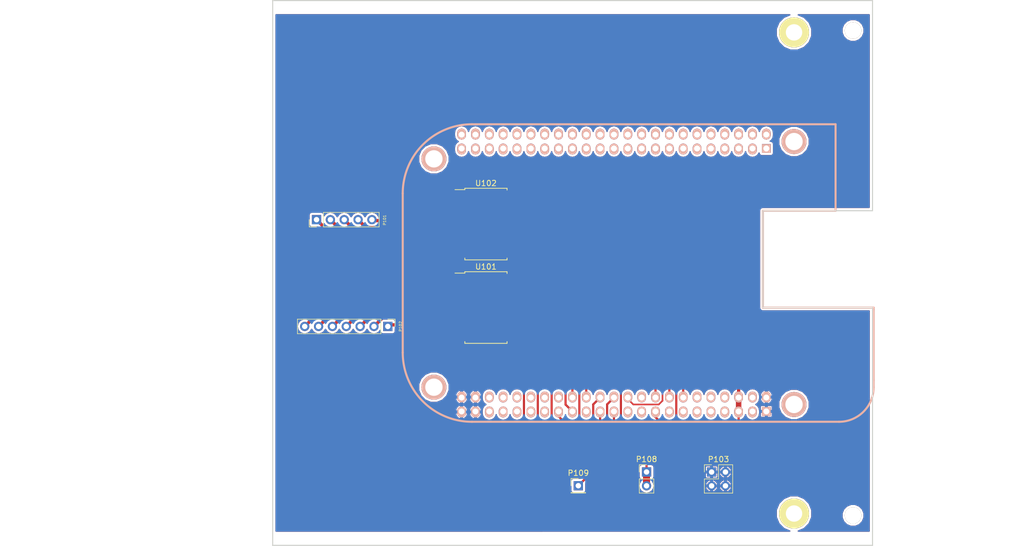
<source format=kicad_pcb>
(kicad_pcb (version 4) (host pcbnew no-vcs-found-product)

  (general
    (links 45)
    (no_connects 0)
    (area 71.239999 26.569999 181.440001 126.770001)
    (thickness 1.6)
    (drawings 17)
    (tracks 104)
    (zones 0)
    (modules 13)
    (nets 28)
  )

  (page A4)
  (title_block
    (title SPI16CON)
    (date 2015-09-14)
    (rev v0)
    (company Controle)
  )

  (layers
    (0 F.Cu signal)
    (31 B.Cu signal hide)
    (32 B.Adhes user)
    (33 F.Adhes user)
    (34 B.Paste user)
    (35 F.Paste user)
    (36 B.SilkS user)
    (37 F.SilkS user)
    (38 B.Mask user)
    (39 F.Mask user)
    (40 Dwgs.User user)
    (41 Cmts.User user)
    (42 Eco1.User user)
    (43 Eco2.User user)
    (44 Edge.Cuts user)
    (45 Margin user)
    (46 B.CrtYd user)
    (47 F.CrtYd user)
    (48 B.Fab user)
    (49 F.Fab user hide)
  )

  (setup
    (last_trace_width 0.6)
    (user_trace_width 0.25)
    (user_trace_width 0.3)
    (user_trace_width 0.4)
    (user_trace_width 0.5)
    (user_trace_width 0.6)
    (user_trace_width 0.7)
    (user_trace_width 0.8)
    (user_trace_width 1.3)
    (trace_clearance 0.2)
    (zone_clearance 0.4)
    (zone_45_only yes)
    (trace_min 0.25)
    (segment_width 0.15)
    (edge_width 0.2)
    (via_size 0.8)
    (via_drill 0.4)
    (via_min_size 0.4)
    (via_min_drill 0.3)
    (user_via 0.65 0.35)
    (user_via 0.7 0.4)
    (user_via 0.7 0.4)
    (user_via 0.74 0.44)
    (user_via 0.8 0.5)
    (user_via 0.85 0.55)
    (user_via 0.9 0.6)
    (user_via 2 1.5)
    (uvia_size 0.3)
    (uvia_drill 0.1)
    (uvias_allowed no)
    (uvia_min_size 0.2)
    (uvia_min_drill 0.1)
    (pcb_text_width 0.3)
    (pcb_text_size 1.5 1.5)
    (mod_edge_width 0.15)
    (mod_text_size 1 1)
    (mod_text_width 0.15)
    (pad_size 3 3)
    (pad_drill 3)
    (pad_to_mask_clearance 0)
    (aux_axis_origin 0 0)
    (grid_origin 92.6 73.8)
    (visible_elements FFFFFF7F)
    (pcbplotparams
      (layerselection 0x01000_ffffffff)
      (usegerberextensions false)
      (excludeedgelayer true)
      (linewidth 0.100000)
      (plotframeref false)
      (viasonmask false)
      (mode 1)
      (useauxorigin false)
      (hpglpennumber 1)
      (hpglpenspeed 20)
      (hpglpendiameter 15)
      (psnegative false)
      (psa4output false)
      (plotreference true)
      (plotvalue true)
      (plotinvisibletext false)
      (padsonsilk false)
      (subtractmaskfromsilk false)
      (outputformat 1)
      (mirror false)
      (drillshape 0)
      (scaleselection 1)
      (outputdirectory gerber/))
  )

  (net 0 "")
  (net 1 GND)
  (net 2 /DAC_CS)
  (net 3 /DAC_CLK)
  (net 4 /DAC_MOSI)
  (net 5 /DAC_MISO)
  (net 6 /ADC_CNV)
  (net 7 /ADC_CS)
  (net 8 /ADC_BUSY)
  (net 9 /ADC_MISO)
  (net 10 /GPIO_RST)
  (net 11 /+5V)
  (net 12 /SPI0_CS)
  (net 13 /SPI0_MISO)
  (net 14 /SPI0_SCLK)
  (net 15 /SPI1_CS0)
  (net 16 /SPI1_MOSI)
  (net 17 /SPI1_MISO)
  (net 18 /SPI1_SCLK)
  (net 19 /DAC_LDAC)
  (net 20 /DAC_CLR)
  (net 21 /DAC_RST)
  (net 22 /ADC_CLK)
  (net 23 /GPIO_LDAC)
  (net 24 /GPIO_CLR)
  (net 25 /GPIO_CNV)
  (net 26 /GPIO_BUSY)
  (net 27 /PWR_SYS)

  (net_class Default "This is the default net class."
    (clearance 0.2)
    (trace_width 0.4)
    (via_dia 0.8)
    (via_drill 0.4)
    (uvia_dia 0.3)
    (uvia_drill 0.1)
    (add_net /+5V)
    (add_net /ADC_BUSY)
    (add_net /ADC_CLK)
    (add_net /ADC_CNV)
    (add_net /ADC_CS)
    (add_net /ADC_MISO)
    (add_net /DAC_CLK)
    (add_net /DAC_CLR)
    (add_net /DAC_CS)
    (add_net /DAC_LDAC)
    (add_net /DAC_MISO)
    (add_net /DAC_MOSI)
    (add_net /DAC_RST)
    (add_net /GPIO_BUSY)
    (add_net /GPIO_CLR)
    (add_net /GPIO_CNV)
    (add_net /GPIO_LDAC)
    (add_net /GPIO_RST)
    (add_net /PWR_SYS)
    (add_net /SPI0_CS)
    (add_net /SPI0_MISO)
    (add_net /SPI0_SCLK)
    (add_net /SPI1_CS0)
    (add_net /SPI1_MISO)
    (add_net /SPI1_MOSI)
    (add_net /SPI1_SCLK)
    (add_net GND)
  )

  (module Housings_SOIC:SOIC-20W_7.5x12.8mm_Pitch1.27mm (layer F.Cu) (tedit 58CC8F64) (tstamp 5961351D)
    (at 110.45 67.7)
    (descr "20-Lead Plastic Small Outline (SO) - Wide, 7.50 mm Body [SOIC] (see Microchip Packaging Specification 00000049BS.pdf)")
    (tags "SOIC 1.27")
    (path /595FB4FA)
    (attr smd)
    (fp_text reference U102 (at 0 -7.5) (layer F.SilkS)
      (effects (font (size 1 1) (thickness 0.15)))
    )
    (fp_text value HC245 (at 0 7.5) (layer F.Fab)
      (effects (font (size 1 1) (thickness 0.15)))
    )
    (fp_text user %R (at 0 0) (layer F.Fab)
      (effects (font (size 1 1) (thickness 0.15)))
    )
    (fp_line (start -2.75 -6.4) (end 3.75 -6.4) (layer F.Fab) (width 0.15))
    (fp_line (start 3.75 -6.4) (end 3.75 6.4) (layer F.Fab) (width 0.15))
    (fp_line (start 3.75 6.4) (end -3.75 6.4) (layer F.Fab) (width 0.15))
    (fp_line (start -3.75 6.4) (end -3.75 -5.4) (layer F.Fab) (width 0.15))
    (fp_line (start -3.75 -5.4) (end -2.75 -6.4) (layer F.Fab) (width 0.15))
    (fp_line (start -5.95 -6.75) (end -5.95 6.75) (layer F.CrtYd) (width 0.05))
    (fp_line (start 5.95 -6.75) (end 5.95 6.75) (layer F.CrtYd) (width 0.05))
    (fp_line (start -5.95 -6.75) (end 5.95 -6.75) (layer F.CrtYd) (width 0.05))
    (fp_line (start -5.95 6.75) (end 5.95 6.75) (layer F.CrtYd) (width 0.05))
    (fp_line (start -3.875 -6.575) (end -3.875 -6.325) (layer F.SilkS) (width 0.15))
    (fp_line (start 3.875 -6.575) (end 3.875 -6.24) (layer F.SilkS) (width 0.15))
    (fp_line (start 3.875 6.575) (end 3.875 6.24) (layer F.SilkS) (width 0.15))
    (fp_line (start -3.875 6.575) (end -3.875 6.24) (layer F.SilkS) (width 0.15))
    (fp_line (start -3.875 -6.575) (end 3.875 -6.575) (layer F.SilkS) (width 0.15))
    (fp_line (start -3.875 6.575) (end 3.875 6.575) (layer F.SilkS) (width 0.15))
    (fp_line (start -3.875 -6.325) (end -5.675 -6.325) (layer F.SilkS) (width 0.15))
    (pad 1 smd rect (at -4.7 -5.715) (size 1.95 0.6) (layers F.Cu F.Paste F.Mask)
      (net 1 GND))
    (pad 2 smd rect (at -4.7 -4.445) (size 1.95 0.6) (layers F.Cu F.Paste F.Mask))
    (pad 3 smd rect (at -4.7 -3.175) (size 1.95 0.6) (layers F.Cu F.Paste F.Mask))
    (pad 4 smd rect (at -4.7 -1.905) (size 1.95 0.6) (layers F.Cu F.Paste F.Mask))
    (pad 5 smd rect (at -4.7 -0.635) (size 1.95 0.6) (layers F.Cu F.Paste F.Mask)
      (net 6 /ADC_CNV))
    (pad 6 smd rect (at -4.7 0.635) (size 1.95 0.6) (layers F.Cu F.Paste F.Mask)
      (net 7 /ADC_CS))
    (pad 7 smd rect (at -4.7 1.905) (size 1.95 0.6) (layers F.Cu F.Paste F.Mask)
      (net 8 /ADC_BUSY))
    (pad 8 smd rect (at -4.7 3.175) (size 1.95 0.6) (layers F.Cu F.Paste F.Mask)
      (net 22 /ADC_CLK))
    (pad 9 smd rect (at -4.7 4.445) (size 1.95 0.6) (layers F.Cu F.Paste F.Mask)
      (net 9 /ADC_MISO))
    (pad 10 smd rect (at -4.7 5.715) (size 1.95 0.6) (layers F.Cu F.Paste F.Mask)
      (net 1 GND))
    (pad 11 smd rect (at 4.7 5.715) (size 1.95 0.6) (layers F.Cu F.Paste F.Mask)
      (net 13 /SPI0_MISO))
    (pad 12 smd rect (at 4.7 4.445) (size 1.95 0.6) (layers F.Cu F.Paste F.Mask)
      (net 14 /SPI0_SCLK))
    (pad 13 smd rect (at 4.7 3.175) (size 1.95 0.6) (layers F.Cu F.Paste F.Mask)
      (net 26 /GPIO_BUSY))
    (pad 14 smd rect (at 4.7 1.905) (size 1.95 0.6) (layers F.Cu F.Paste F.Mask)
      (net 12 /SPI0_CS))
    (pad 15 smd rect (at 4.7 0.635) (size 1.95 0.6) (layers F.Cu F.Paste F.Mask)
      (net 25 /GPIO_CNV))
    (pad 16 smd rect (at 4.7 -0.635) (size 1.95 0.6) (layers F.Cu F.Paste F.Mask))
    (pad 17 smd rect (at 4.7 -1.905) (size 1.95 0.6) (layers F.Cu F.Paste F.Mask))
    (pad 18 smd rect (at 4.7 -3.175) (size 1.95 0.6) (layers F.Cu F.Paste F.Mask))
    (pad 19 smd rect (at 4.7 -4.445) (size 1.95 0.6) (layers F.Cu F.Paste F.Mask)
      (net 1 GND))
    (pad 20 smd rect (at 4.7 -5.715) (size 1.95 0.6) (layers F.Cu F.Paste F.Mask)
      (net 11 /+5V))
    (model ${KISYS3DMOD}/Housings_SOIC.3dshapes/SOIC-20W_7.5x12.8mm_Pitch1.27mm.wrl
      (at (xyz 0 0 0))
      (scale (xyz 1 1 1))
      (rotate (xyz 0 0 0))
    )
  )

  (module Pin_Headers:Pin_Header_Straight_1x07_Pitch2.54mm (layer F.Cu) (tedit 595F86DD) (tstamp 58EFD26C)
    (at 92.456 86.487 270)
    (descr "Through hole straight pin header, 1x07, 2.54mm pitch, single row")
    (tags "Through hole pin header THT 1x07 2.54mm single row")
    (path /595E84AA)
    (fp_text reference P102 (at 0 -2.33 270) (layer F.SilkS)
      (effects (font (size 0.5 0.5) (thickness 0.075)))
    )
    (fp_text value CONN_01X07 (at -2.387 0.666) (layer Dwgs.User)
      (effects (font (size 0.5 0.5) (thickness 0.075)))
    )
    (fp_line (start -1.27 -1.27) (end -1.27 16.51) (layer F.Fab) (width 0.1))
    (fp_line (start -1.27 16.51) (end 1.27 16.51) (layer F.Fab) (width 0.1))
    (fp_line (start 1.27 16.51) (end 1.27 -1.27) (layer F.Fab) (width 0.1))
    (fp_line (start 1.27 -1.27) (end -1.27 -1.27) (layer F.Fab) (width 0.1))
    (fp_line (start -1.33 1.27) (end -1.33 16.57) (layer F.SilkS) (width 0.12))
    (fp_line (start -1.33 16.57) (end 1.33 16.57) (layer F.SilkS) (width 0.12))
    (fp_line (start 1.33 16.57) (end 1.33 1.27) (layer F.SilkS) (width 0.12))
    (fp_line (start 1.33 1.27) (end -1.33 1.27) (layer F.SilkS) (width 0.12))
    (fp_line (start -1.33 0) (end -1.33 -1.33) (layer F.SilkS) (width 0.12))
    (fp_line (start -1.33 -1.33) (end 0 -1.33) (layer F.SilkS) (width 0.12))
    (fp_line (start -1.8 -1.8) (end -1.8 17.05) (layer F.CrtYd) (width 0.05))
    (fp_line (start -1.8 17.05) (end 1.8 17.05) (layer F.CrtYd) (width 0.05))
    (fp_line (start 1.8 17.05) (end 1.8 -1.8) (layer F.CrtYd) (width 0.05))
    (fp_line (start 1.8 -1.8) (end -1.8 -1.8) (layer F.CrtYd) (width 0.05))
    (fp_text user DAC_pins (at 0.013 17.516 270) (layer F.Fab)
      (effects (font (size 0.5 0.5) (thickness 0.075)))
    )
    (pad 1 thru_hole rect (at 0 0 270) (size 1.7 1.7) (drill 1) (layers *.Cu *.Mask)
      (net 19 /DAC_LDAC))
    (pad 2 thru_hole oval (at 0 2.54 270) (size 1.7 1.7) (drill 1) (layers *.Cu *.Mask)
      (net 20 /DAC_CLR))
    (pad 3 thru_hole oval (at 0 5.08 270) (size 1.7 1.7) (drill 1) (layers *.Cu *.Mask)
      (net 21 /DAC_RST))
    (pad 4 thru_hole oval (at 0 7.62 270) (size 1.7 1.7) (drill 1) (layers *.Cu *.Mask)
      (net 4 /DAC_MOSI))
    (pad 5 thru_hole oval (at 0 10.16 270) (size 1.7 1.7) (drill 1) (layers *.Cu *.Mask)
      (net 5 /DAC_MISO))
    (pad 6 thru_hole oval (at 0 12.7 270) (size 1.7 1.7) (drill 1) (layers *.Cu *.Mask)
      (net 3 /DAC_CLK))
    (pad 7 thru_hole oval (at 0 15.24 270) (size 1.7 1.7) (drill 1) (layers *.Cu *.Mask)
      (net 2 /DAC_CS))
    (model ${KISYS3DMOD}/Pin_Headers.3dshapes/Pin_Header_Straight_1x07_Pitch2.54mm.wrl
      (at (xyz 0 -0.3 0))
      (scale (xyz 1 1 1))
      (rotate (xyz 0 0 90))
    )
  )

  (module Pin_Headers:Pin_Header_Straight_1x05_Pitch2.54mm (layer F.Cu) (tedit 595F8B1A) (tstamp 58F4CC3E)
    (at 79.38 66.89 90)
    (descr "Through hole straight pin header, 1x05, 2.54mm pitch, single row")
    (tags "Through hole pin header THT 1x05 2.54mm single row")
    (path /595E84FC)
    (fp_text reference P101 (at -0.08 12.49 90) (layer F.SilkS)
      (effects (font (size 0.5 0.5) (thickness 0.075)))
    )
    (fp_text value CONN_01X05 (at -2.46 9.46 180) (layer Dwgs.User)
      (effects (font (size 0.5 0.5) (thickness 0.075)))
    )
    (fp_line (start -1.27 -1.27) (end -1.27 11.43) (layer F.Fab) (width 0.1))
    (fp_line (start -1.27 11.43) (end 1.27 11.43) (layer F.Fab) (width 0.1))
    (fp_line (start 1.27 11.43) (end 1.27 -1.27) (layer F.Fab) (width 0.1))
    (fp_line (start 1.27 -1.27) (end -1.27 -1.27) (layer F.Fab) (width 0.1))
    (fp_line (start -1.33 1.27) (end -1.33 11.49) (layer F.SilkS) (width 0.12))
    (fp_line (start -1.33 11.49) (end 1.33 11.49) (layer F.SilkS) (width 0.12))
    (fp_line (start 1.33 11.49) (end 1.33 1.27) (layer F.SilkS) (width 0.12))
    (fp_line (start 1.33 1.27) (end -1.33 1.27) (layer F.SilkS) (width 0.12))
    (fp_line (start -1.33 0) (end -1.33 -1.33) (layer F.SilkS) (width 0.12))
    (fp_line (start -1.33 -1.33) (end 0 -1.33) (layer F.SilkS) (width 0.12))
    (fp_line (start -1.8 -1.8) (end -1.8 11.95) (layer F.CrtYd) (width 0.05))
    (fp_line (start -1.8 11.95) (end 1.8 11.95) (layer F.CrtYd) (width 0.05))
    (fp_line (start 1.8 11.95) (end 1.8 -1.8) (layer F.CrtYd) (width 0.05))
    (fp_line (start 1.8 -1.8) (end -1.8 -1.8) (layer F.CrtYd) (width 0.05))
    (fp_text user ADC_pins (at -0.01 -2.28 90) (layer F.Fab)
      (effects (font (size 0.5 0.5) (thickness 0.075)))
    )
    (pad 1 thru_hole rect (at 0 0 90) (size 1.7 1.7) (drill 1) (layers *.Cu *.Mask)
      (net 9 /ADC_MISO))
    (pad 2 thru_hole oval (at 0 2.54 90) (size 1.7 1.7) (drill 1) (layers *.Cu *.Mask)
      (net 22 /ADC_CLK))
    (pad 3 thru_hole oval (at 0 5.08 90) (size 1.7 1.7) (drill 1) (layers *.Cu *.Mask)
      (net 8 /ADC_BUSY))
    (pad 4 thru_hole oval (at 0 7.62 90) (size 1.7 1.7) (drill 1) (layers *.Cu *.Mask)
      (net 7 /ADC_CS))
    (pad 5 thru_hole oval (at 0 10.16 90) (size 1.7 1.7) (drill 1) (layers *.Cu *.Mask)
      (net 6 /ADC_CNV))
    (model ${KISYS3DMOD}/Pin_Headers.3dshapes/Pin_Header_Straight_1x05_Pitch2.54mm.wrl
      (at (xyz 0 -0.2 0))
      (scale (xyz 1 1 1))
      (rotate (xyz 0 0 90))
    )
  )

  (module Controle:LNLS_LOGO_Silk (layer F.Cu) (tedit 0) (tstamp 58FFB19E)
    (at 83.494 111.469)
    (path /595E84AA)
    (fp_text reference P102 (at 0 0) (layer F.Cu) hide
      (effects (font (thickness 0.3)))
    )
    (fp_text value CONN_01X07 (at 0.75 0) (layer F.Cu) hide
      (effects (font (thickness 0.3)))
    )
    (fp_poly (pts (xy 1.364287 7.214795) (xy 1.369937 7.235488) (xy 1.38786 7.326207) (xy 1.407997 7.465123)
      (xy 1.426056 7.622552) (xy 1.426423 7.626257) (xy 1.442664 7.770152) (xy 1.459204 7.883088)
      (xy 1.472737 7.942875) (xy 1.473941 7.945323) (xy 1.511517 7.943959) (xy 1.577803 7.897841)
      (xy 1.586584 7.88981) (xy 1.667171 7.831416) (xy 1.706132 7.83328) (xy 1.693749 7.884314)
      (xy 1.641231 7.952153) (xy 1.586563 8.023599) (xy 1.572479 8.071078) (xy 1.574706 8.074501)
      (xy 1.622047 8.088456) (xy 1.729177 8.105752) (xy 1.877961 8.123742) (xy 1.981912 8.133968)
      (xy 2.189872 8.153713) (xy 2.323016 8.169446) (xy 2.384486 8.182652) (xy 2.377427 8.19481)
      (xy 2.304981 8.207405) (xy 2.170292 8.221917) (xy 2.168769 8.222065) (xy 1.995103 8.239439)
      (xy 1.82101 8.257764) (xy 1.70626 8.270549) (xy 1.517289 8.292564) (xy 1.625257 8.405259)
      (xy 1.692237 8.491092) (xy 1.705054 8.540823) (xy 1.669727 8.543612) (xy 1.592272 8.488621)
      (xy 1.583481 8.480505) (xy 1.53058 8.434908) (xy 1.494411 8.422849) (xy 1.470076 8.454153)
      (xy 1.452677 8.538645) (xy 1.437317 8.686149) (xy 1.428473 8.791455) (xy 1.40698 8.976987)
      (xy 1.379105 9.092732) (xy 1.345891 9.135825) (xy 1.312419 9.11033) (xy 1.297841 9.054402)
      (xy 1.281498 8.942141) (xy 1.266397 8.795222) (xy 1.263139 8.755232) (xy 1.247231 8.586215)
      (xy 1.228552 8.486962) (xy 1.202852 8.449098) (xy 1.16588 8.464248) (xy 1.133231 8.49923)
      (xy 1.076821 8.548354) (xy 1.050292 8.557846) (xy 1.016907 8.532223) (xy 1.028649 8.470816)
      (xy 1.079358 8.396812) (xy 1.097885 8.378623) (xy 1.179769 8.304518) (xy 1.088115 8.278769)
      (xy 0.994294 8.262147) (xy 0.862862 8.249841) (xy 0.801077 8.246873) (xy 0.646188 8.236525)
      (xy 0.492865 8.217983) (xy 0.449385 8.210515) (xy 0.372355 8.194468) (xy 0.348454 8.183148)
      (xy 0.384742 8.173081) (xy 0.488276 8.160792) (xy 0.566615 8.152815) (xy 0.735889 8.135185)
      (xy 0.901507 8.116932) (xy 1.010617 8.104072) (xy 1.181081 8.082818) (xy 1.072082 7.969047)
      (xy 1.005384 7.883719) (xy 0.991127 7.832892) (xy 1.023981 7.827783) (xy 1.098616 7.879611)
      (xy 1.109724 7.88981) (xy 1.177596 7.940502) (xy 1.219525 7.94796) (xy 1.221672 7.945323)
      (xy 1.234984 7.892217) (xy 1.25152 7.785265) (xy 1.266441 7.659076) (xy 1.284416 7.500964)
      (xy 1.303964 7.352871) (xy 1.31721 7.268307) (xy 1.334407 7.180892) (xy 1.347121 7.164909)
      (xy 1.364287 7.214795)) (layer F.Cu) (width 0.01))
    (fp_poly (pts (xy 3.327469 7.817974) (xy 3.401775 7.829448) (xy 3.43301 7.855364) (xy 3.438769 7.893538)
      (xy 3.429826 7.937936) (xy 3.390871 7.961541) (xy 3.303714 7.970698) (xy 3.214077 7.971905)
      (xy 2.989385 7.972119) (xy 3.253154 8.130378) (xy 3.396533 8.222537) (xy 3.479813 8.293401)
      (xy 3.514277 8.353493) (xy 3.516923 8.376349) (xy 3.502315 8.462341) (xy 3.450265 8.517264)
      (xy 3.348436 8.547025) (xy 3.184491 8.557531) (xy 3.137877 8.557846) (xy 2.990445 8.555901)
      (xy 2.904734 8.547073) (xy 2.864346 8.526869) (xy 2.852884 8.490797) (xy 2.852615 8.479692)
      (xy 2.860882 8.436712) (xy 2.897387 8.413039) (xy 2.979692 8.403016) (xy 3.096846 8.401007)
      (xy 3.341077 8.400477) (xy 3.096846 8.255715) (xy 2.964678 8.172151) (xy 2.889366 8.108032)
      (xy 2.857084 8.049452) (xy 2.852615 8.01006) (xy 2.868143 7.913587) (xy 2.923111 7.853788)
      (xy 3.030101 7.82346) (xy 3.192585 7.815384) (xy 3.327469 7.817974)) (layer F.Cu) (width 0.01))
    (fp_poly (pts (xy 3.933411 7.817962) (xy 3.961954 7.835455) (xy 3.977635 7.882504) (xy 3.984307 7.973746)
      (xy 3.985821 8.123821) (xy 3.985846 8.186615) (xy 3.985168 8.358593) (xy 3.980564 8.467056)
      (xy 3.968183 8.526644) (xy 3.944172 8.551996) (xy 3.904678 8.557752) (xy 3.888154 8.557846)
      (xy 3.842896 8.555268) (xy 3.814353 8.537774) (xy 3.798672 8.490726) (xy 3.792001 8.399484)
      (xy 3.790486 8.249409) (xy 3.790461 8.186615) (xy 3.79114 8.014637) (xy 3.795743 7.906174)
      (xy 3.808124 7.846586) (xy 3.832136 7.821233) (xy 3.871629 7.815478) (xy 3.888154 7.815384)
      (xy 3.933411 7.817962)) (layer F.Cu) (width 0.01))
    (fp_poly (pts (xy 4.734238 7.817974) (xy 4.808545 7.829448) (xy 4.839779 7.855364) (xy 4.845538 7.893538)
      (xy 4.83621 7.938703) (xy 4.795876 7.962231) (xy 4.706016 7.970858) (xy 4.630615 7.971692)
      (xy 4.415692 7.971692) (xy 4.415692 8.264769) (xy 4.413846 8.414615) (xy 4.405429 8.502536)
      (xy 4.386122 8.544728) (xy 4.351607 8.557386) (xy 4.337538 8.557846) (xy 4.299171 8.551532)
      (xy 4.275907 8.522288) (xy 4.264023 8.45466) (xy 4.259796 8.333196) (xy 4.259385 8.233507)
      (xy 4.265283 8.052362) (xy 4.2819 7.923926) (xy 4.306277 7.862276) (xy 4.369803 7.836708)
      (xy 4.4867 7.819891) (xy 4.599354 7.815384) (xy 4.734238 7.817974)) (layer F.Cu) (width 0.01))
    (fp_poly (pts (xy 5.262026 7.817962) (xy 5.290569 7.835455) (xy 5.306251 7.882504) (xy 5.312922 7.973746)
      (xy 5.314437 8.123821) (xy 5.314461 8.186615) (xy 5.313783 8.358593) (xy 5.309179 8.467056)
      (xy 5.296798 8.526644) (xy 5.272787 8.551996) (xy 5.233294 8.557752) (xy 5.216769 8.557846)
      (xy 5.171512 8.555268) (xy 5.142969 8.537774) (xy 5.127288 8.490726) (xy 5.120616 8.399484)
      (xy 5.119102 8.249409) (xy 5.119077 8.186615) (xy 5.119755 8.014637) (xy 5.124359 7.906174)
      (xy 5.13674 7.846586) (xy 5.160751 7.821233) (xy 5.200244 7.815478) (xy 5.216769 7.815384)
      (xy 5.262026 7.817962)) (layer F.Cu) (width 0.01))
    (fp_poly (pts (xy 6.212521 7.821698) (xy 6.235785 7.850942) (xy 6.247669 7.91857) (xy 6.251896 8.040033)
      (xy 6.252308 8.139723) (xy 6.246409 8.320868) (xy 6.229792 8.449304) (xy 6.205415 8.510953)
      (xy 6.146323 8.533101) (xy 6.03652 8.548859) (xy 5.902108 8.557308) (xy 5.769189 8.557526)
      (xy 5.663863 8.548596) (xy 5.614051 8.531794) (xy 5.602392 8.483406) (xy 5.593429 8.376289)
      (xy 5.588523 8.229856) (xy 5.588 8.160564) (xy 5.589352 7.995317) (xy 5.595676 7.893202)
      (xy 5.610367 7.839211) (xy 5.636824 7.818336) (xy 5.666154 7.815384) (xy 5.706113 7.822306)
      (xy 5.729558 7.85387) (xy 5.74081 7.926271) (xy 5.744185 8.055705) (xy 5.744308 8.108461)
      (xy 5.744308 8.401538) (xy 6.096 8.401538) (xy 6.096 8.108461) (xy 6.097846 7.958614)
      (xy 6.106263 7.870693) (xy 6.12557 7.828502) (xy 6.160086 7.815844) (xy 6.174154 7.815384)
      (xy 6.212521 7.821698)) (layer F.Cu) (width 0.01))
    (fp_poly (pts (xy 7.0007 7.817974) (xy 7.075006 7.829448) (xy 7.10624 7.855364) (xy 7.112 7.893538)
      (xy 7.103057 7.937936) (xy 7.064102 7.961541) (xy 6.976945 7.970698) (xy 6.887308 7.971905)
      (xy 6.662615 7.972119) (xy 6.926385 8.130378) (xy 7.069764 8.222537) (xy 7.153044 8.293401)
      (xy 7.187508 8.353493) (xy 7.190154 8.376349) (xy 7.175545 8.462341) (xy 7.123495 8.517264)
      (xy 7.021667 8.547025) (xy 6.857722 8.557531) (xy 6.811108 8.557846) (xy 6.663676 8.555901)
      (xy 6.577964 8.547073) (xy 6.537576 8.526869) (xy 6.526115 8.490797) (xy 6.525846 8.479692)
      (xy 6.534112 8.436712) (xy 6.570618 8.413039) (xy 6.652923 8.403016) (xy 6.770077 8.401007)
      (xy 7.014308 8.400477) (xy 6.770077 8.255715) (xy 6.637909 8.172151) (xy 6.562597 8.108032)
      (xy 6.530315 8.049452) (xy 6.525846 8.01006) (xy 6.541373 7.913587) (xy 6.596342 7.853788)
      (xy 6.703332 7.82346) (xy 6.865815 7.815384) (xy 7.0007 7.817974)) (layer F.Cu) (width 0.01))
    (fp_poly (pts (xy 0.976923 7.756769) (xy 0.957385 7.776307) (xy 0.937846 7.756769) (xy 0.957385 7.73723)
      (xy 0.976923 7.756769)) (layer F.Cu) (width 0.01))
    (fp_poly (pts (xy 3.96476 7.403855) (xy 3.985846 7.463692) (xy 3.96295 7.524977) (xy 3.888154 7.541846)
      (xy 3.811547 7.523529) (xy 3.790461 7.463692) (xy 3.813358 7.402406) (xy 3.888154 7.385538)
      (xy 3.96476 7.403855)) (layer F.Cu) (width 0.01))
    (fp_poly (pts (xy 5.293376 7.403855) (xy 5.314461 7.463692) (xy 5.291565 7.524977) (xy 5.216769 7.541846)
      (xy 5.140162 7.523529) (xy 5.119077 7.463692) (xy 5.141973 7.402406) (xy 5.216769 7.385538)
      (xy 5.293376 7.403855)) (layer F.Cu) (width 0.01))
    (fp_poly (pts (xy 7.307385 6.994769) (xy -7.346462 6.994769) (xy -7.346462 6.682153) (xy 7.307385 6.682153)
      (xy 7.307385 6.994769)) (layer F.Cu) (width 0.01))
    (fp_poly (pts (xy -6.682154 4.847314) (xy -6.682425 5.127233) (xy -6.676852 5.338666) (xy -6.655856 5.491193)
      (xy -6.609858 5.594394) (xy -6.529277 5.657848) (xy -6.404535 5.691135) (xy -6.226052 5.703833)
      (xy -5.984248 5.705523) (xy -5.824238 5.70523) (xy -5.158154 5.70523) (xy -5.158154 6.056923)
      (xy -5.990028 6.056923) (xy -6.267895 6.056482) (xy -6.47961 6.054461) (xy -6.63717 6.049811)
      (xy -6.752576 6.041483) (xy -6.837826 6.02843) (xy -6.904919 6.009602) (xy -6.965855 5.983952)
      (xy -6.996259 5.969) (xy -7.145481 5.867041) (xy -7.249932 5.72337) (xy -7.258539 5.70672)
      (xy -7.290773 5.637245) (xy -7.314034 5.567052) (xy -7.32977 5.482154) (xy -7.339426 5.36857)
      (xy -7.344449 5.212315) (xy -7.346285 4.999405) (xy -7.346462 4.856796) (xy -7.346462 4.18123)
      (xy -6.682154 4.18123) (xy -6.682154 4.847314)) (layer F.Cu) (width 0.01))
    (fp_poly (pts (xy -0.898769 6.056923) (xy -1.464522 6.056923) (xy -2.099953 5.422367) (xy -2.735385 4.787811)
      (xy -2.735385 6.056923) (xy -3.360615 6.056923) (xy -3.360615 4.18123) (xy -3.096846 4.182116)
      (xy -2.833077 4.183003) (xy -1.563077 5.399827) (xy -1.563077 4.18123) (xy -0.898769 4.18123)
      (xy -0.898769 6.056923)) (layer F.Cu) (width 0.01))
    (fp_poly (pts (xy 1.680308 4.847314) (xy 1.680667 5.090149) (xy 1.682798 5.267373) (xy 1.688279 5.391531)
      (xy 1.698689 5.475167) (xy 1.715607 5.530823) (xy 1.740612 5.571044) (xy 1.775284 5.608374)
      (xy 1.776224 5.609314) (xy 1.813636 5.644231) (xy 1.853646 5.669444) (xy 1.908798 5.686534)
      (xy 1.991635 5.697078) (xy 2.114702 5.702656) (xy 2.290541 5.704847) (xy 2.531696 5.70523)
      (xy 3.204308 5.70523) (xy 3.204308 6.056923) (xy 2.372434 6.056923) (xy 2.094566 6.056482)
      (xy 1.882852 6.054461) (xy 1.725291 6.049811) (xy 1.609886 6.041483) (xy 1.524636 6.02843)
      (xy 1.457542 6.009602) (xy 1.396607 5.983952) (xy 1.366203 5.969) (xy 1.216981 5.867041)
      (xy 1.112529 5.72337) (xy 1.103923 5.70672) (xy 1.071689 5.637245) (xy 1.048427 5.567052)
      (xy 1.032692 5.482154) (xy 1.023036 5.36857) (xy 1.018013 5.212315) (xy 1.016176 4.999405)
      (xy 1.016 4.856796) (xy 1.016 4.18123) (xy 1.680308 4.18123) (xy 1.680308 4.847314)) (layer F.Cu) (width 0.01))
    (fp_poly (pts (xy 7.151077 4.532923) (xy 5.589802 4.532923) (xy 5.527508 4.627994) (xy 5.492442 4.739362)
      (xy 5.529325 4.840732) (xy 5.632087 4.917541) (xy 5.651535 4.925562) (xy 5.724185 4.938672)
      (xy 5.858443 4.949778) (xy 6.03777 4.957986) (xy 6.245629 4.962403) (xy 6.342775 4.962915)
      (xy 6.576338 4.964018) (xy 6.74613 4.968241) (xy 6.866517 4.977154) (xy 6.951864 4.992329)
      (xy 7.01654 5.015335) (xy 7.065505 5.041924) (xy 7.19788 5.165042) (xy 7.278549 5.328998)
      (xy 7.303122 5.512428) (xy 7.267208 5.693967) (xy 7.218682 5.787375) (xy 7.161585 5.866431)
      (xy 7.101662 5.928354) (xy 7.028969 5.975224) (xy 6.933561 6.009121) (xy 6.805493 6.032122)
      (xy 6.634823 6.046309) (xy 6.411604 6.05376) (xy 6.125893 6.056555) (xy 5.929923 6.056862)
      (xy 5.001846 6.056923) (xy 5.001846 5.70523) (xy 5.75779 5.70523) (xy 6.021521 5.704621)
      (xy 6.218186 5.70215) (xy 6.358866 5.696852) (xy 6.454643 5.687762) (xy 6.516599 5.673915)
      (xy 6.555816 5.654347) (xy 6.578405 5.633769) (xy 6.636508 5.523833) (xy 6.624101 5.414954)
      (xy 6.556228 5.336215) (xy 6.50673 5.312108) (xy 6.430062 5.295015) (xy 6.314211 5.283901)
      (xy 6.147161 5.277728) (xy 5.916899 5.275462) (xy 5.850903 5.275384) (xy 5.579027 5.272982)
      (xy 5.373023 5.26362) (xy 5.220699 5.244069) (xy 5.109862 5.211097) (xy 5.028318 5.161473)
      (xy 4.963876 5.091966) (xy 4.92211 5.029256) (xy 4.860707 4.864272) (xy 4.849104 4.675259)
      (xy 4.887466 4.496776) (xy 4.919225 4.432103) (xy 4.968871 4.359156) (xy 5.024941 4.301815)
      (xy 5.096981 4.258221) (xy 5.19454 4.226518) (xy 5.327166 4.20485) (xy 5.504406 4.19136)
      (xy 5.735808 4.184192) (xy 6.030921 4.181488) (xy 6.209367 4.18123) (xy 7.151077 4.18123)
      (xy 7.151077 4.532923)) (layer F.Cu) (width 0.01))
    (fp_poly (pts (xy 7.405077 3.653692) (xy -0.010957 3.663562) (xy -0.936873 3.664703) (xy -1.787446 3.665549)
      (xy -2.565485 3.666086) (xy -3.273799 3.666298) (xy -3.9152 3.66617) (xy -4.492496 3.665689)
      (xy -5.008496 3.664839) (xy -5.466012 3.663605) (xy -5.867853 3.661973) (xy -6.216827 3.659928)
      (xy -6.515746 3.657455) (xy -6.767419 3.654539) (xy -6.974655 3.651166) (xy -7.140265 3.64732)
      (xy -7.267058 3.642988) (xy -7.357843 3.638154) (xy -7.415431 3.632803) (xy -7.442632 3.626921)
      (xy -7.445608 3.624485) (xy -7.447632 3.580551) (xy -7.449468 3.462691) (xy -7.451111 3.27513)
      (xy -7.452555 3.022096) (xy -7.453794 2.707815) (xy -7.454822 2.336513) (xy -7.455633 1.912419)
      (xy -7.456222 1.439757) (xy -7.456582 0.922756) (xy -7.456708 0.365642) (xy -7.456593 -0.22736)
      (xy -7.456233 -0.852021) (xy -7.45562 -1.504115) (xy -7.454749 -2.179416) (xy -7.45419 -2.54)
      (xy -7.444571 -8.401539) (xy -7.190154 -8.401539) (xy -7.190154 3.399692) (xy -6.232769 3.399692)
      (xy -5.968539 3.399258) (xy -5.732246 3.398039) (xy -5.534459 3.396158) (xy -5.385749 3.393737)
      (xy -5.296683 3.3909) (xy -5.275385 3.388568) (xy -5.287711 3.349064) (xy -5.319874 3.256961)
      (xy -5.360501 3.144337) (xy -5.424266 2.900854) (xy -5.460591 2.612609) (xy -5.468745 2.308288)
      (xy -5.447997 2.016577) (xy -5.397616 1.766163) (xy -5.395779 1.760049) (xy -5.239485 1.372098)
      (xy -5.02282 1.025841) (xy -4.753333 0.726974) (xy -4.438574 0.481195) (xy -4.086092 0.2942)
      (xy -3.703437 0.171685) (xy -3.298158 0.119348) (xy -3.219411 0.117808) (xy -2.904822 0.132754)
      (xy -2.628679 0.184244) (xy -2.356743 0.280103) (xy -2.207846 0.348989) (xy -1.844385 0.569215)
      (xy -1.535707 0.841101) (xy -1.285678 1.157526) (xy -1.098159 1.51137) (xy -0.977016 1.895511)
      (xy -0.926112 2.302829) (xy -0.943118 2.679916) (xy -0.972721 2.859882) (xy -1.014218 3.041174)
      (xy -1.056606 3.178657) (xy -1.098683 3.290969) (xy -1.126508 3.368325) (xy -1.133211 3.389923)
      (xy -1.095206 3.391585) (xy -0.985454 3.393159) (xy -0.810363 3.394619) (xy -0.576341 3.395942)
      (xy -0.289795 3.397104) (xy 0.042867 3.39808) (xy 0.415237 3.398847) (xy 0.820909 3.399381)
      (xy 1.253475 3.399658) (xy 1.471783 3.399692) (xy 4.076797 3.399692) (xy 3.591706 2.907758)
      (xy 2.911478 2.263027) (xy 2.216749 1.694352) (xy 1.505605 1.200657) (xy 0.776132 0.780864)
      (xy 0.026417 0.433897) (xy -0.745455 0.158677) (xy -1.541397 -0.045872) (xy -1.719385 -0.081394)
      (xy -1.937685 -0.123384) (xy -2.131563 -0.161841) (xy -2.286897 -0.193872) (xy -2.389563 -0.216582)
      (xy -2.422769 -0.225474) (xy -2.424982 -0.242774) (xy -2.357953 -0.26417) (xy -2.230413 -0.288425)
      (xy -2.051091 -0.314304) (xy -1.828719 -0.340569) (xy -1.572026 -0.365984) (xy -1.289743 -0.389314)
      (xy -1.239956 -0.392975) (xy -0.392436 -0.415889) (xy 0.466554 -0.364475) (xy 1.32999 -0.240344)
      (xy 2.19085 -0.045102) (xy 3.04211 0.219643) (xy 3.876748 0.552281) (xy 4.68774 0.951206)
      (xy 4.729365 0.97386) (xy 4.900041 1.068571) (xy 5.122508 1.194084) (xy 5.381228 1.341517)
      (xy 5.660662 1.501986) (xy 5.945274 1.666609) (xy 6.162432 1.793099) (xy 6.408117 1.936252)
      (xy 6.631571 2.065584) (xy 6.823997 2.176074) (xy 6.976598 2.262699) (xy 7.080576 2.320438)
      (xy 7.127136 2.344269) (xy 7.128528 2.344615) (xy 7.13122 2.306282) (xy 7.133819 2.194256)
      (xy 7.136308 2.013) (xy 7.138669 1.766974) (xy 7.140881 1.460642) (xy 7.142927 1.098463)
      (xy 7.144788 0.684899) (xy 7.146444 0.224413) (xy 7.147878 -0.278534) (xy 7.149071 -0.819481)
      (xy 7.150004 -1.393967) (xy 7.150657 -1.997528) (xy 7.151014 -2.625705) (xy 7.151077 -3.028462)
      (xy 7.151077 -8.401539) (xy -7.190154 -8.401539) (xy -7.444571 -8.401539) (xy -7.444154 -8.655539)
      (xy 7.405077 -8.655539) (xy 7.405077 3.653692)) (layer F.Cu) (width 0.01))
    (fp_poly (pts (xy -3.029847 -8.013203) (xy -2.958267 -7.970998) (xy -2.828937 -7.895832) (xy -2.651966 -7.793509)
      (xy -2.437465 -7.669836) (xy -2.195543 -7.53062) (xy -1.936311 -7.381665) (xy -1.669878 -7.228779)
      (xy -1.406354 -7.077767) (xy -1.15585 -6.934435) (xy -0.928475 -6.804591) (xy -0.734339 -6.69404)
      (xy -0.615528 -6.626656) (xy -0.455103 -6.534078) (xy -0.322934 -6.454316) (xy -0.232087 -6.395507)
      (xy -0.195629 -6.365792) (xy -0.195451 -6.364994) (xy -0.225898 -6.335258) (xy -0.309229 -6.271027)
      (xy -0.43335 -6.181232) (xy -0.586167 -6.074806) (xy -0.615462 -6.054796) (xy -1.386469 -5.502773)
      (xy -2.084122 -4.945683) (xy -2.713221 -4.378384) (xy -3.278565 -3.795732) (xy -3.784954 -3.192583)
      (xy -4.237188 -2.563796) (xy -4.640066 -1.904225) (xy -4.843614 -1.524) (xy -5.058874 -1.08115)
      (xy -5.23821 -0.661742) (xy -5.38906 -0.243876) (xy -5.518861 0.194347) (xy -5.635052 0.674826)
      (xy -5.705556 1.013868) (xy -5.75986 1.282454) (xy -5.802053 1.476242) (xy -5.832737 1.597545)
      (xy -5.852513 1.648677) (xy -5.861983 1.631952) (xy -5.862778 1.618435) (xy -5.868673 1.566675)
      (xy -5.883566 1.455936) (xy -5.904943 1.304541) (xy -5.921295 1.191846) (xy -5.942936 1.01258)
      (xy -5.964257 0.780034) (xy -5.98333 0.519065) (xy -5.998224 0.25453) (xy -6.003204 0.136769)
      (xy -5.997525 -0.761071) (xy -5.914041 -1.655805) (xy -5.753082 -2.546141) (xy -5.514976 -3.430784)
      (xy -5.200053 -4.308441) (xy -4.80864 -5.177819) (xy -4.507235 -5.748829) (xy -4.409193 -5.922284)
      (xy -4.28059 -6.147043) (xy -4.130647 -6.407141) (xy -3.96859 -6.686613) (xy -3.80364 -6.969494)
      (xy -3.689994 -7.163373) (xy -3.148463 -8.084935) (xy -3.029847 -8.013203)) (layer F.Cu) (width 0.01))
    (fp_poly (pts (xy 4.504447 -2.798666) (xy 4.713065 -2.794214) (xy 5.900615 -2.765485) (xy 5.900615 -1.050589)
      (xy 5.89997 -0.693121) (xy 5.898125 -0.361043) (xy 5.895214 -0.062231) (xy 5.891373 0.195439)
      (xy 5.886737 0.40409) (xy 5.88144 0.555845) (xy 5.875617 0.642827) (xy 5.871308 0.660958)
      (xy 5.826968 0.643015) (xy 5.727489 0.59654) (xy 5.587371 0.528471) (xy 5.421116 0.445749)
      (xy 5.412154 0.44124) (xy 4.562649 0.041877) (xy 3.734848 -0.288667) (xy 2.919088 -0.553159)
      (xy 2.105708 -0.754364) (xy 1.285044 -0.895047) (xy 0.455981 -0.97742) (xy -0.342453 -0.997117)
      (xy -1.125824 -0.949298) (xy -1.904715 -0.832414) (xy -2.689712 -0.644918) (xy -3.421321 -0.410544)
      (xy -3.584752 -0.354627) (xy -3.722025 -0.312285) (xy -3.815898 -0.288566) (xy -3.8471 -0.285906)
      (xy -3.842909 -0.314364) (xy -3.780445 -0.377254) (xy -3.668383 -0.468687) (xy -3.515399 -0.582775)
      (xy -3.33017 -0.713629) (xy -3.121371 -0.85536) (xy -2.897678 -1.00208) (xy -2.667769 -1.1479)
      (xy -2.440317 -1.28693) (xy -2.224 -1.413284) (xy -2.027494 -1.521071) (xy -2.026498 -1.521595)
      (xy -1.463464 -1.799984) (xy -0.902593 -2.040701) (xy -0.335569 -2.245315) (xy 0.245923 -2.415398)
      (xy 0.850202 -2.552519) (xy 1.485582 -2.658249) (xy 2.16038 -2.734158) (xy 2.882913 -2.781817)
      (xy 3.661497 -2.802796) (xy 4.504447 -2.798666)) (layer F.Cu) (width 0.01))
    (fp_poly (pts (xy 2.167159 -6.476359) (xy 2.216689 -6.394134) (xy 2.295921 -6.259859) (xy 2.399903 -6.082123)
      (xy 2.523683 -5.869515) (xy 2.662311 -5.630623) (xy 2.810833 -5.374038) (xy 2.964299 -5.108348)
      (xy 3.117756 -4.842142) (xy 3.266254 -4.584009) (xy 3.404841 -4.342539) (xy 3.528564 -4.126321)
      (xy 3.632472 -3.943943) (xy 3.711614 -3.803995) (xy 3.761038 -3.715066) (xy 3.775995 -3.685681)
      (xy 3.737043 -3.68025) (xy 3.632456 -3.669417) (xy 3.474479 -3.654349) (xy 3.275353 -3.636213)
      (xy 3.047424 -3.616187) (xy 2.469228 -3.560252) (xy 1.95412 -3.497116) (xy 1.487184 -3.424465)
      (xy 1.053506 -3.339986) (xy 0.648485 -3.244029) (xy -0.235678 -2.984577) (xy -1.061026 -2.676429)
      (xy -1.831871 -2.316964) (xy -2.552524 -1.903563) (xy -3.227295 -1.433605) (xy -3.860498 -0.904472)
      (xy -4.456442 -0.313543) (xy -4.786778 0.058615) (xy -4.921968 0.21794) (xy -5.01449 0.326112)
      (xy -5.072408 0.391427) (xy -5.103791 0.422178) (xy -5.116703 0.426661) (xy -5.119211 0.41317)
      (xy -5.119077 0.400331) (xy -5.103389 0.341419) (xy -5.060501 0.22635) (xy -4.996674 0.069598)
      (xy -4.91817 -0.114367) (xy -4.831253 -0.311073) (xy -4.742185 -0.506048) (xy -4.657227 -0.68482)
      (xy -4.599194 -0.801077) (xy -4.212116 -1.495836) (xy -3.791153 -2.134992) (xy -3.321986 -2.738609)
      (xy -2.814162 -3.302) (xy -2.498358 -3.62135) (xy -2.188103 -3.915002) (xy -1.873717 -4.190105)
      (xy -1.545521 -4.453809) (xy -1.193835 -4.713263) (xy -0.808981 -4.975615) (xy -0.381278 -5.248016)
      (xy 0.098952 -5.537614) (xy 0.625231 -5.842352) (xy 0.84581 -5.967637) (xy 1.077545 -6.098483)
      (xy 1.307337 -6.227569) (xy 1.522088 -6.347576) (xy 1.708696 -6.451186) (xy 1.854063 -6.531077)
      (xy 1.945089 -6.579931) (xy 1.947297 -6.581075) (xy 2.064713 -6.641793) (xy 2.167159 -6.476359)) (layer F.Cu) (width 0.01))
  )

  (module Controle:BEAGLEBONEBLACK (layer B.Cu) (tedit 578CBCB4) (tstamp 595F83CC)
    (at 138.3701 76.6826)
    (tags "beaglebone black")
    (path /595E8410)
    (fp_text reference Beagle101 (at 0 -1.778) (layer B.SilkS) hide
      (effects (font (thickness 0.3048)) (justify mirror))
    )
    (fp_text value BeagleBone (at 0 1.143) (layer B.SilkS) hide
      (effects (font (thickness 0.3048)) (justify mirror))
    )
    (fp_line (start 36.195 -11.811) (end 36.195 -11.43) (layer B.SilkS) (width 0.381))
    (fp_line (start 36.195 -11.43) (end 22.86 -11.43) (layer B.SilkS) (width 0.381))
    (fp_line (start 22.86 -11.43) (end 22.86 6.35) (layer B.SilkS) (width 0.381))
    (fp_line (start 22.86 6.35) (end 43.18 6.35) (layer B.SilkS) (width 0.381))
    (fp_line (start 43.18 6.35) (end 43.18 6.731) (layer B.SilkS) (width 0.381))
    (fp_line (start -30.48 -27.305) (end 36.195 -27.305) (layer B.SilkS) (width 0.381))
    (fp_line (start 36.195 -27.305) (end 36.195 -11.811) (layer B.SilkS) (width 0.381))
    (fp_line (start 43.18 6.731) (end 43.18 19.685) (layer B.SilkS) (width 0.381))
    (fp_line (start 43.18 20.955) (end 43.18 19.685) (layer B.SilkS) (width 0.381))
    (fp_line (start -30.48 27.305) (end 36.83 27.305) (layer B.SilkS) (width 0.381))
    (fp_line (start -43.18 14.605) (end -43.18 -14.605) (layer B.SilkS) (width 0.381))
    (fp_arc (start -30.48 14.605) (end -43.18 14.605) (angle -90) (layer B.SilkS) (width 0.381))
    (fp_arc (start -30.48 -14.605) (end -30.48 -27.305) (angle -90) (layer B.SilkS) (width 0.381))
    (fp_arc (start 36.83 20.955) (end 36.83 27.305) (angle -90) (layer B.SilkS) (width 0.381))
    (pad M1 thru_hole circle (at -37.465 20.955) (size 4.572 4.572) (drill 3.175) (layers *.Cu *.Mask B.SilkS))
    (pad M2 thru_hole circle (at 28.575 24.13) (size 4.572 4.572) (drill 3.175) (layers *.Cu *.Mask B.SilkS))
    (pad M3 thru_hole circle (at 28.575 -24.13) (size 4.572 4.572) (drill 3.175) (layers *.Cu *.Mask B.SilkS))
    (pad M4 thru_hole circle (at -37.465 -20.955) (size 4.572 4.572) (drill 3.175) (layers *.Cu *.Mask B.SilkS))
    (pad C1 thru_hole rect (at 23.495 25.4) (size 1.6 1.6) (drill 1.1) (layers *.Cu *.Mask B.SilkS)
      (net 1 GND))
    (pad C2 thru_hole oval (at 23.495 22.86) (size 1.6 2) (drill 1.1 (offset 0 -0.1)) (layers *.Cu *.Mask B.SilkS)
      (net 1 GND))
    (pad C3 thru_hole oval (at 20.955 25.4) (size 1.6 2) (drill 1.1 (offset 0 0.1)) (layers *.Cu *.Mask B.SilkS))
    (pad C4 thru_hole oval (at 20.955 22.86) (size 1.6 2) (drill 1.1 (offset 0 -0.1)) (layers *.Cu *.Mask B.SilkS))
    (pad C5 thru_hole oval (at 18.415 25.4) (size 1.6 2) (drill 1.1 (offset 0 0.1)) (layers *.Cu *.Mask B.SilkS)
      (net 11 /+5V))
    (pad C6 thru_hole oval (at 18.415 22.86) (size 1.6 2) (drill 1.1 (offset 0 -0.1)) (layers *.Cu *.Mask B.SilkS)
      (net 11 /+5V))
    (pad C7 thru_hole oval (at 15.875 25.4) (size 1.6 2) (drill 1.1 (offset 0 0.1)) (layers *.Cu *.Mask B.SilkS))
    (pad C8 thru_hole oval (at 15.875 22.86) (size 1.6 2) (drill 1.1 (offset 0 -0.1)) (layers *.Cu *.Mask B.SilkS))
    (pad C9 thru_hole oval (at 13.335 25.4) (size 1.6 2) (drill 1.1 (offset 0 0.1)) (layers *.Cu *.Mask B.SilkS))
    (pad C10 thru_hole oval (at 13.335 22.86) (size 1.6 2) (drill 1.1 (offset 0 -0.1)) (layers *.Cu *.Mask B.SilkS))
    (pad C11 thru_hole oval (at 10.795 25.4) (size 1.6 2) (drill 1.1 (offset 0 0.1)) (layers *.Cu *.Mask B.SilkS))
    (pad C12 thru_hole oval (at 10.795 22.86) (size 1.6 2) (drill 1.1 (offset 0 -0.1)) (layers *.Cu *.Mask B.SilkS))
    (pad C13 thru_hole oval (at 8.255 25.4) (size 1.6 2) (drill 1.1 (offset 0 0.1)) (layers *.Cu *.Mask B.SilkS))
    (pad C14 thru_hole oval (at 8.255 22.86) (size 1.6 2) (drill 1.1 (offset 0 -0.1)) (layers *.Cu *.Mask B.SilkS)
      (net 25 /GPIO_CNV))
    (pad C15 thru_hole oval (at 5.715 25.4) (size 1.6 2) (drill 1.1 (offset 0 0.1)) (layers *.Cu *.Mask B.SilkS))
    (pad C16 thru_hole oval (at 5.715 22.86) (size 1.6 2) (drill 1.1 (offset 0 -0.1)) (layers *.Cu *.Mask B.SilkS)
      (net 26 /GPIO_BUSY))
    (pad C17 thru_hole oval (at 3.175 25.4) (size 1.6 2) (drill 1.1 (offset 0 0.1)) (layers *.Cu *.Mask B.SilkS)
      (net 12 /SPI0_CS))
    (pad C18 thru_hole oval (at 3.175 22.86) (size 1.6 2) (drill 1.1 (offset 0 -0.1)) (layers *.Cu *.Mask B.SilkS)
      (net 13 /SPI0_MISO))
    (pad C19 thru_hole oval (at 0.635 25.4) (size 1.6 2) (drill 1.1 (offset 0 0.1)) (layers *.Cu *.Mask B.SilkS))
    (pad C20 thru_hole oval (at 0.635 22.86) (size 1.6 2) (drill 1.1 (offset 0 -0.1)) (layers *.Cu *.Mask B.SilkS))
    (pad C21 thru_hole oval (at -1.905 25.4) (size 1.6 2) (drill 1.1 (offset 0 0.1)) (layers *.Cu *.Mask B.SilkS))
    (pad C22 thru_hole oval (at -1.905 22.86) (size 1.6 2) (drill 1.1 (offset 0 -0.1)) (layers *.Cu *.Mask B.SilkS)
      (net 14 /SPI0_SCLK))
    (pad C23 thru_hole oval (at -4.445 25.4) (size 1.6 2) (drill 1.1 (offset 0 0.1)) (layers *.Cu *.Mask B.SilkS)
      (net 27 /PWR_SYS))
    (pad C24 thru_hole oval (at -4.445 22.86) (size 1.6 2) (drill 1.1 (offset 0 -0.1)) (layers *.Cu *.Mask B.SilkS)
      (net 23 /GPIO_LDAC))
    (pad C25 thru_hole oval (at -6.985 25.4) (size 1.6 2) (drill 1.1 (offset 0 0.1)) (layers *.Cu *.Mask B.SilkS)
      (net 24 /GPIO_CLR))
    (pad C26 thru_hole oval (at -6.985 22.86) (size 1.6 2) (drill 1.1 (offset 0 -0.1)) (layers *.Cu *.Mask B.SilkS)
      (net 10 /GPIO_RST))
    (pad C27 thru_hole oval (at -9.525 25.4) (size 1.6 2) (drill 1.1 (offset 0 0.1)) (layers *.Cu *.Mask B.SilkS))
    (pad C28 thru_hole oval (at -9.525 22.86) (size 1.6 2) (drill 1.1 (offset 0 -0.1)) (layers *.Cu *.Mask B.SilkS)
      (net 15 /SPI1_CS0))
    (pad C29 thru_hole oval (at -12.065 25.4) (size 1.6 2) (drill 1.1 (offset 0 0.1)) (layers *.Cu *.Mask B.SilkS)
      (net 16 /SPI1_MOSI))
    (pad C30 thru_hole oval (at -12.065 22.86) (size 1.6 2) (drill 1.1 (offset 0 -0.1)) (layers *.Cu *.Mask B.SilkS)
      (net 17 /SPI1_MISO))
    (pad C31 thru_hole oval (at -14.605 25.4) (size 1.6 2) (drill 1.1 (offset 0 0.1)) (layers *.Cu *.Mask B.SilkS)
      (net 18 /SPI1_SCLK))
    (pad C32 thru_hole oval (at -14.605 22.86) (size 1.6 2) (drill 1.1 (offset 0 -0.1)) (layers *.Cu *.Mask B.SilkS))
    (pad C33 thru_hole oval (at -17.145 25.4) (size 1.6 2) (drill 1.1 (offset 0 0.1)) (layers *.Cu *.Mask B.SilkS))
    (pad C34 thru_hole oval (at -17.145 22.86) (size 1.6 2) (drill 1.1 (offset 0 -0.1)) (layers *.Cu *.Mask B.SilkS))
    (pad C35 thru_hole oval (at -19.685 25.4) (size 1.6 2) (drill 1.1 (offset 0 0.1)) (layers *.Cu *.Mask B.SilkS))
    (pad C36 thru_hole oval (at -19.685 22.86) (size 1.6 2) (drill 1.1 (offset 0 -0.1)) (layers *.Cu *.Mask B.SilkS))
    (pad C37 thru_hole oval (at -22.225 25.4) (size 1.6 2) (drill 1.1 (offset 0 0.1)) (layers *.Cu *.Mask B.SilkS))
    (pad C38 thru_hole oval (at -22.225 22.86) (size 1.6 2) (drill 1.1 (offset 0 -0.1)) (layers *.Cu *.Mask B.SilkS))
    (pad C39 thru_hole oval (at -24.765 25.4) (size 1.6 2) (drill 1.1 (offset 0 0.1)) (layers *.Cu *.Mask B.SilkS))
    (pad C40 thru_hole oval (at -24.765 22.86) (size 1.6 2) (drill 1.1 (offset 0 -0.1)) (layers *.Cu *.Mask B.SilkS))
    (pad C41 thru_hole oval (at -27.305 25.4) (size 1.6 2) (drill 1.1 (offset 0 0.1)) (layers *.Cu *.Mask B.SilkS))
    (pad C42 thru_hole oval (at -27.305 22.86) (size 1.6 2) (drill 1.1 (offset 0 -0.1)) (layers *.Cu *.Mask B.SilkS))
    (pad C43 thru_hole oval (at -29.845 25.4) (size 1.6 2) (drill 1.1 (offset 0 0.1)) (layers *.Cu *.Mask B.SilkS)
      (net 1 GND))
    (pad C44 thru_hole oval (at -29.845 22.86) (size 1.6 2) (drill 1.1 (offset 0 -0.1)) (layers *.Cu *.Mask B.SilkS)
      (net 1 GND))
    (pad C45 thru_hole oval (at -32.385 25.4) (size 1.6 2) (drill 1.1 (offset 0 0.1)) (layers *.Cu *.Mask B.SilkS)
      (net 1 GND))
    (pad C46 thru_hole oval (at -32.385 22.86) (size 1.6 2) (drill 1.1 (offset 0 -0.1)) (layers *.Cu *.Mask B.SilkS)
      (net 1 GND))
    (pad B1 thru_hole rect (at 23.495 -22.86) (size 1.6 1.6) (drill 1.1) (layers *.Cu *.Mask B.SilkS))
    (pad B2 thru_hole oval (at 23.495 -25.4) (size 1.6 2) (drill 1.1 (offset 0 -0.1)) (layers *.Cu *.Mask B.SilkS))
    (pad B3 thru_hole oval (at 20.955 -22.86) (size 1.6 2) (drill 1.1 (offset 0 0.1)) (layers *.Cu *.Mask B.SilkS))
    (pad B4 thru_hole oval (at 20.955 -25.4) (size 1.6 2) (drill 1.1 (offset 0 -0.1)) (layers *.Cu *.Mask B.SilkS))
    (pad B5 thru_hole oval (at 18.415 -22.86) (size 1.6 2) (drill 1.1 (offset 0 0.1)) (layers *.Cu *.Mask B.SilkS))
    (pad B6 thru_hole oval (at 18.415 -25.4) (size 1.6 2) (drill 1.1 (offset 0 -0.1)) (layers *.Cu *.Mask B.SilkS))
    (pad B7 thru_hole oval (at 15.875 -22.86) (size 1.6 2) (drill 1.1 (offset 0 0.1)) (layers *.Cu *.Mask B.SilkS))
    (pad B8 thru_hole oval (at 15.875 -25.4) (size 1.6 2) (drill 1.1 (offset 0 -0.1)) (layers *.Cu *.Mask B.SilkS))
    (pad B9 thru_hole oval (at 13.335 -22.86) (size 1.6 2) (drill 1.1 (offset 0 0.1)) (layers *.Cu *.Mask B.SilkS))
    (pad B10 thru_hole oval (at 13.335 -25.4) (size 1.6 2) (drill 1.1 (offset 0 -0.1)) (layers *.Cu *.Mask B.SilkS))
    (pad B11 thru_hole oval (at 10.795 -22.86) (size 1.6 2) (drill 1.1 (offset 0 0.1)) (layers *.Cu *.Mask B.SilkS))
    (pad B12 thru_hole oval (at 10.795 -25.4) (size 1.6 2) (drill 1.1 (offset 0 -0.1)) (layers *.Cu *.Mask B.SilkS))
    (pad B13 thru_hole oval (at 8.255 -22.86) (size 1.6 2) (drill 1.1 (offset 0 0.1)) (layers *.Cu *.Mask B.SilkS))
    (pad B14 thru_hole oval (at 8.255 -25.4) (size 1.6 2) (drill 1.1 (offset 0 -0.1)) (layers *.Cu *.Mask B.SilkS))
    (pad B15 thru_hole oval (at 5.715 -22.86) (size 1.6 2) (drill 1.1 (offset 0 0.1)) (layers *.Cu *.Mask B.SilkS))
    (pad B16 thru_hole oval (at 5.715 -25.4) (size 1.6 2) (drill 1.1 (offset 0 -0.1)) (layers *.Cu *.Mask B.SilkS))
    (pad B17 thru_hole oval (at 3.175 -22.86) (size 1.6 2) (drill 1.1 (offset 0 0.1)) (layers *.Cu *.Mask B.SilkS))
    (pad B18 thru_hole oval (at 3.175 -25.4) (size 1.6 2) (drill 1.1 (offset 0 -0.1)) (layers *.Cu *.Mask B.SilkS))
    (pad B19 thru_hole oval (at 0.635 -22.86) (size 1.6 2) (drill 1.1 (offset 0 0.1)) (layers *.Cu *.Mask B.SilkS))
    (pad B20 thru_hole oval (at 0.635 -25.4) (size 1.6 2) (drill 1.1 (offset 0 -0.1)) (layers *.Cu *.Mask B.SilkS))
    (pad B21 thru_hole oval (at -1.905 -22.86) (size 1.6 2) (drill 1.1 (offset 0 0.1)) (layers *.Cu *.Mask B.SilkS))
    (pad B22 thru_hole oval (at -1.905 -25.4) (size 1.6 2) (drill 1.1 (offset 0 -0.1)) (layers *.Cu *.Mask B.SilkS))
    (pad B23 thru_hole oval (at -4.445 -22.86) (size 1.6 2) (drill 1.1 (offset 0 0.1)) (layers *.Cu *.Mask B.SilkS))
    (pad B24 thru_hole oval (at -4.445 -25.4) (size 1.6 2) (drill 1.1 (offset 0 -0.1)) (layers *.Cu *.Mask B.SilkS))
    (pad B25 thru_hole oval (at -6.985 -22.86) (size 1.6 2) (drill 1.1 (offset 0 0.1)) (layers *.Cu *.Mask B.SilkS))
    (pad B26 thru_hole oval (at -6.985 -25.4) (size 1.6 2) (drill 1.1 (offset 0 -0.1)) (layers *.Cu *.Mask B.SilkS))
    (pad B27 thru_hole oval (at -9.525 -22.86) (size 1.6 2) (drill 1.1 (offset 0 0.1)) (layers *.Cu *.Mask B.SilkS))
    (pad B28 thru_hole oval (at -9.525 -25.4) (size 1.6 2) (drill 1.1 (offset 0 -0.1)) (layers *.Cu *.Mask B.SilkS))
    (pad B29 thru_hole oval (at -12.065 -22.86) (size 1.6 2) (drill 1.1 (offset 0 0.1)) (layers *.Cu *.Mask B.SilkS))
    (pad B30 thru_hole oval (at -12.065 -25.4) (size 1.6 2) (drill 1.1 (offset 0 -0.1)) (layers *.Cu *.Mask B.SilkS))
    (pad B31 thru_hole oval (at -14.605 -22.86) (size 1.6 2) (drill 1.1 (offset 0 0.1)) (layers *.Cu *.Mask B.SilkS))
    (pad B32 thru_hole oval (at -14.605 -25.4) (size 1.6 2) (drill 1.1 (offset 0 -0.1)) (layers *.Cu *.Mask B.SilkS))
    (pad B33 thru_hole oval (at -17.145 -22.86) (size 1.6 2) (drill 1.1 (offset 0 0.1)) (layers *.Cu *.Mask B.SilkS))
    (pad B34 thru_hole oval (at -17.145 -25.4) (size 1.6 2) (drill 1.1 (offset 0 -0.1)) (layers *.Cu *.Mask B.SilkS))
    (pad B35 thru_hole oval (at -19.685 -22.86) (size 1.6 2) (drill 1.1 (offset 0 0.1)) (layers *.Cu *.Mask B.SilkS))
    (pad B36 thru_hole oval (at -19.685 -25.4) (size 1.6 2) (drill 1.1 (offset 0 -0.1)) (layers *.Cu *.Mask B.SilkS))
    (pad B37 thru_hole oval (at -22.225 -22.86) (size 1.6 2) (drill 1.1 (offset 0 0.1)) (layers *.Cu *.Mask B.SilkS))
    (pad B38 thru_hole oval (at -22.225 -25.4) (size 1.6 2) (drill 1.1 (offset 0 -0.1)) (layers *.Cu *.Mask B.SilkS))
    (pad B39 thru_hole oval (at -24.765 -22.86) (size 1.6 2) (drill 1.1 (offset 0 0.1)) (layers *.Cu *.Mask B.SilkS))
    (pad B40 thru_hole oval (at -24.765 -25.4) (size 1.6 2) (drill 1.1 (offset 0 -0.1)) (layers *.Cu *.Mask B.SilkS))
    (pad B41 thru_hole oval (at -27.305 -22.86) (size 1.6 2) (drill 1.1 (offset 0 0.1)) (layers *.Cu *.Mask B.SilkS))
    (pad B42 thru_hole oval (at -27.305 -25.4) (size 1.6 2) (drill 1.1 (offset 0 -0.1)) (layers *.Cu *.Mask B.SilkS))
    (pad B43 thru_hole oval (at -29.845 -22.86) (size 1.6 2) (drill 1.1 (offset 0 0.1)) (layers *.Cu *.Mask B.SilkS))
    (pad B44 thru_hole oval (at -29.845 -25.4) (size 1.6 2) (drill 1.1 (offset 0 -0.1)) (layers *.Cu *.Mask B.SilkS))
    (pad B45 thru_hole oval (at -32.385 -22.86) (size 1.6 2) (drill 1.1 (offset 0 0.1)) (layers *.Cu *.Mask B.SilkS))
    (pad B46 thru_hole oval (at -32.385 -25.4) (size 1.6 2) (drill 1.1 (offset 0 -0.1)) (layers *.Cu *.Mask B.SilkS))
  )

  (module Pin_Headers:Pin_Header_Straight_2x02_Pitch2.54mm (layer F.Cu) (tedit 595FA183) (tstamp 595F83FD)
    (at 151.83 113.21)
    (descr "Through hole straight pin header, 2x02, 2.54mm pitch, double rows")
    (tags "Through hole pin header THT 2x02 2.54mm double row")
    (path /595F9D9E)
    (fp_text reference P103 (at 1.27 -2.33) (layer F.SilkS)
      (effects (font (size 1 1) (thickness 0.15)))
    )
    (fp_text value CONN_02X02 (at -2.88 2.91 90) (layer F.Fab)
      (effects (font (size 1 1) (thickness 0.15)))
    )
    (fp_line (start -1.27 -1.27) (end -1.27 3.81) (layer F.Fab) (width 0.1))
    (fp_line (start -1.27 3.81) (end 3.81 3.81) (layer F.Fab) (width 0.1))
    (fp_line (start 3.81 3.81) (end 3.81 -1.27) (layer F.Fab) (width 0.1))
    (fp_line (start 3.81 -1.27) (end -1.27 -1.27) (layer F.Fab) (width 0.1))
    (fp_line (start -1.33 1.27) (end -1.33 3.87) (layer F.SilkS) (width 0.12))
    (fp_line (start -1.33 3.87) (end 3.87 3.87) (layer F.SilkS) (width 0.12))
    (fp_line (start 3.87 3.87) (end 3.87 -1.33) (layer F.SilkS) (width 0.12))
    (fp_line (start 3.87 -1.33) (end 1.27 -1.33) (layer F.SilkS) (width 0.12))
    (fp_line (start 1.27 -1.33) (end 1.27 1.27) (layer F.SilkS) (width 0.12))
    (fp_line (start 1.27 1.27) (end -1.33 1.27) (layer F.SilkS) (width 0.12))
    (fp_line (start -1.33 0) (end -1.33 -1.33) (layer F.SilkS) (width 0.12))
    (fp_line (start -1.33 -1.33) (end 0 -1.33) (layer F.SilkS) (width 0.12))
    (fp_line (start -1.8 -1.8) (end -1.8 4.35) (layer F.CrtYd) (width 0.05))
    (fp_line (start -1.8 4.35) (end 4.35 4.35) (layer F.CrtYd) (width 0.05))
    (fp_line (start 4.35 4.35) (end 4.35 -1.8) (layer F.CrtYd) (width 0.05))
    (fp_line (start 4.35 -1.8) (end -1.8 -1.8) (layer F.CrtYd) (width 0.05))
    (fp_text user %R (at 1.27 -2.33) (layer F.Fab)
      (effects (font (size 1 1) (thickness 0.15)))
    )
    (pad 1 thru_hole rect (at 0 0) (size 1.7 1.7) (drill 1) (layers *.Cu *.Mask)
      (net 1 GND))
    (pad 2 thru_hole oval (at 2.54 0) (size 1.7 1.7) (drill 1) (layers *.Cu *.Mask)
      (net 1 GND))
    (pad 3 thru_hole oval (at 0 2.54) (size 1.7 1.7) (drill 1) (layers *.Cu *.Mask)
      (net 1 GND))
    (pad 4 thru_hole oval (at 2.54 2.54) (size 1.7 1.7) (drill 1) (layers *.Cu *.Mask)
      (net 1 GND))
    (model ${KISYS3DMOD}/Pin_Headers.3dshapes/Pin_Header_Straight_2x02_Pitch2.54mm.wrl
      (at (xyz 0.05 -0.05 0))
      (scale (xyz 1 1 1))
      (rotate (xyz 0 0 90))
    )
  )

  (module Housings_SOIC:SOIC-20W_7.5x12.8mm_Pitch1.27mm (layer F.Cu) (tedit 58CC8F64) (tstamp 595F8426)
    (at 110.45 83.02)
    (descr "20-Lead Plastic Small Outline (SO) - Wide, 7.50 mm Body [SOIC] (see Microchip Packaging Specification 00000049BS.pdf)")
    (tags "SOIC 1.27")
    (path /595FB6C1)
    (attr smd)
    (fp_text reference U101 (at 0 -7.5) (layer F.SilkS)
      (effects (font (size 1 1) (thickness 0.15)))
    )
    (fp_text value HC245 (at 0 7.5) (layer F.Fab)
      (effects (font (size 1 1) (thickness 0.15)))
    )
    (fp_text user %R (at 0 0) (layer F.Fab)
      (effects (font (size 1 1) (thickness 0.15)))
    )
    (fp_line (start -2.75 -6.4) (end 3.75 -6.4) (layer F.Fab) (width 0.15))
    (fp_line (start 3.75 -6.4) (end 3.75 6.4) (layer F.Fab) (width 0.15))
    (fp_line (start 3.75 6.4) (end -3.75 6.4) (layer F.Fab) (width 0.15))
    (fp_line (start -3.75 6.4) (end -3.75 -5.4) (layer F.Fab) (width 0.15))
    (fp_line (start -3.75 -5.4) (end -2.75 -6.4) (layer F.Fab) (width 0.15))
    (fp_line (start -5.95 -6.75) (end -5.95 6.75) (layer F.CrtYd) (width 0.05))
    (fp_line (start 5.95 -6.75) (end 5.95 6.75) (layer F.CrtYd) (width 0.05))
    (fp_line (start -5.95 -6.75) (end 5.95 -6.75) (layer F.CrtYd) (width 0.05))
    (fp_line (start -5.95 6.75) (end 5.95 6.75) (layer F.CrtYd) (width 0.05))
    (fp_line (start -3.875 -6.575) (end -3.875 -6.325) (layer F.SilkS) (width 0.15))
    (fp_line (start 3.875 -6.575) (end 3.875 -6.24) (layer F.SilkS) (width 0.15))
    (fp_line (start 3.875 6.575) (end 3.875 6.24) (layer F.SilkS) (width 0.15))
    (fp_line (start -3.875 6.575) (end -3.875 6.24) (layer F.SilkS) (width 0.15))
    (fp_line (start -3.875 -6.575) (end 3.875 -6.575) (layer F.SilkS) (width 0.15))
    (fp_line (start -3.875 6.575) (end 3.875 6.575) (layer F.SilkS) (width 0.15))
    (fp_line (start -3.875 -6.325) (end -5.675 -6.325) (layer F.SilkS) (width 0.15))
    (pad 1 smd rect (at -4.7 -5.715) (size 1.95 0.6) (layers F.Cu F.Paste F.Mask)
      (net 1 GND))
    (pad 2 smd rect (at -4.7 -4.445) (size 1.95 0.6) (layers F.Cu F.Paste F.Mask)
      (net 2 /DAC_CS))
    (pad 3 smd rect (at -4.7 -3.175) (size 1.95 0.6) (layers F.Cu F.Paste F.Mask)
      (net 3 /DAC_CLK))
    (pad 4 smd rect (at -4.7 -1.905) (size 1.95 0.6) (layers F.Cu F.Paste F.Mask)
      (net 5 /DAC_MISO))
    (pad 5 smd rect (at -4.7 -0.635) (size 1.95 0.6) (layers F.Cu F.Paste F.Mask)
      (net 4 /DAC_MOSI))
    (pad 6 smd rect (at -4.7 0.635) (size 1.95 0.6) (layers F.Cu F.Paste F.Mask)
      (net 21 /DAC_RST))
    (pad 7 smd rect (at -4.7 1.905) (size 1.95 0.6) (layers F.Cu F.Paste F.Mask)
      (net 20 /DAC_CLR))
    (pad 8 smd rect (at -4.7 3.175) (size 1.95 0.6) (layers F.Cu F.Paste F.Mask)
      (net 19 /DAC_LDAC))
    (pad 9 smd rect (at -4.7 4.445) (size 1.95 0.6) (layers F.Cu F.Paste F.Mask))
    (pad 10 smd rect (at -4.7 5.715) (size 1.95 0.6) (layers F.Cu F.Paste F.Mask)
      (net 1 GND))
    (pad 11 smd rect (at 4.7 5.715) (size 1.95 0.6) (layers F.Cu F.Paste F.Mask))
    (pad 12 smd rect (at 4.7 4.445) (size 1.95 0.6) (layers F.Cu F.Paste F.Mask)
      (net 23 /GPIO_LDAC))
    (pad 13 smd rect (at 4.7 3.175) (size 1.95 0.6) (layers F.Cu F.Paste F.Mask)
      (net 24 /GPIO_CLR))
    (pad 14 smd rect (at 4.7 1.905) (size 1.95 0.6) (layers F.Cu F.Paste F.Mask)
      (net 10 /GPIO_RST))
    (pad 15 smd rect (at 4.7 0.635) (size 1.95 0.6) (layers F.Cu F.Paste F.Mask)
      (net 16 /SPI1_MOSI))
    (pad 16 smd rect (at 4.7 -0.635) (size 1.95 0.6) (layers F.Cu F.Paste F.Mask)
      (net 17 /SPI1_MISO))
    (pad 17 smd rect (at 4.7 -1.905) (size 1.95 0.6) (layers F.Cu F.Paste F.Mask)
      (net 18 /SPI1_SCLK))
    (pad 18 smd rect (at 4.7 -3.175) (size 1.95 0.6) (layers F.Cu F.Paste F.Mask)
      (net 15 /SPI1_CS0))
    (pad 19 smd rect (at 4.7 -4.445) (size 1.95 0.6) (layers F.Cu F.Paste F.Mask)
      (net 1 GND))
    (pad 20 smd rect (at 4.7 -5.715) (size 1.95 0.6) (layers F.Cu F.Paste F.Mask)
      (net 11 /+5V))
    (model ${KISYS3DMOD}/Housings_SOIC.3dshapes/SOIC-20W_7.5x12.8mm_Pitch1.27mm.wrl
      (at (xyz 0 0 0))
      (scale (xyz 1 1 1))
      (rotate (xyz 0 0 0))
    )
  )

  (module Controle:ground_plane_via (layer F.Cu) (tedit 595F9A28) (tstamp 59648318)
    (at 198.675 41.362499)
    (path /595F9DE9)
    (fp_text reference P104 (at 0 1.9) (layer Dwgs.User) hide
      (effects (font (size 1 1) (thickness 0.15)))
    )
    (fp_text value CONN_01X01 (at 0 -2) (layer Dwgs.User) hide
      (effects (font (size 1 1) (thickness 0.15)))
    )
    (pad 1 thru_hole circle (at -31.7281 79.465501) (size 5.5 5.5) (drill 3) (layers *.Cu *.Mask F.SilkS))
  )

  (module Controle:ground_plane_via (layer F.Cu) (tedit 595F9A53) (tstamp 5964831D)
    (at 198.675 47.312499)
    (path /595F9E73)
    (fp_text reference P105 (at 0 1.9) (layer Dwgs.User) hide
      (effects (font (size 1 1) (thickness 0.15)))
    )
    (fp_text value CONN_01X01 (at 0 -2) (layer Dwgs.User) hide
      (effects (font (size 1 1) (thickness 0.15)))
    )
    (pad 1 thru_hole circle (at -31.7281 -14.800499) (size 5.5 5.5) (drill 3) (layers *.Cu *.Mask F.SilkS))
  )

  (module Controle:ground_plane_via (layer F.Cu) (tedit 595F9A7C) (tstamp 59648322)
    (at 208.885 41.362499)
    (path /595F9EBB)
    (fp_text reference P106 (at 0 1.9) (layer Dwgs.User) hide
      (effects (font (size 1 1) (thickness 0.15)))
    )
    (fp_text value CONN_01X01 (at 0 -2) (layer Dwgs.User) hide
      (effects (font (size 1 1) (thickness 0.15)))
    )
    (pad 0 thru_hole circle (at -31.119 -9.192499) (size 3 3) (drill 3) (layers *.Cu *.Mask F.SilkS))
  )

  (module Controle:ground_plane_via (layer F.Cu) (tedit 595F9A95) (tstamp 59648327)
    (at 208.885 47.312499)
    (path /595F9F01)
    (fp_text reference P107 (at 0 1.9) (layer Dwgs.User) hide
      (effects (font (size 1 1) (thickness 0.15)))
    )
    (fp_text value CONN_01X01 (at 0 -2) (layer Dwgs.User) hide
      (effects (font (size 1 1) (thickness 0.15)))
    )
    (pad 0 thru_hole circle (at -31.119 73.857501) (size 3 3) (drill 3) (layers *.Cu *.Mask F.SilkS))
  )

  (module Pin_Headers:Pin_Header_Straight_1x02_Pitch2.54mm (layer F.Cu) (tedit 5964D0F6) (tstamp 5964D0B0)
    (at 139.9 113.2)
    (descr "Through hole straight pin header, 1x02, 2.54mm pitch, single row")
    (tags "Through hole pin header THT 1x02 2.54mm single row")
    (path /5964DAF5)
    (fp_text reference P108 (at 0 -2.33) (layer F.SilkS)
      (effects (font (size 1 1) (thickness 0.15)))
    )
    (fp_text value CONN_01X02 (at -3.85 2.74 90) (layer F.Fab)
      (effects (font (size 1 1) (thickness 0.15)))
    )
    (fp_line (start -1.27 -1.27) (end -1.27 3.81) (layer F.Fab) (width 0.1))
    (fp_line (start -1.27 3.81) (end 1.27 3.81) (layer F.Fab) (width 0.1))
    (fp_line (start 1.27 3.81) (end 1.27 -1.27) (layer F.Fab) (width 0.1))
    (fp_line (start 1.27 -1.27) (end -1.27 -1.27) (layer F.Fab) (width 0.1))
    (fp_line (start -1.33 1.27) (end -1.33 3.87) (layer F.SilkS) (width 0.12))
    (fp_line (start -1.33 3.87) (end 1.33 3.87) (layer F.SilkS) (width 0.12))
    (fp_line (start 1.33 3.87) (end 1.33 1.27) (layer F.SilkS) (width 0.12))
    (fp_line (start 1.33 1.27) (end -1.33 1.27) (layer F.SilkS) (width 0.12))
    (fp_line (start -1.33 0) (end -1.33 -1.33) (layer F.SilkS) (width 0.12))
    (fp_line (start -1.33 -1.33) (end 0 -1.33) (layer F.SilkS) (width 0.12))
    (fp_line (start -1.8 -1.8) (end -1.8 4.35) (layer F.CrtYd) (width 0.05))
    (fp_line (start -1.8 4.35) (end 1.8 4.35) (layer F.CrtYd) (width 0.05))
    (fp_line (start 1.8 4.35) (end 1.8 -1.8) (layer F.CrtYd) (width 0.05))
    (fp_line (start 1.8 -1.8) (end -1.8 -1.8) (layer F.CrtYd) (width 0.05))
    (fp_text user %R (at 0 -2.33) (layer F.Fab)
      (effects (font (size 1 1) (thickness 0.15)))
    )
    (pad 1 thru_hole rect (at 0 0) (size 1.7 1.7) (drill 1) (layers *.Cu *.Mask)
      (net 11 /+5V))
    (pad 2 thru_hole oval (at 0 2.54) (size 1.7 1.7) (drill 1) (layers *.Cu *.Mask)
      (net 11 /+5V))
    (model ${KISYS3DMOD}/Pin_Headers.3dshapes/Pin_Header_Straight_1x02_Pitch2.54mm.wrl
      (at (xyz 0 -0.05 0))
      (scale (xyz 1 1 1))
      (rotate (xyz 0 0 90))
    )
  )

  (module Pin_Headers:Pin_Header_Straight_1x01_Pitch2.54mm (layer F.Cu) (tedit 5964D762) (tstamp 5964D6D7)
    (at 127.39 115.72)
    (descr "Through hole straight pin header, 1x01, 2.54mm pitch, single row")
    (tags "Through hole pin header THT 1x01 2.54mm single row")
    (path /5964E12B)
    (fp_text reference P109 (at 0 -2.33) (layer F.SilkS)
      (effects (font (size 1 1) (thickness 0.15)))
    )
    (fp_text value CONN_01X01 (at 0 2.33) (layer F.Fab)
      (effects (font (size 1 1) (thickness 0.15)))
    )
    (fp_line (start -1.27 -1.27) (end -1.27 1.27) (layer F.Fab) (width 0.1))
    (fp_line (start -1.27 1.27) (end 1.27 1.27) (layer F.Fab) (width 0.1))
    (fp_line (start 1.27 1.27) (end 1.27 -1.27) (layer F.Fab) (width 0.1))
    (fp_line (start 1.27 -1.27) (end -1.27 -1.27) (layer F.Fab) (width 0.1))
    (fp_line (start -1.33 1.27) (end -1.33 1.33) (layer F.SilkS) (width 0.12))
    (fp_line (start -1.33 1.33) (end 1.33 1.33) (layer F.SilkS) (width 0.12))
    (fp_line (start 1.33 1.33) (end 1.33 1.27) (layer F.SilkS) (width 0.12))
    (fp_line (start 1.33 1.27) (end -1.33 1.27) (layer F.SilkS) (width 0.12))
    (fp_line (start -1.33 0) (end -1.33 -1.33) (layer F.SilkS) (width 0.12))
    (fp_line (start -1.33 -1.33) (end 0 -1.33) (layer F.SilkS) (width 0.12))
    (fp_line (start -1.8 -1.8) (end -1.8 1.8) (layer F.CrtYd) (width 0.05))
    (fp_line (start -1.8 1.8) (end 1.8 1.8) (layer F.CrtYd) (width 0.05))
    (fp_line (start 1.8 1.8) (end 1.8 -1.8) (layer F.CrtYd) (width 0.05))
    (fp_line (start 1.8 -1.8) (end -1.8 -1.8) (layer F.CrtYd) (width 0.05))
    (fp_text user %R (at 0 -2.33) (layer F.Fab)
      (effects (font (size 1 1) (thickness 0.15)))
    )
    (pad 1 thru_hole rect (at 0 0) (size 1.7 1.7) (drill 1) (layers *.Cu *.Mask)
      (net 27 /PWR_SYS))
    (model ${KISYS3DMOD}/Pin_Headers.3dshapes/Pin_Header_Straight_1x01_Pitch2.54mm.wrl
      (at (xyz 0 0 0))
      (scale (xyz 1 1 1))
      (rotate (xyz 0 0 90))
    )
  )

  (gr_text PWR_SYS (at 127.41 119.3) (layer F.Cu)
    (effects (font (size 1.5 1.5) (thickness 0.3)))
  )
  (gr_line (start 181.34 126.67) (end 181.34 83.03) (angle 90) (layer Edge.Cuts) (width 0.2))
  (gr_line (start 181.34 65.25) (end 181.34 26.68) (angle 90) (layer Edge.Cuts) (width 0.2))
  (gr_line (start 161.24 83.03) (end 181.34 83.03) (angle 90) (layer Edge.Cuts) (width 0.2))
  (gr_line (start 161.24 65.25) (end 161.24 83.03) (angle 90) (layer Edge.Cuts) (width 0.2))
  (gr_line (start 161.24 65.25) (end 181.34 65.25) (angle 90) (layer Edge.Cuts) (width 0.2))
  (gr_text +5V (at 139.9 119.28) (layer F.Cu)
    (effects (font (size 1.5 1.5) (thickness 0.3)))
  )
  (gr_text GND (at 153.09 119.28) (layer F.Cu)
    (effects (font (size 1.5 1.5) (thickness 0.3)))
  )
  (gr_line (start 71.34 26.67) (end 181.336 26.67) (angle 90) (layer Edge.Cuts) (width 0.2))
  (gr_line (start 71.34 126.67) (end 71.34 26.67) (angle 90) (layer Edge.Cuts) (width 0.2))
  (gr_text "DAC pins" (at 81.32 96.96) (layer F.Cu)
    (effects (font (size 1.5 1.5) (thickness 0.3)))
  )
  (gr_text "ADC pins" (at 83.51 55.6) (layer F.Cu)
    (effects (font (size 1.5 1.5) (thickness 0.3)))
  )
  (gr_text "MISO\nCLK\nBUSY\nCS\nCNV" (at 84.57 64.41 -270) (layer F.Cu)
    (effects (font (size 1.5 1.5) (thickness 0.3)) (justify left))
  )
  (gr_text "  CS\n CLK\nMISO\nMOSI\n RST\n CLR\nLDAC" (at 84.963 94.488 90) (layer F.Cu)
    (effects (font (size 1.5 1.5) (thickness 0.3)) (justify left))
  )
  (gr_line (start 61.34 76.6826) (end 181.3306 76.6826) (angle 90) (layer Dwgs.User) (width 0.18))
  (gr_text "Grupo de Controle\nSPIxCONV - stack\nv1.1 (Julho/2017)" (at 103.85 117.52) (layer F.Cu)
    (effects (font (size 1.3 1.3) (thickness 0.2)))
  )
  (gr_line (start 181.336 126.67) (end 71.34 126.67) (angle 90) (layer Edge.Cuts) (width 0.2))

  (segment (start 85.123 78.58) (end 77.216 86.487) (width 0.6) (layer F.Cu) (net 2) (tstamp 596138A4))
  (segment (start 105.75 78.575) (end 85.123 78.58) (width 0.6) (layer F.Cu) (net 2) (status 10))
  (segment (start 86.393 79.85) (end 79.756 86.487) (width 0.6) (layer F.Cu) (net 3) (tstamp 596138A0))
  (segment (start 105.75 79.845) (end 86.393 79.85) (width 0.6) (layer F.Cu) (net 3) (status 10))
  (segment (start 88.933 82.39) (end 84.836 86.487) (width 0.6) (layer F.Cu) (net 4) (tstamp 59613898))
  (segment (start 105.75 82.385) (end 88.933 82.39) (width 0.6) (layer F.Cu) (net 4) (status 10))
  (segment (start 87.663 81.12) (end 82.296 86.487) (width 0.6) (layer F.Cu) (net 5) (tstamp 5961389C))
  (segment (start 105.75 81.115) (end 87.663 81.12) (width 0.6) (layer F.Cu) (net 5) (status 10))
  (segment (start 105.75 67.065) (end 89.715 67.065) (width 0.6) (layer F.Cu) (net 6) (status 10))
  (segment (start 89.715 67.065) (end 89.54 66.89) (width 0.6) (layer F.Cu) (net 6) (tstamp 59613926))
  (segment (start 88.445 68.335) (end 87 66.89) (width 0.6) (layer F.Cu) (net 7) (tstamp 59613851))
  (segment (start 105.75 68.335) (end 88.445 68.335) (width 0.6) (layer F.Cu) (net 7) (status 10))
  (segment (start 87.175 69.605) (end 84.46 66.89) (width 0.6) (layer F.Cu) (net 8) (tstamp 59613854))
  (segment (start 105.75 69.605) (end 87.175 69.605) (width 0.6) (layer F.Cu) (net 8) (status 10))
  (segment (start 84.635 72.145) (end 79.38 66.89) (width 0.6) (layer F.Cu) (net 9) (tstamp 5961385C))
  (segment (start 105.75 72.145) (end 84.635 72.145) (width 0.6) (layer F.Cu) (net 9) (status 10))
  (segment (start 122.5 87.05) (end 122.5 103.54) (width 0.4) (layer F.Cu) (net 10) (tstamp 5964CE09))
  (segment (start 120.38 84.93) (end 115.15 84.925) (width 0.4) (layer F.Cu) (net 10) (status 20))
  (segment (start 120.38 84.93) (end 122.5 87.05) (width 0.4) (layer F.Cu) (net 10))
  (segment (start 130.12 103.63) (end 128.74 105.01) (width 0.4) (layer F.Cu) (net 10) (tstamp 5964CDD8))
  (segment (start 130.12 100.8077) (end 130.12 103.63) (width 0.4) (layer F.Cu) (net 10) (tstamp 5964CDD3))
  (segment (start 130.12 100.8077) (end 131.3851 99.5426) (width 0.4) (layer F.Cu) (net 10))
  (segment (start 122.5 103.54) (end 123.97 105.01) (width 0.4) (layer F.Cu) (net 10))
  (segment (start 123.97 105.01) (end 128.74 105.01) (width 0.4) (layer F.Cu) (net 10) (tstamp 5964CE4C))
  (segment (start 142.99 105.08) (end 139.9 108.17) (width 0.4) (layer F.Cu) (net 11))
  (segment (start 142.99 105.08) (end 155.35 105.08) (width 0.4) (layer F.Cu) (net 11) (tstamp 5964D6FA))
  (segment (start 115.15 77.305) (end 128.751077 77.311077) (width 0.4) (layer F.Cu) (net 11) (status 10))
  (segment (start 128.751077 77.311077) (end 135.2 83.76) (width 0.4) (layer F.Cu) (net 11) (tstamp 596483B8))
  (segment (start 135.2 83.76) (end 135.2 103.27) (width 0.4) (layer F.Cu) (net 11) (tstamp 596483BA))
  (segment (start 135.2 103.27) (end 137.01 105.08) (width 0.4) (layer F.Cu) (net 11) (tstamp 596483BC))
  (segment (start 137.01 105.08) (end 142.99 105.08) (width 0.4) (layer F.Cu) (net 11) (tstamp 596483BD))
  (segment (start 155.35 105.08) (end 156.7851 103.6449) (width 0.4) (layer F.Cu) (net 11) (tstamp 596483BE))
  (segment (start 139.9 108.17) (end 139.9 113.2) (width 0.4) (layer F.Cu) (net 11) (tstamp 5964D0DA))
  (segment (start 139.9 115.74) (end 139.9 113.2) (width 1.3) (layer F.Cu) (net 11))
  (segment (start 156.7851 103.6449) (end 156.7851 102.0826) (width 0.4) (layer F.Cu) (net 11) (tstamp 596483BF))
  (segment (start 115.15 61.985) (end 152.665 61.985) (width 0.6) (layer F.Cu) (net 11) (status 10))
  (segment (start 156.7851 66.1051) (end 156.7851 99.5426) (width 0.6) (layer F.Cu) (net 11) (tstamp 596483B4))
  (segment (start 152.665 61.985) (end 156.7851 66.1051) (width 0.6) (layer F.Cu) (net 11) (tstamp 596483B2))
  (segment (start 156.7851 99.5426) (end 156.7851 102.0826) (width 1) (layer F.Cu) (net 11))
  (segment (start 145.35 74.875) (end 145.35 103.19) (width 0.4) (layer F.Cu) (net 12) (tstamp 595F9766))
  (segment (start 140.08 69.605) (end 145.35 74.875) (width 0.4) (layer F.Cu) (net 12))
  (segment (start 115.15 69.605) (end 140.08 69.605) (width 0.4) (layer F.Cu) (net 12) (tstamp 596138CC) (status 10))
  (segment (start 142.34 103.94) (end 144.6 103.94) (width 0.4) (layer F.Cu) (net 12) (tstamp 596138FE))
  (segment (start 142.34 103.94) (end 141.5451 103.1451) (width 0.4) (layer F.Cu) (net 12) (tstamp 596138FD))
  (segment (start 144.6 103.94) (end 145.35 103.19) (width 0.4) (layer F.Cu) (net 12) (tstamp 59613900))
  (segment (start 141.5451 102.0826) (end 141.5451 103.1451) (width 0.4) (layer F.Cu) (net 12))
  (segment (start 141.5451 77.3701) (end 141.5451 99.5426) (width 0.4) (layer F.Cu) (net 13) (tstamp 596138C2))
  (segment (start 115.15 73.415) (end 137.59 73.415) (width 0.4) (layer F.Cu) (net 13) (status 10))
  (segment (start 137.59 73.415) (end 141.5451 77.3701) (width 0.4) (layer F.Cu) (net 13) (tstamp 596138C0))
  (segment (start 115.15 72.145) (end 138.17 72.145) (width 0.3) (layer F.Cu) (net 14) (status 10))
  (segment (start 137.47 100.81) (end 136.4651 99.8051) (width 0.3) (layer F.Cu) (net 14) (tstamp 595F96E6))
  (segment (start 142.825 100.125) (end 142.14 100.81) (width 0.3) (layer F.Cu) (net 14) (tstamp 595F96E0))
  (segment (start 142.14 100.81) (end 137.47 100.81) (width 0.3) (layer F.Cu) (net 14) (tstamp 595F96E4))
  (segment (start 136.4651 99.8051) (end 136.4651 99.5426) (width 0.4) (layer F.Cu) (net 14) (tstamp 595F96EB))
  (segment (start 138.17 72.145) (end 142.825 76.8) (width 0.3) (layer F.Cu) (net 14))
  (segment (start 142.825 76.8) (end 142.825 100.125) (width 0.3) (layer F.Cu) (net 14))
  (segment (start 123.35 79.85) (end 128.8451 85.3451) (width 0.4) (layer F.Cu) (net 15) (tstamp 596138E0))
  (segment (start 123.35 79.85) (end 115.15 79.845) (width 0.4) (layer F.Cu) (net 15) (status 20))
  (segment (start 128.8451 99.5426) (end 128.8451 85.3451) (width 0.4) (layer F.Cu) (net 15))
  (segment (start 125.05 87.125) (end 125.05 100.8275) (width 0.4) (layer F.Cu) (net 16) (tstamp 596138A9))
  (segment (start 121.585 83.66) (end 125.05 87.125) (width 0.4) (layer F.Cu) (net 16) (tstamp 596138A8))
  (segment (start 115.15 83.655) (end 121.585 83.66) (width 0.4) (layer F.Cu) (net 16) (status 10))
  (segment (start 125.05 100.8275) (end 126.3051 102.0826) (width 0.4) (layer F.Cu) (net 16) (tstamp 596138AB))
  (segment (start 126.3051 86.6801) (end 126.3051 99.5426) (width 0.4) (layer F.Cu) (net 17) (tstamp 596138B0))
  (segment (start 122.015 82.39) (end 126.3051 86.6801) (width 0.4) (layer F.Cu) (net 17) (tstamp 596138AE))
  (segment (start 115.15 82.385) (end 122.015 82.39) (width 0.4) (layer F.Cu) (net 17) (status 10))
  (segment (start 127.575 85.975) (end 127.575 103.175) (width 0.4) (layer F.Cu) (net 18) (tstamp 596138B6))
  (segment (start 127.575 103.175) (end 126.9 103.85) (width 0.4) (layer F.Cu) (net 18) (tstamp 596138B8))
  (segment (start 126.9 103.85) (end 124.62 103.85) (width 0.4) (layer F.Cu) (net 18) (tstamp 596138B9))
  (segment (start 122.72 81.12) (end 127.575 85.975) (width 0.4) (layer F.Cu) (net 18) (tstamp 596138B4))
  (segment (start 115.15 81.115) (end 122.72 81.12) (width 0.4) (layer F.Cu) (net 18) (status 10))
  (segment (start 124.62 103.85) (end 123.7651 102.9951) (width 0.4) (layer F.Cu) (net 18) (tstamp 596138BA))
  (segment (start 123.7651 102.9951) (end 123.7651 102.0826) (width 0.4) (layer F.Cu) (net 18) (tstamp 596138BB))
  (segment (start 105.75 86.195) (end 92.743 86.2) (width 0.6) (layer F.Cu) (net 19) (status 10))
  (segment (start 92.743 86.2) (end 92.456 86.487) (width 0.6) (layer F.Cu) (net 19) (tstamp 59613929))
  (segment (start 105.75 84.925) (end 91.473 84.93) (width 0.6) (layer F.Cu) (net 20) (status 10))
  (segment (start 91.473 84.93) (end 89.916 86.487) (width 0.6) (layer F.Cu) (net 20) (tstamp 59613891))
  (segment (start 105.75 83.655) (end 90.203 83.66) (width 0.6) (layer F.Cu) (net 21) (status 10))
  (segment (start 90.203 83.66) (end 87.376 86.487) (width 0.6) (layer F.Cu) (net 21) (tstamp 59613894))
  (segment (start 85.905 70.875) (end 81.92 66.89) (width 0.6) (layer F.Cu) (net 22) (tstamp 59613858))
  (segment (start 105.75 70.875) (end 85.905 70.875) (width 0.6) (layer F.Cu) (net 22) (status 10))
  (segment (start 117.42 88.65) (end 116.235 87.465) (width 0.4) (layer F.Cu) (net 23) (tstamp 5964CF6A))
  (segment (start 116.235 87.465) (end 115.15 87.465) (width 0.4) (layer F.Cu) (net 23) (tstamp 5964CF6B))
  (segment (start 117.42 104.3) (end 117.42 88.65) (width 0.4) (layer F.Cu) (net 23))
  (segment (start 133.9251 99.5426) (end 132.67 100.7977) (width 0.4) (layer F.Cu) (net 23))
  (segment (start 130.35 107.2) (end 120.32 107.2) (width 0.4) (layer F.Cu) (net 23) (tstamp 5964CDF6))
  (segment (start 132.67 104.88) (end 130.35 107.2) (width 0.4) (layer F.Cu) (net 23) (tstamp 5964CDF2))
  (segment (start 132.67 100.7977) (end 132.67 104.88) (width 0.4) (layer F.Cu) (net 23) (tstamp 5964CDE0))
  (segment (start 117.42 104.3) (end 120.32 107.2) (width 0.4) (layer F.Cu) (net 23) (tstamp 5964CE39))
  (segment (start 119.96 103.92) (end 122.15 106.11) (width 0.4) (layer F.Cu) (net 24) (tstamp 5964CE25))
  (segment (start 129.3 106.11) (end 122.15 106.11) (width 0.4) (layer F.Cu) (net 24) (tstamp 5964CDCF))
  (segment (start 131.3851 104.0249) (end 129.3 106.11) (width 0.4) (layer F.Cu) (net 24) (tstamp 5964CDCC))
  (segment (start 119.96 88.11) (end 119.96 103.92) (width 0.4) (layer F.Cu) (net 24) (tstamp 5964CE20))
  (segment (start 118.048492 86.198492) (end 119.96 88.11) (width 0.4) (layer F.Cu) (net 24))
  (segment (start 115.15 86.195) (end 118.048492 86.198492) (width 0.4) (layer F.Cu) (net 24) (status 10))
  (segment (start 131.3851 102.0826) (end 131.3851 104.0249) (width 0.4) (layer F.Cu) (net 24))
  (segment (start 141.11 68.335) (end 115.15 68.335) (width 0.4) (layer F.Cu) (net 25) (status 20))
  (segment (start 141.11 68.335) (end 146.6251 73.8501) (width 0.4) (layer F.Cu) (net 25) (tstamp 5961391C))
  (segment (start 146.6251 99.5426) (end 146.6251 73.8501) (width 0.4) (layer F.Cu) (net 25))
  (segment (start 139.4 70.875) (end 115.15 70.875) (width 0.4) (layer F.Cu) (net 26) (status 20))
  (segment (start 144.0851 99.5426) (end 144.0851 75.5601) (width 0.4) (layer F.Cu) (net 26))
  (segment (start 139.4 70.875) (end 144.0851 75.5601) (width 0.4) (layer F.Cu) (net 26) (tstamp 5961390E))
  (segment (start 133.9251 109.1849) (end 127.39 115.72) (width 0.4) (layer F.Cu) (net 27) (tstamp 5964D758))
  (segment (start 133.9251 102.0826) (end 133.9251 109.1849) (width 0.4) (layer F.Cu) (net 27))

  (zone (net 0) (net_name "") (layer F.Cu) (tstamp 57CEF7E3) (hatch edge 0.508)
    (connect_pads (clearance 0.4))
    (min_thickness 0.3)
    (keepout (tracks not_allowed) (vias not_allowed) (copperpour not_allowed))
    (fill (arc_segments 16) (thermal_gap 0.2) (thermal_bridge_width 0.508))
    (polygon
      (pts
        (xy 91.294 121.009) (xy 75.644 121.009) (xy 75.644 102.829) (xy 91.294 102.829)
      )
    )
  )
  (zone (net 1) (net_name GND) (layer B.Cu) (tstamp 58D43133) (hatch edge 0.508)
    (connect_pads (clearance 0.4))
    (min_thickness 0.25)
    (fill yes (arc_segments 16) (thermal_gap 0.2) (thermal_bridge_width 0.508))
    (polygon
      (pts
        (xy 181.336 29.1719) (xy 181.3433 29.1719) (xy 181.3433 124.1679) (xy 181.336 124.1679) (xy 181.336 124.17)
        (xy 155.096 124.17) (xy 155.096 124.1679) (xy 120.816 124.1679) (xy 120.816 124.17) (xy 21.336 124.17)
        (xy 21.336 29.17) (xy 181.336 29.17)
      )
    )
    (filled_polygon
      (pts
        (xy 165.094185 29.733971) (xy 164.172109 30.654439) (xy 163.67247 31.857704) (xy 163.671333 33.16058) (xy 164.168871 34.364715)
        (xy 165.089339 35.286791) (xy 166.292604 35.78643) (xy 167.59548 35.787567) (xy 168.799615 35.290029) (xy 169.721691 34.369561)
        (xy 170.22133 33.166296) (xy 170.221849 32.57103) (xy 175.740649 32.57103) (xy 176.048288 33.315572) (xy 176.617432 33.88571)
        (xy 177.361435 34.194648) (xy 178.16703 34.195351) (xy 178.911572 33.887712) (xy 179.48171 33.318568) (xy 179.790648 32.574565)
        (xy 179.791351 31.76897) (xy 179.483712 31.024428) (xy 178.914568 30.45429) (xy 178.170565 30.145352) (xy 177.36497 30.144649)
        (xy 176.620428 30.452288) (xy 176.05029 31.021432) (xy 175.741352 31.765435) (xy 175.740649 32.57103) (xy 170.221849 32.57103)
        (xy 170.222467 31.86342) (xy 169.724929 30.659285) (xy 168.804461 29.737209) (xy 167.739503 29.295) (xy 180.715 29.295)
        (xy 180.715 64.625) (xy 161.24 64.625) (xy 161.000823 64.672575) (xy 160.798058 64.808058) (xy 160.662575 65.010823)
        (xy 160.615 65.25) (xy 160.615 83.03) (xy 160.662575 83.269177) (xy 160.798058 83.471942) (xy 161.000823 83.607425)
        (xy 161.24 83.655) (xy 180.715 83.655) (xy 180.715 124.045) (xy 167.737223 124.045) (xy 168.799615 123.606029)
        (xy 169.721691 122.685561) (xy 170.184484 121.57103) (xy 175.740649 121.57103) (xy 176.048288 122.315572) (xy 176.617432 122.88571)
        (xy 177.361435 123.194648) (xy 178.16703 123.195351) (xy 178.911572 122.887712) (xy 179.48171 122.318568) (xy 179.790648 121.574565)
        (xy 179.791351 120.76897) (xy 179.483712 120.024428) (xy 178.914568 119.45429) (xy 178.170565 119.145352) (xy 177.36497 119.144649)
        (xy 176.620428 119.452288) (xy 176.05029 120.021432) (xy 175.741352 120.765435) (xy 175.740649 121.57103) (xy 170.184484 121.57103)
        (xy 170.22133 121.482296) (xy 170.222467 120.17942) (xy 169.724929 118.975285) (xy 168.804461 118.053209) (xy 167.601196 117.55357)
        (xy 166.29832 117.552433) (xy 165.094185 118.049971) (xy 164.172109 118.970439) (xy 163.67247 120.173704) (xy 163.671333 121.47658)
        (xy 164.168871 122.680715) (xy 165.089339 123.602791) (xy 166.154297 124.045) (xy 155.106557 124.045) (xy 155.096 124.0429)
        (xy 120.816 124.0429) (xy 120.805443 124.045) (xy 71.965 124.045) (xy 71.965 114.87) (xy 126.004715 114.87)
        (xy 126.004715 116.57) (xy 126.045461 116.774845) (xy 126.161496 116.948504) (xy 126.335155 117.064539) (xy 126.54 117.105285)
        (xy 128.24 117.105285) (xy 128.444845 117.064539) (xy 128.618504 116.948504) (xy 128.734539 116.774845) (xy 128.775285 116.57)
        (xy 128.775285 115.74) (xy 138.498062 115.74) (xy 138.602728 116.26619) (xy 138.90079 116.712272) (xy 139.346872 117.010334)
        (xy 139.873062 117.115) (xy 139.926938 117.115) (xy 140.453128 117.010334) (xy 140.89921 116.712272) (xy 141.197272 116.26619)
        (xy 141.238263 116.060111) (xy 150.696662 116.060111) (xy 150.809316 116.332117) (xy 151.109778 116.678405) (xy 151.519887 116.883351)
        (xy 151.701 116.83666) (xy 151.701 115.879) (xy 151.959 115.879) (xy 151.959 116.83666) (xy 152.140113 116.883351)
        (xy 152.550222 116.678405) (xy 152.850684 116.332117) (xy 152.963338 116.060111) (xy 153.236662 116.060111) (xy 153.349316 116.332117)
        (xy 153.649778 116.678405) (xy 154.059887 116.883351) (xy 154.241 116.83666) (xy 154.241 115.879) (xy 154.499 115.879)
        (xy 154.499 116.83666) (xy 154.680113 116.883351) (xy 155.090222 116.678405) (xy 155.390684 116.332117) (xy 155.503338 116.060111)
        (xy 155.456116 115.879) (xy 154.499 115.879) (xy 154.241 115.879) (xy 153.283884 115.879) (xy 153.236662 116.060111)
        (xy 152.963338 116.060111) (xy 152.916116 115.879) (xy 151.959 115.879) (xy 151.701 115.879) (xy 150.743884 115.879)
        (xy 150.696662 116.060111) (xy 141.238263 116.060111) (xy 141.301938 115.74) (xy 141.242243 115.439889) (xy 150.696662 115.439889)
        (xy 150.743884 115.621) (xy 151.701 115.621) (xy 151.701 114.66334) (xy 151.959 114.66334) (xy 151.959 115.621)
        (xy 152.916116 115.621) (xy 152.963338 115.439889) (xy 153.236662 115.439889) (xy 153.283884 115.621) (xy 154.241 115.621)
        (xy 154.241 114.66334) (xy 154.499 114.66334) (xy 154.499 115.621) (xy 155.456116 115.621) (xy 155.503338 115.439889)
        (xy 155.390684 115.167883) (xy 155.090222 114.821595) (xy 154.680113 114.616649) (xy 154.499 114.66334) (xy 154.241 114.66334)
        (xy 154.059887 114.616649) (xy 153.649778 114.821595) (xy 153.349316 115.167883) (xy 153.236662 115.439889) (xy 152.963338 115.439889)
        (xy 152.850684 115.167883) (xy 152.550222 114.821595) (xy 152.140113 114.616649) (xy 151.959 114.66334) (xy 151.701 114.66334)
        (xy 151.519887 114.616649) (xy 151.109778 114.821595) (xy 150.809316 115.167883) (xy 150.696662 115.439889) (xy 141.242243 115.439889)
        (xy 141.197272 115.21381) (xy 140.89921 114.767728) (xy 140.626164 114.585285) (xy 140.75 114.585285) (xy 140.954845 114.544539)
        (xy 141.128504 114.428504) (xy 141.244539 114.254845) (xy 141.285285 114.05) (xy 141.285285 113.42025) (xy 150.655 113.42025)
        (xy 150.655 114.124647) (xy 150.704479 114.244098) (xy 150.795903 114.335522) (xy 150.915354 114.385) (xy 151.61975 114.385)
        (xy 151.701 114.30375) (xy 151.701 113.339) (xy 151.959 113.339) (xy 151.959 114.30375) (xy 152.04025 114.385)
        (xy 152.744646 114.385) (xy 152.864097 114.335522) (xy 152.955521 114.244098) (xy 153.005 114.124647) (xy 153.005 113.520111)
        (xy 153.236662 113.520111) (xy 153.349316 113.792117) (xy 153.649778 114.138405) (xy 154.059887 114.343351) (xy 154.241 114.29666)
        (xy 154.241 113.339) (xy 154.499 113.339) (xy 154.499 114.29666) (xy 154.680113 114.343351) (xy 155.090222 114.138405)
        (xy 155.390684 113.792117) (xy 155.503338 113.520111) (xy 155.456116 113.339) (xy 154.499 113.339) (xy 154.241 113.339)
        (xy 153.283884 113.339) (xy 153.236662 113.520111) (xy 153.005 113.520111) (xy 153.005 113.42025) (xy 152.92375 113.339)
        (xy 151.959 113.339) (xy 151.701 113.339) (xy 150.73625 113.339) (xy 150.655 113.42025) (xy 141.285285 113.42025)
        (xy 141.285285 112.35) (xy 141.274416 112.295353) (xy 150.655 112.295353) (xy 150.655 112.99975) (xy 150.73625 113.081)
        (xy 151.701 113.081) (xy 151.701 112.11625) (xy 151.959 112.11625) (xy 151.959 113.081) (xy 152.92375 113.081)
        (xy 153.005 112.99975) (xy 153.005 112.899889) (xy 153.236662 112.899889) (xy 153.283884 113.081) (xy 154.241 113.081)
        (xy 154.241 112.12334) (xy 154.499 112.12334) (xy 154.499 113.081) (xy 155.456116 113.081) (xy 155.503338 112.899889)
        (xy 155.390684 112.627883) (xy 155.090222 112.281595) (xy 154.680113 112.076649) (xy 154.499 112.12334) (xy 154.241 112.12334)
        (xy 154.059887 112.076649) (xy 153.649778 112.281595) (xy 153.349316 112.627883) (xy 153.236662 112.899889) (xy 153.005 112.899889)
        (xy 153.005 112.295353) (xy 152.955521 112.175902) (xy 152.864097 112.084478) (xy 152.744646 112.035) (xy 152.04025 112.035)
        (xy 151.959 112.11625) (xy 151.701 112.11625) (xy 151.61975 112.035) (xy 150.915354 112.035) (xy 150.795903 112.084478)
        (xy 150.704479 112.175902) (xy 150.655 112.295353) (xy 141.274416 112.295353) (xy 141.244539 112.145155) (xy 141.128504 111.971496)
        (xy 140.954845 111.855461) (xy 140.75 111.814715) (xy 139.05 111.814715) (xy 138.845155 111.855461) (xy 138.671496 111.971496)
        (xy 138.555461 112.145155) (xy 138.514715 112.35) (xy 138.514715 114.05) (xy 138.555461 114.254845) (xy 138.671496 114.428504)
        (xy 138.845155 114.544539) (xy 139.05 114.585285) (xy 139.173836 114.585285) (xy 138.90079 114.767728) (xy 138.602728 115.21381)
        (xy 138.498062 115.74) (xy 128.775285 115.74) (xy 128.775285 114.87) (xy 128.734539 114.665155) (xy 128.618504 114.491496)
        (xy 128.444845 114.375461) (xy 128.24 114.334715) (xy 126.54 114.334715) (xy 126.335155 114.375461) (xy 126.161496 114.491496)
        (xy 126.045461 114.665155) (xy 126.004715 114.87) (xy 71.965 114.87) (xy 71.965 102.489097) (xy 104.858838 102.489097)
        (xy 104.985324 102.911992) (xy 105.264017 103.254292) (xy 105.652488 103.463885) (xy 105.68286 103.466241) (xy 105.8561 103.418348)
        (xy 105.8561 102.3116) (xy 106.1141 102.3116) (xy 106.1141 103.418348) (xy 106.28734 103.466241) (xy 106.317712 103.463885)
        (xy 106.706183 103.254292) (xy 106.984876 102.911992) (xy 107.111362 102.489097) (xy 107.398838 102.489097) (xy 107.525324 102.911992)
        (xy 107.804017 103.254292) (xy 108.192488 103.463885) (xy 108.22286 103.466241) (xy 108.3961 103.418348) (xy 108.3961 102.3116)
        (xy 108.6541 102.3116) (xy 108.6541 103.418348) (xy 108.82734 103.466241) (xy 108.857712 103.463885) (xy 109.246183 103.254292)
        (xy 109.524876 102.911992) (xy 109.651362 102.489097) (xy 109.572906 102.3116) (xy 108.6541 102.3116) (xy 108.3961 102.3116)
        (xy 107.477294 102.3116) (xy 107.398838 102.489097) (xy 107.111362 102.489097) (xy 107.032906 102.3116) (xy 106.1141 102.3116)
        (xy 105.8561 102.3116) (xy 104.937294 102.3116) (xy 104.858838 102.489097) (xy 71.965 102.489097) (xy 71.965 101.876103)
        (xy 104.858838 101.876103) (xy 104.937294 102.0536) (xy 105.8561 102.0536) (xy 105.8561 100.946852) (xy 106.1141 100.946852)
        (xy 106.1141 102.0536) (xy 107.032906 102.0536) (xy 107.111362 101.876103) (xy 107.398838 101.876103) (xy 107.477294 102.0536)
        (xy 108.3961 102.0536) (xy 108.3961 100.946852) (xy 108.6541 100.946852) (xy 108.6541 102.0536) (xy 109.572906 102.0536)
        (xy 109.651362 101.876103) (xy 109.524876 101.453208) (xy 109.246183 101.110908) (xy 108.857712 100.901315) (xy 108.82734 100.898959)
        (xy 108.6541 100.946852) (xy 108.3961 100.946852) (xy 108.22286 100.898959) (xy 108.192488 100.901315) (xy 107.804017 101.110908)
        (xy 107.525324 101.453208) (xy 107.398838 101.876103) (xy 107.111362 101.876103) (xy 106.984876 101.453208) (xy 106.706183 101.110908)
        (xy 106.317712 100.901315) (xy 106.28734 100.898959) (xy 106.1141 100.946852) (xy 105.8561 100.946852) (xy 105.68286 100.898959)
        (xy 105.652488 100.901315) (xy 105.264017 101.110908) (xy 104.985324 101.453208) (xy 104.858838 101.876103) (xy 71.965 101.876103)
        (xy 71.965 98.194289) (xy 98.093613 98.194289) (xy 98.52066 99.227824) (xy 99.310717 100.01926) (xy 100.343504 100.448111)
        (xy 101.461789 100.449087) (xy 102.495324 100.02204) (xy 102.768743 99.749097) (xy 104.858838 99.749097) (xy 104.985324 100.171992)
        (xy 105.264017 100.514292) (xy 105.652488 100.723885) (xy 105.68286 100.726241) (xy 105.8561 100.678348) (xy 105.8561 99.5716)
        (xy 106.1141 99.5716) (xy 106.1141 100.678348) (xy 106.28734 100.726241) (xy 106.317712 100.723885) (xy 106.706183 100.514292)
        (xy 106.984876 100.171992) (xy 107.111362 99.749097) (xy 107.398838 99.749097) (xy 107.525324 100.171992) (xy 107.804017 100.514292)
        (xy 108.192488 100.723885) (xy 108.22286 100.726241) (xy 108.3961 100.678348) (xy 108.3961 99.5716) (xy 108.6541 99.5716)
        (xy 108.6541 100.678348) (xy 108.82734 100.726241) (xy 108.857712 100.723885) (xy 109.246183 100.514292) (xy 109.524876 100.171992)
        (xy 109.651362 99.749097) (xy 109.572906 99.5716) (xy 108.6541 99.5716) (xy 108.3961 99.5716) (xy 107.477294 99.5716)
        (xy 107.398838 99.749097) (xy 107.111362 99.749097) (xy 107.032906 99.5716) (xy 106.1141 99.5716) (xy 105.8561 99.5716)
        (xy 104.937294 99.5716) (xy 104.858838 99.749097) (xy 102.768743 99.749097) (xy 103.28676 99.231983) (xy 103.326572 99.136103)
        (xy 104.858838 99.136103) (xy 104.937294 99.3136) (xy 105.8561 99.3136) (xy 105.8561 98.206852) (xy 106.1141 98.206852)
        (xy 106.1141 99.3136) (xy 107.032906 99.3136) (xy 107.111362 99.136103) (xy 107.398838 99.136103) (xy 107.477294 99.3136)
        (xy 108.3961 99.3136) (xy 108.3961 98.206852) (xy 108.6541 98.206852) (xy 108.6541 99.3136) (xy 109.572906 99.3136)
        (xy 109.617494 99.212723) (xy 109.7401 99.212723) (xy 109.7401 99.672477) (xy 109.84096 100.179533) (xy 110.128184 100.609393)
        (xy 110.432304 100.8126) (xy 110.128184 101.015807) (xy 109.84096 101.445667) (xy 109.7401 101.952723) (xy 109.7401 102.412477)
        (xy 109.84096 102.919533) (xy 110.128184 103.349393) (xy 110.558044 103.636617) (xy 111.0651 103.737477) (xy 111.572156 103.636617)
        (xy 112.002016 103.349393) (xy 112.28924 102.919533) (xy 112.3351 102.68898) (xy 112.38096 102.919533) (xy 112.668184 103.349393)
        (xy 113.098044 103.636617) (xy 113.6051 103.737477) (xy 114.112156 103.636617) (xy 114.542016 103.349393) (xy 114.82924 102.919533)
        (xy 114.8751 102.68898) (xy 114.92096 102.919533) (xy 115.208184 103.349393) (xy 115.638044 103.636617) (xy 116.1451 103.737477)
        (xy 116.652156 103.636617) (xy 117.082016 103.349393) (xy 117.36924 102.919533) (xy 117.4151 102.68898) (xy 117.46096 102.919533)
        (xy 117.748184 103.349393) (xy 118.178044 103.636617) (xy 118.6851 103.737477) (xy 119.192156 103.636617) (xy 119.622016 103.349393)
        (xy 119.90924 102.919533) (xy 119.9551 102.68898) (xy 120.00096 102.919533) (xy 120.288184 103.349393) (xy 120.718044 103.636617)
        (xy 121.2251 103.737477) (xy 121.732156 103.636617) (xy 122.162016 103.349393) (xy 122.44924 102.919533) (xy 122.4951 102.68898)
        (xy 122.54096 102.919533) (xy 122.828184 103.349393) (xy 123.258044 103.636617) (xy 123.7651 103.737477) (xy 124.272156 103.636617)
        (xy 124.702016 103.349393) (xy 124.98924 102.919533) (xy 125.0351 102.68898) (xy 125.08096 102.919533) (xy 125.368184 103.349393)
        (xy 125.798044 103.636617) (xy 126.3051 103.737477) (xy 126.812156 103.636617) (xy 127.242016 103.349393) (xy 127.52924 102.919533)
        (xy 127.5751 102.68898) (xy 127.62096 102.919533) (xy 127.908184 103.349393) (xy 128.338044 103.636617) (xy 128.8451 103.737477)
        (xy 129.352156 103.636617) (xy 129.782016 103.349393) (xy 130.06924 102.919533) (xy 130.1151 102.68898) (xy 130.16096 102.919533)
        (xy 130.448184 103.349393) (xy 130.878044 103.636617) (xy 131.3851 103.737477) (xy 131.892156 103.636617) (xy 132.322016 103.349393)
        (xy 132.60924 102.919533) (xy 132.6551 102.68898) (xy 132.70096 102.919533) (xy 132.988184 103.349393) (xy 133.418044 103.636617)
        (xy 133.9251 103.737477) (xy 134.432156 103.636617) (xy 134.862016 103.349393) (xy 135.14924 102.919533) (xy 135.1951 102.68898)
        (xy 135.24096 102.919533) (xy 135.528184 103.349393) (xy 135.958044 103.636617) (xy 136.4651 103.737477) (xy 136.972156 103.636617)
        (xy 137.402016 103.349393) (xy 137.68924 102.919533) (xy 137.7351 102.68898) (xy 137.78096 102.919533) (xy 138.068184 103.349393)
        (xy 138.498044 103.636617) (xy 139.0051 103.737477) (xy 139.512156 103.636617) (xy 139.942016 103.349393) (xy 140.22924 102.919533)
        (xy 140.2751 102.68898) (xy 140.32096 102.919533) (xy 140.608184 103.349393) (xy 141.038044 103.636617) (xy 141.5451 103.737477)
        (xy 142.052156 103.636617) (xy 142.482016 103.349393) (xy 142.76924 102.919533) (xy 142.8151 102.68898) (xy 142.86096 102.919533)
        (xy 143.148184 103.349393) (xy 143.578044 103.636617) (xy 144.0851 103.737477) (xy 144.592156 103.636617) (xy 145.022016 103.349393)
        (xy 145.30924 102.919533) (xy 145.3551 102.68898) (xy 145.40096 102.919533) (xy 145.688184 103.349393) (xy 146.118044 103.636617)
        (xy 146.6251 103.737477) (xy 147.132156 103.636617) (xy 147.562016 103.349393) (xy 147.84924 102.919533) (xy 147.8951 102.68898)
        (xy 147.94096 102.919533) (xy 148.228184 103.349393) (xy 148.658044 103.636617) (xy 149.1651 103.737477) (xy 149.672156 103.636617)
        (xy 150.102016 103.349393) (xy 150.38924 102.919533) (xy 150.4351 102.68898) (xy 150.48096 102.919533) (xy 150.768184 103.349393)
        (xy 151.198044 103.636617) (xy 151.7051 103.737477) (xy 152.212156 103.636617) (xy 152.642016 103.349393) (xy 152.92924 102.919533)
        (xy 152.9751 102.68898) (xy 153.02096 102.919533) (xy 153.308184 103.349393) (xy 153.738044 103.636617) (xy 154.2451 103.737477)
        (xy 154.752156 103.636617) (xy 155.182016 103.349393) (xy 155.46924 102.919533) (xy 155.5151 102.68898) (xy 155.56096 102.919533)
        (xy 155.848184 103.349393) (xy 156.278044 103.636617) (xy 156.7851 103.737477) (xy 157.292156 103.636617) (xy 157.722016 103.349393)
        (xy 158.00924 102.919533) (xy 158.0551 102.68898) (xy 158.10096 102.919533) (xy 158.388184 103.349393) (xy 158.818044 103.636617)
        (xy 159.3251 103.737477) (xy 159.832156 103.636617) (xy 160.262016 103.349393) (xy 160.54924 102.919533) (xy 160.6501 102.412477)
        (xy 160.6501 102.29285) (xy 160.7401 102.29285) (xy 160.7401 102.947247) (xy 160.789579 103.066698) (xy 160.881003 103.158122)
        (xy 161.000454 103.2076) (xy 161.65485 103.2076) (xy 161.7361 103.12635) (xy 161.7361 102.2116) (xy 161.9941 102.2116)
        (xy 161.9941 103.12635) (xy 162.07535 103.2076) (xy 162.729746 103.2076) (xy 162.849197 103.158122) (xy 162.940621 103.066698)
        (xy 162.9901 102.947247) (xy 162.9901 102.29285) (xy 162.90885 102.2116) (xy 161.9941 102.2116) (xy 161.7361 102.2116)
        (xy 160.82135 102.2116) (xy 160.7401 102.29285) (xy 160.6501 102.29285) (xy 160.6501 101.952723) (xy 160.54924 101.445667)
        (xy 160.397086 101.217953) (xy 160.7401 101.217953) (xy 160.7401 101.87235) (xy 160.82135 101.9536) (xy 161.7361 101.9536)
        (xy 161.7361 101.03885) (xy 161.9941 101.03885) (xy 161.9941 101.9536) (xy 162.90885 101.9536) (xy 162.9901 101.87235)
        (xy 162.9901 101.369289) (xy 164.133613 101.369289) (xy 164.56066 102.402824) (xy 165.350717 103.19426) (xy 166.383504 103.623111)
        (xy 167.501789 103.624087) (xy 168.535324 103.19704) (xy 169.32676 102.406983) (xy 169.755611 101.374196) (xy 169.756587 100.255911)
        (xy 169.32954 99.222376) (xy 168.539483 98.43094) (xy 167.506696 98.002089) (xy 166.388411 98.001113) (xy 165.354876 98.42816)
        (xy 164.56344 99.218217) (xy 164.134589 100.251004) (xy 164.133613 101.369289) (xy 162.9901 101.369289) (xy 162.9901 101.217953)
        (xy 162.940621 101.098502) (xy 162.849197 101.007078) (xy 162.729746 100.9576) (xy 162.07535 100.9576) (xy 161.9941 101.03885)
        (xy 161.7361 101.03885) (xy 161.65485 100.9576) (xy 161.000454 100.9576) (xy 160.881003 101.007078) (xy 160.789579 101.098502)
        (xy 160.7401 101.217953) (xy 160.397086 101.217953) (xy 160.262016 101.015807) (xy 159.957896 100.8126) (xy 160.262016 100.609393)
        (xy 160.54924 100.179533) (xy 160.634859 99.749097) (xy 160.738838 99.749097) (xy 160.865324 100.171992) (xy 161.144017 100.514292)
        (xy 161.532488 100.723885) (xy 161.56286 100.726241) (xy 161.7361 100.678348) (xy 161.7361 99.5716) (xy 161.9941 99.5716)
        (xy 161.9941 100.678348) (xy 162.16734 100.726241) (xy 162.197712 100.723885) (xy 162.586183 100.514292) (xy 162.864876 100.171992)
        (xy 162.991362 99.749097) (xy 162.912906 99.5716) (xy 161.9941 99.5716) (xy 161.7361 99.5716) (xy 160.817294 99.5716)
        (xy 160.738838 99.749097) (xy 160.634859 99.749097) (xy 160.6501 99.672477) (xy 160.6501 99.212723) (xy 160.63486 99.136103)
        (xy 160.738838 99.136103) (xy 160.817294 99.3136) (xy 161.7361 99.3136) (xy 161.7361 98.206852) (xy 161.9941 98.206852)
        (xy 161.9941 99.3136) (xy 162.912906 99.3136) (xy 162.991362 99.136103) (xy 162.864876 98.713208) (xy 162.586183 98.370908)
        (xy 162.197712 98.161315) (xy 162.16734 98.158959) (xy 161.9941 98.206852) (xy 161.7361 98.206852) (xy 161.56286 98.158959)
        (xy 161.532488 98.161315) (xy 161.144017 98.370908) (xy 160.865324 98.713208) (xy 160.738838 99.136103) (xy 160.63486 99.136103)
        (xy 160.54924 98.705667) (xy 160.262016 98.275807) (xy 159.832156 97.988583) (xy 159.3251 97.887723) (xy 158.818044 97.988583)
        (xy 158.388184 98.275807) (xy 158.10096 98.705667) (xy 158.0551 98.93622) (xy 158.00924 98.705667) (xy 157.722016 98.275807)
        (xy 157.292156 97.988583) (xy 156.7851 97.887723) (xy 156.278044 97.988583) (xy 155.848184 98.275807) (xy 155.56096 98.705667)
        (xy 155.5151 98.93622) (xy 155.46924 98.705667) (xy 155.182016 98.275807) (xy 154.752156 97.988583) (xy 154.2451 97.887723)
        (xy 153.738044 97.988583) (xy 153.308184 98.275807) (xy 153.02096 98.705667) (xy 152.9751 98.93622) (xy 152.92924 98.705667)
        (xy 152.642016 98.275807) (xy 152.212156 97.988583) (xy 151.7051 97.887723) (xy 151.198044 97.988583) (xy 150.768184 98.275807)
        (xy 150.48096 98.705667) (xy 150.4351 98.93622) (xy 150.38924 98.705667) (xy 150.102016 98.275807) (xy 149.672156 97.988583)
        (xy 149.1651 97.887723) (xy 148.658044 97.988583) (xy 148.228184 98.275807) (xy 147.94096 98.705667) (xy 147.8951 98.93622)
        (xy 147.84924 98.705667) (xy 147.562016 98.275807) (xy 147.132156 97.988583) (xy 146.6251 97.887723) (xy 146.118044 97.988583)
        (xy 145.688184 98.275807) (xy 145.40096 98.705667) (xy 145.3551 98.93622) (xy 145.30924 98.705667) (xy 145.022016 98.275807)
        (xy 144.592156 97.988583) (xy 144.0851 97.887723) (xy 143.578044 97.988583) (xy 143.148184 98.275807) (xy 142.86096 98.705667)
        (xy 142.8151 98.93622) (xy 142.76924 98.705667) (xy 142.482016 98.275807) (xy 142.052156 97.988583) (xy 141.5451 97.887723)
        (xy 141.038044 97.988583) (xy 140.608184 98.275807) (xy 140.32096 98.705667) (xy 140.2751 98.93622) (xy 140.22924 98.705667)
        (xy 139.942016 98.275807) (xy 139.512156 97.988583) (xy 139.0051 97.887723) (xy 138.498044 97.988583) (xy 138.068184 98.275807)
        (xy 137.78096 98.705667) (xy 137.7351 98.93622) (xy 137.68924 98.705667) (xy 137.402016 98.275807) (xy 136.972156 97.988583)
        (xy 136.4651 97.887723) (xy 135.958044 97.988583) (xy 135.528184 98.275807) (xy 135.24096 98.705667) (xy 135.1951 98.93622)
        (xy 135.14924 98.705667) (xy 134.862016 98.275807) (xy 134.432156 97.988583) (xy 133.9251 97.887723) (xy 133.418044 97.988583)
        (xy 132.988184 98.275807) (xy 132.70096 98.705667) (xy 132.6551 98.93622) (xy 132.60924 98.705667) (xy 132.322016 98.275807)
        (xy 131.892156 97.988583) (xy 131.3851 97.887723) (xy 130.878044 97.988583) (xy 130.448184 98.275807) (xy 130.16096 98.705667)
        (xy 130.1151 98.93622) (xy 130.06924 98.705667) (xy 129.782016 98.275807) (xy 129.352156 97.988583) (xy 128.8451 97.887723)
        (xy 128.338044 97.988583) (xy 127.908184 98.275807) (xy 127.62096 98.705667) (xy 127.5751 98.93622) (xy 127.52924 98.705667)
        (xy 127.242016 98.275807) (xy 126.812156 97.988583) (xy 126.3051 97.887723) (xy 125.798044 97.988583) (xy 125.368184 98.275807)
        (xy 125.08096 98.705667) (xy 125.0351 98.93622) (xy 124.98924 98.705667) (xy 124.702016 98.275807) (xy 124.272156 97.988583)
        (xy 123.7651 97.887723) (xy 123.258044 97.988583) (xy 122.828184 98.275807) (xy 122.54096 98.705667) (xy 122.4951 98.93622)
        (xy 122.44924 98.705667) (xy 122.162016 98.275807) (xy 121.732156 97.988583) (xy 121.2251 97.887723) (xy 120.718044 97.988583)
        (xy 120.288184 98.275807) (xy 120.00096 98.705667) (xy 119.9551 98.93622) (xy 119.90924 98.705667) (xy 119.622016 98.275807)
        (xy 119.192156 97.988583) (xy 118.6851 97.887723) (xy 118.178044 97.988583) (xy 117.748184 98.275807) (xy 117.46096 98.705667)
        (xy 117.4151 98.93622) (xy 117.36924 98.705667) (xy 117.082016 98.275807) (xy 116.652156 97.988583) (xy 116.1451 97.887723)
        (xy 115.638044 97.988583) (xy 115.208184 98.275807) (xy 114.92096 98.705667) (xy 114.8751 98.93622) (xy 114.82924 98.705667)
        (xy 114.542016 98.275807) (xy 114.112156 97.988583) (xy 113.6051 97.887723) (xy 113.098044 97.988583) (xy 112.668184 98.275807)
        (xy 112.38096 98.705667) (xy 112.3351 98.93622) (xy 112.28924 98.705667) (xy 112.002016 98.275807) (xy 111.572156 97.988583)
        (xy 111.0651 97.887723) (xy 110.558044 97.988583) (xy 110.128184 98.275807) (xy 109.84096 98.705667) (xy 109.7401 99.212723)
        (xy 109.617494 99.212723) (xy 109.651362 99.136103) (xy 109.524876 98.713208) (xy 109.246183 98.370908) (xy 108.857712 98.161315)
        (xy 108.82734 98.158959) (xy 108.6541 98.206852) (xy 108.3961 98.206852) (xy 108.22286 98.158959) (xy 108.192488 98.161315)
        (xy 107.804017 98.370908) (xy 107.525324 98.713208) (xy 107.398838 99.136103) (xy 107.111362 99.136103) (xy 106.984876 98.713208)
        (xy 106.706183 98.370908) (xy 106.317712 98.161315) (xy 106.28734 98.158959) (xy 106.1141 98.206852) (xy 105.8561 98.206852)
        (xy 105.68286 98.158959) (xy 105.652488 98.161315) (xy 105.264017 98.370908) (xy 104.985324 98.713208) (xy 104.858838 99.136103)
        (xy 103.326572 99.136103) (xy 103.715611 98.199196) (xy 103.716587 97.080911) (xy 103.28954 96.047376) (xy 102.499483 95.25594)
        (xy 101.466696 94.827089) (xy 100.348411 94.826113) (xy 99.314876 95.25316) (xy 98.52344 96.043217) (xy 98.094589 97.076004)
        (xy 98.093613 98.194289) (xy 71.965 98.194289) (xy 71.965 86.460062) (xy 75.841 86.460062) (xy 75.841 86.513938)
        (xy 75.945666 87.040128) (xy 76.243728 87.48621) (xy 76.68981 87.784272) (xy 77.216 87.888938) (xy 77.74219 87.784272)
        (xy 78.188272 87.48621) (xy 78.486 87.040628) (xy 78.783728 87.48621) (xy 79.22981 87.784272) (xy 79.756 87.888938)
        (xy 80.28219 87.784272) (xy 80.728272 87.48621) (xy 81.026 87.040628) (xy 81.323728 87.48621) (xy 81.76981 87.784272)
        (xy 82.296 87.888938) (xy 82.82219 87.784272) (xy 83.268272 87.48621) (xy 83.566 87.040628) (xy 83.863728 87.48621)
        (xy 84.30981 87.784272) (xy 84.836 87.888938) (xy 85.36219 87.784272) (xy 85.808272 87.48621) (xy 86.106 87.040628)
        (xy 86.403728 87.48621) (xy 86.84981 87.784272) (xy 87.376 87.888938) (xy 87.90219 87.784272) (xy 88.348272 87.48621)
        (xy 88.646 87.040628) (xy 88.943728 87.48621) (xy 89.38981 87.784272) (xy 89.916 87.888938) (xy 90.44219 87.784272)
        (xy 90.888272 87.48621) (xy 91.070715 87.213164) (xy 91.070715 87.337) (xy 91.111461 87.541845) (xy 91.227496 87.715504)
        (xy 91.401155 87.831539) (xy 91.606 87.872285) (xy 93.306 87.872285) (xy 93.510845 87.831539) (xy 93.684504 87.715504)
        (xy 93.800539 87.541845) (xy 93.841285 87.337) (xy 93.841285 85.637) (xy 93.800539 85.432155) (xy 93.684504 85.258496)
        (xy 93.510845 85.142461) (xy 93.306 85.101715) (xy 91.606 85.101715) (xy 91.401155 85.142461) (xy 91.227496 85.258496)
        (xy 91.111461 85.432155) (xy 91.070715 85.637) (xy 91.070715 85.760836) (xy 90.888272 85.48779) (xy 90.44219 85.189728)
        (xy 89.916 85.085062) (xy 89.38981 85.189728) (xy 88.943728 85.48779) (xy 88.646 85.933372) (xy 88.348272 85.48779)
        (xy 87.90219 85.189728) (xy 87.376 85.085062) (xy 86.84981 85.189728) (xy 86.403728 85.48779) (xy 86.106 85.933372)
        (xy 85.808272 85.48779) (xy 85.36219 85.189728) (xy 84.836 85.085062) (xy 84.30981 85.189728) (xy 83.863728 85.48779)
        (xy 83.566 85.933372) (xy 83.268272 85.48779) (xy 82.82219 85.189728) (xy 82.296 85.085062) (xy 81.76981 85.189728)
        (xy 81.323728 85.48779) (xy 81.026 85.933372) (xy 80.728272 85.48779) (xy 80.28219 85.189728) (xy 79.756 85.085062)
        (xy 79.22981 85.189728) (xy 78.783728 85.48779) (xy 78.486 85.933372) (xy 78.188272 85.48779) (xy 77.74219 85.189728)
        (xy 77.216 85.085062) (xy 76.68981 85.189728) (xy 76.243728 85.48779) (xy 75.945666 85.933872) (xy 75.841 86.460062)
        (xy 71.965 86.460062) (xy 71.965 66.04) (xy 77.994715 66.04) (xy 77.994715 67.74) (xy 78.035461 67.944845)
        (xy 78.151496 68.118504) (xy 78.325155 68.234539) (xy 78.53 68.275285) (xy 80.23 68.275285) (xy 80.434845 68.234539)
        (xy 80.608504 68.118504) (xy 80.724539 67.944845) (xy 80.765285 67.74) (xy 80.765285 67.616164) (xy 80.947728 67.88921)
        (xy 81.39381 68.187272) (xy 81.92 68.291938) (xy 82.44619 68.187272) (xy 82.892272 67.88921) (xy 83.19 67.443628)
        (xy 83.487728 67.88921) (xy 83.93381 68.187272) (xy 84.46 68.291938) (xy 84.98619 68.187272) (xy 85.432272 67.88921)
        (xy 85.73 67.443628) (xy 86.027728 67.88921) (xy 86.47381 68.187272) (xy 87 68.291938) (xy 87.52619 68.187272)
        (xy 87.972272 67.88921) (xy 88.27 67.443628) (xy 88.567728 67.88921) (xy 89.01381 68.187272) (xy 89.54 68.291938)
        (xy 90.06619 68.187272) (xy 90.512272 67.88921) (xy 90.810334 67.443128) (xy 90.915 66.916938) (xy 90.915 66.863062)
        (xy 90.810334 66.336872) (xy 90.512272 65.89079) (xy 90.06619 65.592728) (xy 89.54 65.488062) (xy 89.01381 65.592728)
        (xy 88.567728 65.89079) (xy 88.27 66.336372) (xy 87.972272 65.89079) (xy 87.52619 65.592728) (xy 87 65.488062)
        (xy 86.47381 65.592728) (xy 86.027728 65.89079) (xy 85.73 66.336372) (xy 85.432272 65.89079) (xy 84.98619 65.592728)
        (xy 84.46 65.488062) (xy 83.93381 65.592728) (xy 83.487728 65.89079) (xy 83.19 66.336372) (xy 82.892272 65.89079)
        (xy 82.44619 65.592728) (xy 81.92 65.488062) (xy 81.39381 65.592728) (xy 80.947728 65.89079) (xy 80.765285 66.163836)
        (xy 80.765285 66.04) (xy 80.724539 65.835155) (xy 80.608504 65.661496) (xy 80.434845 65.545461) (xy 80.23 65.504715)
        (xy 78.53 65.504715) (xy 78.325155 65.545461) (xy 78.151496 65.661496) (xy 78.035461 65.835155) (xy 77.994715 66.04)
        (xy 71.965 66.04) (xy 71.965 56.284289) (xy 98.093613 56.284289) (xy 98.52066 57.317824) (xy 99.310717 58.10926)
        (xy 100.343504 58.538111) (xy 101.461789 58.539087) (xy 102.495324 58.11204) (xy 103.28676 57.321983) (xy 103.715611 56.289196)
        (xy 103.716587 55.170911) (xy 103.28954 54.137376) (xy 102.499483 53.34594) (xy 101.466696 52.917089) (xy 100.348411 52.916113)
        (xy 99.314876 53.34316) (xy 98.52344 54.133217) (xy 98.094589 55.166004) (xy 98.093613 56.284289) (xy 71.965 56.284289)
        (xy 71.965 50.952723) (xy 104.6601 50.952723) (xy 104.6601 51.412477) (xy 104.76096 51.919533) (xy 105.048184 52.349393)
        (xy 105.352304 52.5526) (xy 105.048184 52.755807) (xy 104.76096 53.185667) (xy 104.6601 53.692723) (xy 104.6601 54.152477)
        (xy 104.76096 54.659533) (xy 105.048184 55.089393) (xy 105.478044 55.376617) (xy 105.9851 55.477477) (xy 106.492156 55.376617)
        (xy 106.922016 55.089393) (xy 107.20924 54.659533) (xy 107.2551 54.42898) (xy 107.30096 54.659533) (xy 107.588184 55.089393)
        (xy 108.018044 55.376617) (xy 108.5251 55.477477) (xy 109.032156 55.376617) (xy 109.462016 55.089393) (xy 109.74924 54.659533)
        (xy 109.7951 54.42898) (xy 109.84096 54.659533) (xy 110.128184 55.089393) (xy 110.558044 55.376617) (xy 111.0651 55.477477)
        (xy 111.572156 55.376617) (xy 112.002016 55.089393) (xy 112.28924 54.659533) (xy 112.3351 54.42898) (xy 112.38096 54.659533)
        (xy 112.668184 55.089393) (xy 113.098044 55.376617) (xy 113.6051 55.477477) (xy 114.112156 55.376617) (xy 114.542016 55.089393)
        (xy 114.82924 54.659533) (xy 114.8751 54.42898) (xy 114.92096 54.659533) (xy 115.208184 55.089393) (xy 115.638044 55.376617)
        (xy 116.1451 55.477477) (xy 116.652156 55.376617) (xy 117.082016 55.089393) (xy 117.36924 54.659533) (xy 117.4151 54.42898)
        (xy 117.46096 54.659533) (xy 117.748184 55.089393) (xy 118.178044 55.376617) (xy 118.6851 55.477477) (xy 119.192156 55.376617)
        (xy 119.622016 55.089393) (xy 119.90924 54.659533) (xy 119.9551 54.42898) (xy 120.00096 54.659533) (xy 120.288184 55.089393)
        (xy 120.718044 55.376617) (xy 121.2251 55.477477) (xy 121.732156 55.376617) (xy 122.162016 55.089393) (xy 122.44924 54.659533)
        (xy 122.4951 54.42898) (xy 122.54096 54.659533) (xy 122.828184 55.089393) (xy 123.258044 55.376617) (xy 123.7651 55.477477)
        (xy 124.272156 55.376617) (xy 124.702016 55.089393) (xy 124.98924 54.659533) (xy 125.0351 54.42898) (xy 125.08096 54.659533)
        (xy 125.368184 55.089393) (xy 125.798044 55.376617) (xy 126.3051 55.477477) (xy 126.812156 55.376617) (xy 127.242016 55.089393)
        (xy 127.52924 54.659533) (xy 127.5751 54.42898) (xy 127.62096 54.659533) (xy 127.908184 55.089393) (xy 128.338044 55.376617)
        (xy 128.8451 55.477477) (xy 129.352156 55.376617) (xy 129.782016 55.089393) (xy 130.06924 54.659533) (xy 130.1151 54.42898)
        (xy 130.16096 54.659533) (xy 130.448184 55.089393) (xy 130.878044 55.376617) (xy 131.3851 55.477477) (xy 131.892156 55.376617)
        (xy 132.322016 55.089393) (xy 132.60924 54.659533) (xy 132.6551 54.42898) (xy 132.70096 54.659533) (xy 132.988184 55.089393)
        (xy 133.418044 55.376617) (xy 133.9251 55.477477) (xy 134.432156 55.376617) (xy 134.862016 55.089393) (xy 135.14924 54.659533)
        (xy 135.1951 54.42898) (xy 135.24096 54.659533) (xy 135.528184 55.089393) (xy 135.958044 55.376617) (xy 136.4651 55.477477)
        (xy 136.972156 55.376617) (xy 137.402016 55.089393) (xy 137.68924 54.659533) (xy 137.7351 54.42898) (xy 137.78096 54.659533)
        (xy 138.068184 55.089393) (xy 138.498044 55.376617) (xy 139.0051 55.477477) (xy 139.512156 55.376617) (xy 139.942016 55.089393)
        (xy 140.22924 54.659533) (xy 140.2751 54.42898) (xy 140.32096 54.659533) (xy 140.608184 55.089393) (xy 141.038044 55.376617)
        (xy 141.5451 55.477477) (xy 142.052156 55.376617) (xy 142.482016 55.089393) (xy 142.76924 54.659533) (xy 142.8151 54.42898)
        (xy 142.86096 54.659533) (xy 143.148184 55.089393) (xy 143.578044 55.376617) (xy 144.0851 55.477477) (xy 144.592156 55.376617)
        (xy 145.022016 55.089393) (xy 145.30924 54.659533) (xy 145.3551 54.42898) (xy 145.40096 54.659533) (xy 145.688184 55.089393)
        (xy 146.118044 55.376617) (xy 146.6251 55.477477) (xy 147.132156 55.376617) (xy 147.562016 55.089393) (xy 147.84924 54.659533)
        (xy 147.8951 54.42898) (xy 147.94096 54.659533) (xy 148.228184 55.089393) (xy 148.658044 55.376617) (xy 149.1651 55.477477)
        (xy 149.672156 55.376617) (xy 150.102016 55.089393) (xy 150.38924 54.659533) (xy 150.4351 54.42898) (xy 150.48096 54.659533)
        (xy 150.768184 55.089393) (xy 151.198044 55.376617) (xy 151.7051 55.477477) (xy 152.212156 55.376617) (xy 152.642016 55.089393)
        (xy 152.92924 54.659533) (xy 152.9751 54.42898) (xy 153.02096 54.659533) (xy 153.308184 55.089393) (xy 153.738044 55.376617)
        (xy 154.2451 55.477477) (xy 154.752156 55.376617) (xy 155.182016 55.089393) (xy 155.46924 54.659533) (xy 155.5151 54.42898)
        (xy 155.56096 54.659533) (xy 155.848184 55.089393) (xy 156.278044 55.376617) (xy 156.7851 55.477477) (xy 157.292156 55.376617)
        (xy 157.722016 55.089393) (xy 158.00924 54.659533) (xy 158.0551 54.42898) (xy 158.10096 54.659533) (xy 158.388184 55.089393)
        (xy 158.818044 55.376617) (xy 159.3251 55.477477) (xy 159.832156 55.376617) (xy 160.262016 55.089393) (xy 160.539932 54.673463)
        (xy 160.570561 54.827445) (xy 160.686596 55.001104) (xy 160.860255 55.117139) (xy 161.0651 55.157885) (xy 162.6651 55.157885)
        (xy 162.869945 55.117139) (xy 163.043604 55.001104) (xy 163.159639 54.827445) (xy 163.200385 54.6226) (xy 163.200385 53.109289)
        (xy 164.133613 53.109289) (xy 164.56066 54.142824) (xy 165.350717 54.93426) (xy 166.383504 55.363111) (xy 167.501789 55.364087)
        (xy 168.535324 54.93704) (xy 169.32676 54.146983) (xy 169.755611 53.114196) (xy 169.756587 51.995911) (xy 169.32954 50.962376)
        (xy 168.539483 50.17094) (xy 167.506696 49.742089) (xy 166.388411 49.741113) (xy 165.354876 50.16816) (xy 164.56344 50.958217)
        (xy 164.134589 51.991004) (xy 164.133613 53.109289) (xy 163.200385 53.109289) (xy 163.200385 53.0226) (xy 163.159639 52.817755)
        (xy 163.043604 52.644096) (xy 162.869945 52.528061) (xy 162.6651 52.487315) (xy 162.595602 52.487315) (xy 162.802016 52.349393)
        (xy 163.08924 51.919533) (xy 163.1901 51.412477) (xy 163.1901 50.952723) (xy 163.08924 50.445667) (xy 162.802016 50.015807)
        (xy 162.372156 49.728583) (xy 161.8651 49.627723) (xy 161.358044 49.728583) (xy 160.928184 50.015807) (xy 160.64096 50.445667)
        (xy 160.5951 50.67622) (xy 160.54924 50.445667) (xy 160.262016 50.015807) (xy 159.832156 49.728583) (xy 159.3251 49.627723)
        (xy 158.818044 49.728583) (xy 158.388184 50.015807) (xy 158.10096 50.445667) (xy 158.0551 50.67622) (xy 158.00924 50.445667)
        (xy 157.722016 50.015807) (xy 157.292156 49.728583) (xy 156.7851 49.627723) (xy 156.278044 49.728583) (xy 155.848184 50.015807)
        (xy 155.56096 50.445667) (xy 155.5151 50.67622) (xy 155.46924 50.445667) (xy 155.182016 50.015807) (xy 154.752156 49.728583)
        (xy 154.2451 49.627723) (xy 153.738044 49.728583) (xy 153.308184 50.015807) (xy 153.02096 50.445667) (xy 152.9751 50.67622)
        (xy 152.92924 50.445667) (xy 152.642016 50.015807) (xy 152.212156 49.728583) (xy 151.7051 49.627723) (xy 151.198044 49.728583)
        (xy 150.768184 50.015807) (xy 150.48096 50.445667) (xy 150.4351 50.67622) (xy 150.38924 50.445667) (xy 150.102016 50.015807)
        (xy 149.672156 49.728583) (xy 149.1651 49.627723) (xy 148.658044 49.728583) (xy 148.228184 50.015807) (xy 147.94096 50.445667)
        (xy 147.8951 50.67622) (xy 147.84924 50.445667) (xy 147.562016 50.015807) (xy 147.132156 49.728583) (xy 146.6251 49.627723)
        (xy 146.118044 49.728583) (xy 145.688184 50.015807) (xy 145.40096 50.445667) (xy 145.3551 50.67622) (xy 145.30924 50.445667)
        (xy 145.022016 50.015807) (xy 144.592156 49.728583) (xy 144.0851 49.627723) (xy 143.578044 49.728583) (xy 143.148184 50.015807)
        (xy 142.86096 50.445667) (xy 142.8151 50.67622) (xy 142.76924 50.445667) (xy 142.482016 50.015807) (xy 142.052156 49.728583)
        (xy 141.5451 49.627723) (xy 141.038044 49.728583) (xy 140.608184 50.015807) (xy 140.32096 50.445667) (xy 140.2751 50.67622)
        (xy 140.22924 50.445667) (xy 139.942016 50.015807) (xy 139.512156 49.728583) (xy 139.0051 49.627723) (xy 138.498044 49.728583)
        (xy 138.068184 50.015807) (xy 137.78096 50.445667) (xy 137.7351 50.67622) (xy 137.68924 50.445667) (xy 137.402016 50.015807)
        (xy 136.972156 49.728583) (xy 136.4651 49.627723) (xy 135.958044 49.728583) (xy 135.528184 50.015807) (xy 135.24096 50.445667)
        (xy 135.1951 50.67622) (xy 135.14924 50.445667) (xy 134.862016 50.015807) (xy 134.432156 49.728583) (xy 133.9251 49.627723)
        (xy 133.418044 49.728583) (xy 132.988184 50.015807) (xy 132.70096 50.445667) (xy 132.6551 50.67622) (xy 132.60924 50.445667)
        (xy 132.322016 50.015807) (xy 131.892156 49.728583) (xy 131.3851 49.627723) (xy 130.878044 49.728583) (xy 130.448184 50.015807)
        (xy 130.16096 50.445667) (xy 130.1151 50.67622) (xy 130.06924 50.445667) (xy 129.782016 50.015807) (xy 129.352156 49.728583)
        (xy 128.8451 49.627723) (xy 128.338044 49.728583) (xy 127.908184 50.015807) (xy 127.62096 50.445667) (xy 127.5751 50.67622)
        (xy 127.52924 50.445667) (xy 127.242016 50.015807) (xy 126.812156 49.728583) (xy 126.3051 49.627723) (xy 125.798044 49.728583)
        (xy 125.368184 50.015807) (xy 125.08096 50.445667) (xy 125.0351 50.67622) (xy 124.98924 50.445667) (xy 124.702016 50.015807)
        (xy 124.272156 49.728583) (xy 123.7651 49.627723) (xy 123.258044 49.728583) (xy 122.828184 50.015807) (xy 122.54096 50.445667)
        (xy 122.4951 50.67622) (xy 122.44924 50.445667) (xy 122.162016 50.015807) (xy 121.732156 49.728583) (xy 121.2251 49.627723)
        (xy 120.718044 49.728583) (xy 120.288184 50.015807) (xy 120.00096 50.445667) (xy 119.9551 50.67622) (xy 119.90924 50.445667)
        (xy 119.622016 50.015807) (xy 119.192156 49.728583) (xy 118.6851 49.627723) (xy 118.178044 49.728583) (xy 117.748184 50.015807)
        (xy 117.46096 50.445667) (xy 117.4151 50.67622) (xy 117.36924 50.445667) (xy 117.082016 50.015807) (xy 116.652156 49.728583)
        (xy 116.1451 49.627723) (xy 115.638044 49.728583) (xy 115.208184 50.015807) (xy 114.92096 50.445667) (xy 114.8751 50.67622)
        (xy 114.82924 50.445667) (xy 114.542016 50.015807) (xy 114.112156 49.728583) (xy 113.6051 49.627723) (xy 113.098044 49.728583)
        (xy 112.668184 50.015807) (xy 112.38096 50.445667) (xy 112.3351 50.67622) (xy 112.28924 50.445667) (xy 112.002016 50.015807)
        (xy 111.572156 49.728583) (xy 111.0651 49.627723) (xy 110.558044 49.728583) (xy 110.128184 50.015807) (xy 109.84096 50.445667)
        (xy 109.7951 50.67622) (xy 109.74924 50.445667) (xy 109.462016 50.015807) (xy 109.032156 49.728583) (xy 108.5251 49.627723)
        (xy 108.018044 49.728583) (xy 107.588184 50.015807) (xy 107.30096 50.445667) (xy 107.2551 50.67622) (xy 107.20924 50.445667)
        (xy 106.922016 50.015807) (xy 106.492156 49.728583) (xy 105.9851 49.627723) (xy 105.478044 49.728583) (xy 105.048184 50.015807)
        (xy 104.76096 50.445667) (xy 104.6601 50.952723) (xy 71.965 50.952723) (xy 71.965 29.295) (xy 166.156577 29.295)
      )
    )
  )
  (zone (net 1) (net_name GND) (layer F.Cu) (tstamp 58D43133) (hatch edge 0.508)
    (connect_pads (clearance 0.4))
    (min_thickness 0.25)
    (fill yes (arc_segments 16) (thermal_gap 0.2) (thermal_bridge_width 0.508))
    (polygon
      (pts
        (xy 181.336 29.1719) (xy 181.3433 29.1719) (xy 181.3433 124.1679) (xy 181.336 124.1679) (xy 181.336 124.17)
        (xy 155.096 124.17) (xy 155.096 124.1679) (xy 120.816 124.1679) (xy 120.816 124.17) (xy 21.336 124.17)
        (xy 21.336 29.17) (xy 181.336 29.17)
      )
    )
    (polygon
      (pts        (xy 93.64 121.24) (xy 115.49 121.24) (xy 115.49 113.98) (xy 93.63 113.98) (xy 93.63 119.69)
      )
    )
    (filled_polygon
      (pts
        (xy 165.094185 29.733971) (xy 164.172109 30.654439) (xy 163.67247 31.857704) (xy 163.671333 33.16058) (xy 164.168871 34.364715)
        (xy 165.089339 35.286791) (xy 166.292604 35.78643) (xy 167.59548 35.787567) (xy 168.799615 35.290029) (xy 169.721691 34.369561)
        (xy 170.22133 33.166296) (xy 170.221849 32.57103) (xy 175.740649 32.57103) (xy 176.048288 33.315572) (xy 176.617432 33.88571)
        (xy 177.361435 34.194648) (xy 178.16703 34.195351) (xy 178.911572 33.887712) (xy 179.48171 33.318568) (xy 179.790648 32.574565)
        (xy 179.791351 31.76897) (xy 179.483712 31.024428) (xy 178.914568 30.45429) (xy 178.170565 30.145352) (xy 177.36497 30.144649)
        (xy 176.620428 30.452288) (xy 176.05029 31.021432) (xy 175.741352 31.765435) (xy 175.740649 32.57103) (xy 170.221849 32.57103)
        (xy 170.222467 31.86342) (xy 169.724929 30.659285) (xy 168.804461 29.737209) (xy 167.739503 29.295) (xy 180.715 29.295)
        (xy 180.715 64.625) (xy 161.24 64.625) (xy 161.000823 64.672575) (xy 160.798058 64.808058) (xy 160.662575 65.010823)
        (xy 160.615 65.25) (xy 160.615 83.03) (xy 160.662575 83.269177) (xy 160.798058 83.471942) (xy 161.000823 83.607425)
        (xy 161.24 83.655) (xy 180.715 83.655) (xy 180.715 124.045) (xy 167.737223 124.045) (xy 168.799615 123.606029)
        (xy 169.721691 122.685561) (xy 170.184484 121.57103) (xy 175.740649 121.57103) (xy 176.048288 122.315572) (xy 176.617432 122.88571)
        (xy 177.361435 123.194648) (xy 178.16703 123.195351) (xy 178.911572 122.887712) (xy 179.48171 122.318568) (xy 179.790648 121.574565)
        (xy 179.791351 120.76897) (xy 179.483712 120.024428) (xy 178.914568 119.45429) (xy 178.170565 119.145352) (xy 177.36497 119.144649)
        (xy 176.620428 119.452288) (xy 176.05029 120.021432) (xy 175.741352 120.765435) (xy 175.740649 121.57103) (xy 170.184484 121.57103)
        (xy 170.22133 121.482296) (xy 170.222467 120.17942) (xy 169.724929 118.975285) (xy 168.804461 118.053209) (xy 167.601196 117.55357)
        (xy 166.29832 117.552433) (xy 165.094185 118.049971) (xy 164.172109 118.970439) (xy 163.67247 120.173704) (xy 163.671333 121.47658)
        (xy 164.168871 122.680715) (xy 165.089339 123.602791) (xy 166.154297 124.045) (xy 155.106557 124.045) (xy 155.096 124.0429)
        (xy 120.816 124.0429) (xy 120.805443 124.045) (xy 71.965 124.045) (xy 71.965 111.834539) (xy 75.507292 111.834539)
        (xy 75.507314 111.83465) (xy 75.507292 111.834762) (xy 75.507418 112.391876) (xy 75.507443 112.392) (xy 75.507418 112.392125)
        (xy 75.507778 112.909126) (xy 75.507807 112.909271) (xy 75.507778 112.909417) (xy 75.508367 113.382079) (xy 75.508403 113.382257)
        (xy 75.508368 113.382433) (xy 75.509179 113.806527) (xy 75.509224 113.806753) (xy 75.50918 113.80698) (xy 75.510208 114.178282)
        (xy 75.510271 114.178593) (xy 75.51021 114.178904) (xy 75.511449 114.493185) (xy 75.511544 114.493654) (xy 75.511454 114.494121)
        (xy 75.512898 114.747154) (xy 75.513063 114.747961) (xy 75.512909 114.748773) (xy 75.514552 114.936333) (xy 75.514927 114.938135)
        (xy 75.514596 114.939946) (xy 75.516432 115.057806) (xy 75.518159 115.06583) (xy 75.51693 115.073942) (xy 75.518954 115.117876)
        (xy 75.519 115.118062) (xy 75.519 121.009) (xy 75.528515 121.056835) (xy 75.555612 121.097388) (xy 75.596165 121.124485)
        (xy 75.644 121.134) (xy 91.294 121.134) (xy 91.341835 121.124485) (xy 91.382388 121.097388) (xy 91.409485 121.056835)
        (xy 91.419 121.009) (xy 91.419 115.173352) (xy 91.429077 115.122692) (xy 91.429077 113.98) (xy 93.505 113.98)
        (xy 93.505 119.69) (xy 93.505003 119.690806) (xy 93.515003 121.240806) (xy 93.524826 121.288579) (xy 93.552184 121.328957)
        (xy 93.592911 121.355791) (xy 93.64 121.365) (xy 115.49 121.365) (xy 115.537835 121.355485) (xy 115.578388 121.328388)
        (xy 115.605485 121.287835) (xy 115.615 121.24) (xy 115.615 117.62) (xy 121.735 117.62) (xy 121.735 121.22)
        (xy 133.085 121.22) (xy 133.085 117.62) (xy 121.735 117.62) (xy 115.615 117.62) (xy 115.615 117.6)
        (xy 136.939286 117.6) (xy 136.939286 121.2) (xy 142.860715 121.2) (xy 142.860715 117.6) (xy 150.129286 117.6)
        (xy 150.129286 121.2) (xy 156.050715 121.2) (xy 156.050715 117.6) (xy 150.129286 117.6) (xy 142.860715 117.6)
        (xy 136.939286 117.6) (xy 115.615 117.6) (xy 115.615 113.98) (xy 115.605485 113.932165) (xy 115.578388 113.891612)
        (xy 115.537835 113.864515) (xy 115.49 113.855) (xy 93.63 113.855) (xy 93.582165 113.864515) (xy 93.541612 113.891612)
        (xy 93.514515 113.932165) (xy 93.505 113.98) (xy 91.429077 113.98) (xy 91.429077 102.813461) (xy 91.388733 102.610639)
        (xy 91.307522 102.489097) (xy 104.858838 102.489097) (xy 104.985324 102.911992) (xy 105.264017 103.254292) (xy 105.652488 103.463885)
        (xy 105.68286 103.466241) (xy 105.8561 103.418348) (xy 105.8561 102.3116) (xy 106.1141 102.3116) (xy 106.1141 103.418348)
        (xy 106.28734 103.466241) (xy 106.317712 103.463885) (xy 106.706183 103.254292) (xy 106.984876 102.911992) (xy 107.111362 102.489097)
        (xy 107.398838 102.489097) (xy 107.525324 102.911992) (xy 107.804017 103.254292) (xy 108.192488 103.463885) (xy 108.22286 103.466241)
        (xy 108.3961 103.418348) (xy 108.3961 102.3116) (xy 108.6541 102.3116) (xy 108.6541 103.418348) (xy 108.82734 103.466241)
        (xy 108.857712 103.463885) (xy 109.246183 103.254292) (xy 109.524876 102.911992) (xy 109.651362 102.489097) (xy 109.572906 102.3116)
        (xy 108.6541 102.3116) (xy 108.3961 102.3116) (xy 107.477294 102.3116) (xy 107.398838 102.489097) (xy 107.111362 102.489097)
        (xy 107.032906 102.3116) (xy 106.1141 102.3116) (xy 105.8561 102.3116) (xy 104.937294 102.3116) (xy 104.858838 102.489097)
        (xy 91.307522 102.489097) (xy 91.273844 102.438694) (xy 91.101899 102.323805) (xy 90.899077 102.283461) (xy 76.049846 102.283461)
        (xy 75.948691 102.303582) (xy 75.847828 102.323473) (xy 75.847459 102.323718) (xy 75.847024 102.323805) (xy 75.761169 102.381171)
        (xy 75.675695 102.43808) (xy 75.675449 102.438447) (xy 75.675079 102.438694) (xy 75.617658 102.524631) (xy 75.560524 102.609836)
        (xy 75.560437 102.610269) (xy 75.56019 102.610639) (xy 75.540055 102.711863) (xy 75.519847 102.812591) (xy 75.519827 102.824843)
        (xy 75.519 102.829) (xy 75.519 103.328621) (xy 75.509811 108.92813) (xy 75.509816 108.928155) (xy 75.509811 108.928179)
        (xy 75.509252 109.288762) (xy 75.509265 109.288829) (xy 75.509251 109.2889) (xy 75.50838 109.964201) (xy 75.508398 109.964295)
        (xy 75.50838 109.964387) (xy 75.507767 110.616481) (xy 75.507786 110.616578) (xy 75.507767 110.616674) (xy 75.507407 111.241335)
        (xy 75.507427 111.241436) (xy 75.507407 111.241537) (xy 75.507292 111.834539) (xy 71.965 111.834539) (xy 71.965 101.876103)
        (xy 104.858838 101.876103) (xy 104.937294 102.0536) (xy 105.8561 102.0536) (xy 105.8561 100.946852) (xy 106.1141 100.946852)
        (xy 106.1141 102.0536) (xy 107.032906 102.0536) (xy 107.111362 101.876103) (xy 107.398838 101.876103) (xy 107.477294 102.0536)
        (xy 108.3961 102.0536) (xy 108.3961 100.946852) (xy 108.6541 100.946852) (xy 108.6541 102.0536) (xy 109.572906 102.0536)
        (xy 109.651362 101.876103) (xy 109.524876 101.453208) (xy 109.246183 101.110908) (xy 108.857712 100.901315) (xy 108.82734 100.898959)
        (xy 108.6541 100.946852) (xy 108.3961 100.946852) (xy 108.22286 100.898959) (xy 108.192488 100.901315) (xy 107.804017 101.110908)
        (xy 107.525324 101.453208) (xy 107.398838 101.876103) (xy 107.111362 101.876103) (xy 106.984876 101.453208) (xy 106.706183 101.110908)
        (xy 106.317712 100.901315) (xy 106.28734 100.898959) (xy 106.1141 100.946852) (xy 105.8561 100.946852) (xy 105.68286 100.898959)
        (xy 105.652488 100.901315) (xy 105.264017 101.110908) (xy 104.985324 101.453208) (xy 104.858838 101.876103) (xy 71.965 101.876103)
        (xy 71.965 95.28) (xy 75.609286 95.28) (xy 75.609286 98.88) (xy 87.030715 98.88) (xy 87.030715 98.194289)
        (xy 98.093613 98.194289) (xy 98.52066 99.227824) (xy 99.310717 100.01926) (xy 100.343504 100.448111) (xy 101.461789 100.449087)
        (xy 102.495324 100.02204) (xy 102.768743 99.749097) (xy 104.858838 99.749097) (xy 104.985324 100.171992) (xy 105.264017 100.514292)
        (xy 105.652488 100.723885) (xy 105.68286 100.726241) (xy 105.8561 100.678348) (xy 105.8561 99.5716) (xy 106.1141 99.5716)
        (xy 106.1141 100.678348) (xy 106.28734 100.726241) (xy 106.317712 100.723885) (xy 106.706183 100.514292) (xy 106.984876 100.171992)
        (xy 107.111362 99.749097) (xy 107.398838 99.749097) (xy 107.525324 100.171992) (xy 107.804017 100.514292) (xy 108.192488 100.723885)
        (xy 108.22286 100.726241) (xy 108.3961 100.678348) (xy 108.3961 99.5716) (xy 108.6541 99.5716) (xy 108.6541 100.678348)
        (xy 108.82734 100.726241) (xy 108.857712 100.723885) (xy 109.246183 100.514292) (xy 109.524876 100.171992) (xy 109.651362 99.749097)
        (xy 109.572906 99.5716) (xy 108.6541 99.5716) (xy 108.3961 99.5716) (xy 107.477294 99.5716) (xy 107.398838 99.749097)
        (xy 107.111362 99.749097) (xy 107.032906 99.5716) (xy 106.1141 99.5716) (xy 105.8561 99.5716) (xy 104.937294 99.5716)
        (xy 104.858838 99.749097) (xy 102.768743 99.749097) (xy 103.28676 99.231983) (xy 103.326572 99.136103) (xy 104.858838 99.136103)
        (xy 104.937294 99.3136) (xy 105.8561 99.3136) (xy 105.8561 98.206852) (xy 106.1141 98.206852) (xy 106.1141 99.3136)
        (xy 107.032906 99.3136) (xy 107.111362 99.136103) (xy 107.398838 99.136103) (xy 107.477294 99.3136) (xy 108.3961 99.3136)
        (xy 108.3961 98.206852) (xy 108.6541 98.206852) (xy 108.6541 99.3136) (xy 109.572906 99.3136) (xy 109.617494 99.212723)
        (xy 109.7401 99.212723) (xy 109.7401 99.672477) (xy 109.84096 100.179533) (xy 110.128184 100.609393) (xy 110.432304 100.8126)
        (xy 110.128184 101.015807) (xy 109.84096 101.445667) (xy 109.7401 101.952723) (xy 109.7401 102.412477) (xy 109.84096 102.919533)
        (xy 110.128184 103.349393) (xy 110.558044 103.636617) (xy 111.0651 103.737477) (xy 111.572156 103.636617) (xy 112.002016 103.349393)
        (xy 112.28924 102.919533) (xy 112.3351 102.68898) (xy 112.38096 102.919533) (xy 112.668184 103.349393) (xy 113.098044 103.636617)
        (xy 113.6051 103.737477) (xy 114.112156 103.636617) (xy 114.542016 103.349393) (xy 114.82924 102.919533) (xy 114.8751 102.68898)
        (xy 114.92096 102.919533) (xy 115.208184 103.349393) (xy 115.638044 103.636617) (xy 116.1451 103.737477) (xy 116.652156 103.636617)
        (xy 116.695 103.607989) (xy 116.695 104.3) (xy 116.734255 104.497348) (xy 116.750187 104.577446) (xy 116.907348 104.812652)
        (xy 119.807347 107.712652) (xy 119.931034 107.795297) (xy 120.042555 107.869813) (xy 120.32 107.925) (xy 130.35 107.925)
        (xy 130.581415 107.878969) (xy 130.627446 107.869813) (xy 130.862652 107.712652) (xy 133.182652 105.392653) (xy 133.2001 105.36654)
        (xy 133.2001 108.884596) (xy 127.749981 114.334715) (xy 126.54 114.334715) (xy 126.335155 114.375461) (xy 126.161496 114.491496)
        (xy 126.045461 114.665155) (xy 126.004715 114.87) (xy 126.004715 116.57) (xy 126.045461 116.774845) (xy 126.161496 116.948504)
        (xy 126.335155 117.064539) (xy 126.54 117.105285) (xy 128.24 117.105285) (xy 128.444845 117.064539) (xy 128.618504 116.948504)
        (xy 128.734539 116.774845) (xy 128.775285 116.57) (xy 128.775285 115.360019) (xy 134.437752 109.697552) (xy 134.594913 109.462346)
        (xy 134.607331 109.399916) (xy 134.6501 109.1849) (xy 134.6501 103.726907) (xy 134.687348 103.782652) (xy 136.497348 105.592653)
        (xy 136.732554 105.749813) (xy 137.01 105.805) (xy 141.239696 105.805) (xy 139.387348 107.657348) (xy 139.230187 107.892554)
        (xy 139.223733 107.925) (xy 139.175 108.17) (xy 139.175 111.814715) (xy 139.05 111.814715) (xy 138.845155 111.855461)
        (xy 138.671496 111.971496) (xy 138.555461 112.145155) (xy 138.514715 112.35) (xy 138.514715 114.05) (xy 138.555461 114.254845)
        (xy 138.671496 114.428504) (xy 138.725 114.464254) (xy 138.725 115.030817) (xy 138.602728 115.21381) (xy 138.498062 115.74)
        (xy 138.602728 116.26619) (xy 138.90079 116.712272) (xy 139.346872 117.010334) (xy 139.873062 117.115) (xy 139.926938 117.115)
        (xy 140.453128 117.010334) (xy 140.89921 116.712272) (xy 141.197272 116.26619) (xy 141.238263 116.060111) (xy 150.696662 116.060111)
        (xy 150.809316 116.332117) (xy 151.109778 116.678405) (xy 151.519887 116.883351) (xy 151.701 116.83666) (xy 151.701 115.879)
        (xy 151.959 115.879) (xy 151.959 116.83666) (xy 152.140113 116.883351) (xy 152.550222 116.678405) (xy 152.850684 116.332117)
        (xy 152.963338 116.060111) (xy 153.236662 116.060111) (xy 153.349316 116.332117) (xy 153.649778 116.678405) (xy 154.059887 116.883351)
        (xy 154.241 116.83666) (xy 154.241 115.879) (xy 154.499 115.879) (xy 154.499 116.83666) (xy 154.680113 116.883351)
        (xy 155.090222 116.678405) (xy 155.390684 116.332117) (xy 155.503338 116.060111) (xy 155.456116 115.879) (xy 154.499 115.879)
        (xy 154.241 115.879) (xy 153.283884 115.879) (xy 153.236662 116.060111) (xy 152.963338 116.060111) (xy 152.916116 115.879)
        (xy 151.959 115.879) (xy 151.701 115.879) (xy 150.743884 115.879) (xy 150.696662 116.060111) (xy 141.238263 116.060111)
        (xy 141.301938 115.74) (xy 141.242243 115.439889) (xy 150.696662 115.439889) (xy 150.743884 115.621) (xy 151.701 115.621)
        (xy 151.701 114.66334) (xy 151.959 114.66334) (xy 151.959 115.621) (xy 152.916116 115.621) (xy 152.963338 115.439889)
        (xy 153.236662 115.439889) (xy 153.283884 115.621) (xy 154.241 115.621) (xy 154.241 114.66334) (xy 154.499 114.66334)
        (xy 154.499 115.621) (xy 155.456116 115.621) (xy 155.503338 115.439889) (xy 155.390684 115.167883) (xy 155.090222 114.821595)
        (xy 154.680113 114.616649) (xy 154.499 114.66334) (xy 154.241 114.66334) (xy 154.059887 114.616649) (xy 153.649778 114.821595)
        (xy 153.349316 115.167883) (xy 153.236662 115.439889) (xy 152.963338 115.439889) (xy 152.850684 115.167883) (xy 152.550222 114.821595)
        (xy 152.140113 114.616649) (xy 151.959 114.66334) (xy 151.701 114.66334) (xy 151.519887 114.616649) (xy 151.109778 114.821595)
        (xy 150.809316 115.167883) (xy 150.696662 115.439889) (xy 141.242243 115.439889) (xy 141.197272 115.21381) (xy 141.075 115.030817)
        (xy 141.075 114.464254) (xy 141.128504 114.428504) (xy 141.244539 114.254845) (xy 141.285285 114.05) (xy 141.285285 113.42025)
        (xy 150.655 113.42025) (xy 150.655 114.124647) (xy 150.704479 114.244098) (xy 150.795903 114.335522) (xy 150.915354 114.385)
        (xy 151.61975 114.385) (xy 151.701 114.30375) (xy 151.701 113.339) (xy 151.959 113.339) (xy 151.959 114.30375)
        (xy 152.04025 114.385) (xy 152.744646 114.385) (xy 152.864097 114.335522) (xy 152.955521 114.244098) (xy 153.005 114.124647)
        (xy 153.005 113.520111) (xy 153.236662 113.520111) (xy 153.349316 113.792117) (xy 153.649778 114.138405) (xy 154.059887 114.343351)
        (xy 154.241 114.29666) (xy 154.241 113.339) (xy 154.499 113.339) (xy 154.499 114.29666) (xy 154.680113 114.343351)
        (xy 155.090222 114.138405) (xy 155.390684 113.792117) (xy 155.503338 113.520111) (xy 155.456116 113.339) (xy 154.499 113.339)
        (xy 154.241 113.339) (xy 153.283884 113.339) (xy 153.236662 113.520111) (xy 153.005 113.520111) (xy 153.005 113.42025)
        (xy 152.92375 113.339) (xy 151.959 113.339) (xy 151.701 113.339) (xy 150.73625 113.339) (xy 150.655 113.42025)
        (xy 141.285285 113.42025) (xy 141.285285 112.35) (xy 141.274416 112.295353) (xy 150.655 112.295353) (xy 150.655 112.99975)
        (xy 150.73625 113.081) (xy 151.701 113.081) (xy 151.701 112.11625) (xy 151.959 112.11625) (xy 151.959 113.081)
        (xy 152.92375 113.081) (xy 153.005 112.99975) (xy 153.005 112.899889) (xy 153.236662 112.899889) (xy 153.283884 113.081)
        (xy 154.241 113.081) (xy 154.241 112.12334) (xy 154.499 112.12334) (xy 154.499 113.081) (xy 155.456116 113.081)
        (xy 155.503338 112.899889) (xy 155.390684 112.627883) (xy 155.090222 112.281595) (xy 154.680113 112.076649) (xy 154.499 112.12334)
        (xy 154.241 112.12334) (xy 154.059887 112.076649) (xy 153.649778 112.281595) (xy 153.349316 112.627883) (xy 153.236662 112.899889)
        (xy 153.005 112.899889) (xy 153.005 112.295353) (xy 152.955521 112.175902) (xy 152.864097 112.084478) (xy 152.744646 112.035)
        (xy 152.04025 112.035) (xy 151.959 112.11625) (xy 151.701 112.11625) (xy 151.61975 112.035) (xy 150.915354 112.035)
        (xy 150.795903 112.084478) (xy 150.704479 112.175902) (xy 150.655 112.295353) (xy 141.274416 112.295353) (xy 141.244539 112.145155)
        (xy 141.128504 111.971496) (xy 140.954845 111.855461) (xy 140.75 111.814715) (xy 140.625 111.814715) (xy 140.625 108.470304)
        (xy 143.290304 105.805) (xy 155.35 105.805) (xy 155.619467 105.7514) (xy 155.627446 105.749813) (xy 155.862652 105.592652)
        (xy 157.297752 104.157552) (xy 157.454913 103.922346) (xy 157.474564 103.823551) (xy 157.5101 103.6449) (xy 157.5101 103.490991)
        (xy 157.722016 103.349393) (xy 158.00924 102.919533) (xy 158.0551 102.68898) (xy 158.10096 102.919533) (xy 158.388184 103.349393)
        (xy 158.818044 103.636617) (xy 159.3251 103.737477) (xy 159.832156 103.636617) (xy 160.262016 103.349393) (xy 160.54924 102.919533)
        (xy 160.6501 102.412477) (xy 160.6501 102.29285) (xy 160.7401 102.29285) (xy 160.7401 102.947247) (xy 160.789579 103.066698)
        (xy 160.881003 103.158122) (xy 161.000454 103.2076) (xy 161.65485 103.2076) (xy 161.7361 103.12635) (xy 161.7361 102.2116)
        (xy 161.9941 102.2116) (xy 161.9941 103.12635) (xy 162.07535 103.2076) (xy 162.729746 103.2076) (xy 162.849197 103.158122)
        (xy 162.940621 103.066698) (xy 162.9901 102.947247) (xy 162.9901 102.29285) (xy 162.90885 102.2116) (xy 161.9941 102.2116)
        (xy 161.7361 102.2116) (xy 160.82135 102.2116) (xy 160.7401 102.29285) (xy 160.6501 102.29285) (xy 160.6501 101.952723)
        (xy 160.54924 101.445667) (xy 160.397086 101.217953) (xy 160.7401 101.217953) (xy 160.7401 101.87235) (xy 160.82135 101.9536)
        (xy 161.7361 101.9536) (xy 161.7361 101.03885) (xy 161.9941 101.03885) (xy 161.9941 101.9536) (xy 162.90885 101.9536)
        (xy 162.9901 101.87235) (xy 162.9901 101.369289) (xy 164.133613 101.369289) (xy 164.56066 102.402824) (xy 165.350717 103.19426)
        (xy 166.383504 103.623111) (xy 167.501789 103.624087) (xy 168.535324 103.19704) (xy 169.32676 102.406983) (xy 169.755611 101.374196)
        (xy 169.756587 100.255911) (xy 169.32954 99.222376) (xy 168.539483 98.43094) (xy 167.506696 98.002089) (xy 166.388411 98.001113)
        (xy 165.354876 98.42816) (xy 164.56344 99.218217) (xy 164.134589 100.251004) (xy 164.133613 101.369289) (xy 162.9901 101.369289)
        (xy 162.9901 101.217953) (xy 162.940621 101.098502) (xy 162.849197 101.007078) (xy 162.729746 100.9576) (xy 162.07535 100.9576)
        (xy 161.9941 101.03885) (xy 161.7361 101.03885) (xy 161.65485 100.9576) (xy 161.000454 100.9576) (xy 160.881003 101.007078)
        (xy 160.789579 101.098502) (xy 160.7401 101.217953) (xy 160.397086 101.217953) (xy 160.262016 101.015807) (xy 159.957896 100.8126)
        (xy 160.262016 100.609393) (xy 160.54924 100.179533) (xy 160.634859 99.749097) (xy 160.738838 99.749097) (xy 160.865324 100.171992)
        (xy 161.144017 100.514292) (xy 161.532488 100.723885) (xy 161.56286 100.726241) (xy 161.7361 100.678348) (xy 161.7361 99.5716)
        (xy 161.9941 99.5716) (xy 161.9941 100.678348) (xy 162.16734 100.726241) (xy 162.197712 100.723885) (xy 162.586183 100.514292)
        (xy 162.864876 100.171992) (xy 162.991362 99.749097) (xy 162.912906 99.5716) (xy 161.9941 99.5716) (xy 161.7361 99.5716)
        (xy 160.817294 99.5716) (xy 160.738838 99.749097) (xy 160.634859 99.749097) (xy 160.6501 99.672477) (xy 160.6501 99.212723)
        (xy 160.63486 99.136103) (xy 160.738838 99.136103) (xy 160.817294 99.3136) (xy 161.7361 99.3136) (xy 161.7361 98.206852)
        (xy 161.9941 98.206852) (xy 161.9941 99.3136) (xy 162.912906 99.3136) (xy 162.991362 99.136103) (xy 162.864876 98.713208)
        (xy 162.586183 98.370908) (xy 162.197712 98.161315) (xy 162.16734 98.158959) (xy 161.9941 98.206852) (xy 161.7361 98.206852)
        (xy 161.56286 98.158959) (xy 161.532488 98.161315) (xy 161.144017 98.370908) (xy 160.865324 98.713208) (xy 160.738838 99.136103)
        (xy 160.63486 99.136103) (xy 160.54924 98.705667) (xy 160.262016 98.275807) (xy 159.832156 97.988583) (xy 159.3251 97.887723)
        (xy 158.818044 97.988583) (xy 158.388184 98.275807) (xy 158.10096 98.705667) (xy 158.0551 98.93622) (xy 158.00924 98.705667)
        (xy 157.722016 98.275807) (xy 157.6101 98.201027) (xy 157.6101 66.1051) (xy 157.547301 65.789386) (xy 157.368463 65.521737)
        (xy 153.248363 61.401637) (xy 152.980714 61.222799) (xy 152.665 61.16) (xy 116.176706 61.16) (xy 116.125 61.149715)
        (xy 114.175 61.149715) (xy 113.970155 61.190461) (xy 113.796496 61.306496) (xy 113.680461 61.480155) (xy 113.639715 61.685)
        (xy 113.639715 62.285) (xy 113.680461 62.489845) (xy 113.796496 62.663504) (xy 113.92261 62.747771) (xy 113.899479 62.770902)
        (xy 113.85 62.890353) (xy 113.85 63.04475) (xy 113.93125 63.126) (xy 115.021 63.126) (xy 115.021 63.106)
        (xy 115.279 63.106) (xy 115.279 63.126) (xy 116.36875 63.126) (xy 116.45 63.04475) (xy 116.45 62.890353)
        (xy 116.416716 62.81) (xy 152.323274 62.81) (xy 155.9601 66.446826) (xy 155.9601 98.201027) (xy 155.848184 98.275807)
        (xy 155.56096 98.705667) (xy 155.5151 98.93622) (xy 155.46924 98.705667) (xy 155.182016 98.275807) (xy 154.752156 97.988583)
        (xy 154.2451 97.887723) (xy 153.738044 97.988583) (xy 153.308184 98.275807) (xy 153.02096 98.705667) (xy 152.9751 98.93622)
        (xy 152.92924 98.705667) (xy 152.642016 98.275807) (xy 152.212156 97.988583) (xy 151.7051 97.887723) (xy 151.198044 97.988583)
        (xy 150.768184 98.275807) (xy 150.48096 98.705667) (xy 150.4351 98.93622) (xy 150.38924 98.705667) (xy 150.102016 98.275807)
        (xy 149.672156 97.988583) (xy 149.1651 97.887723) (xy 148.658044 97.988583) (xy 148.228184 98.275807) (xy 147.94096 98.705667)
        (xy 147.8951 98.93622) (xy 147.84924 98.705667) (xy 147.562016 98.275807) (xy 147.3501 98.134209) (xy 147.3501 73.8501)
        (xy 147.294913 73.572655) (xy 147.189571 73.415) (xy 147.137752 73.337447) (xy 141.622652 67.822348) (xy 141.387446 67.665187)
        (xy 141.341415 67.656031) (xy 141.11 67.61) (xy 116.592708 67.61) (xy 116.619539 67.569845) (xy 116.660285 67.365)
        (xy 116.660285 66.765) (xy 116.619539 66.560155) (xy 116.532572 66.43) (xy 116.619539 66.299845) (xy 116.660285 66.095)
        (xy 116.660285 65.495) (xy 116.619539 65.290155) (xy 116.532572 65.16) (xy 116.619539 65.029845) (xy 116.660285 64.825)
        (xy 116.660285 64.225) (xy 116.619539 64.020155) (xy 116.503504 63.846496) (xy 116.37739 63.762229) (xy 116.400521 63.739098)
        (xy 116.45 63.619647) (xy 116.45 63.46525) (xy 116.36875 63.384) (xy 115.279 63.384) (xy 115.279 63.404)
        (xy 115.021 63.404) (xy 115.021 63.384) (xy 113.93125 63.384) (xy 113.85 63.46525) (xy 113.85 63.619647)
        (xy 113.899479 63.739098) (xy 113.92261 63.762229) (xy 113.796496 63.846496) (xy 113.680461 64.020155) (xy 113.639715 64.225)
        (xy 113.639715 64.825) (xy 113.680461 65.029845) (xy 113.767428 65.16) (xy 113.680461 65.290155) (xy 113.639715 65.495)
        (xy 113.639715 66.095) (xy 113.680461 66.299845) (xy 113.767428 66.43) (xy 113.680461 66.560155) (xy 113.639715 66.765)
        (xy 113.639715 67.365) (xy 113.680461 67.569845) (xy 113.767428 67.7) (xy 113.680461 67.830155) (xy 113.639715 68.035)
        (xy 113.639715 68.635) (xy 113.680461 68.839845) (xy 113.767428 68.97) (xy 113.680461 69.100155) (xy 113.639715 69.305)
        (xy 113.639715 69.905) (xy 113.680461 70.109845) (xy 113.767428 70.24) (xy 113.680461 70.370155) (xy 113.639715 70.575)
        (xy 113.639715 71.175) (xy 113.680461 71.379845) (xy 113.767428 71.51) (xy 113.680461 71.640155) (xy 113.639715 71.845)
        (xy 113.639715 72.445) (xy 113.680461 72.649845) (xy 113.767428 72.78) (xy 113.680461 72.910155) (xy 113.639715 73.115)
        (xy 113.639715 73.715) (xy 113.680461 73.919845) (xy 113.796496 74.093504) (xy 113.970155 74.209539) (xy 114.175 74.250285)
        (xy 116.125 74.250285) (xy 116.329845 74.209539) (xy 116.433918 74.14) (xy 137.289696 74.14) (xy 140.8201 77.670404)
        (xy 140.8201 98.134209) (xy 140.608184 98.275807) (xy 140.32096 98.705667) (xy 140.2751 98.93622) (xy 140.22924 98.705667)
        (xy 139.942016 98.275807) (xy 139.512156 97.988583) (xy 139.0051 97.887723) (xy 138.498044 97.988583) (xy 138.068184 98.275807)
        (xy 137.78096 98.705667) (xy 137.7351 98.93622) (xy 137.68924 98.705667) (xy 137.402016 98.275807) (xy 136.972156 97.988583)
        (xy 136.4651 97.887723) (xy 135.958044 97.988583) (xy 135.925 98.010662) (xy 135.925 83.76) (xy 135.869813 83.482555)
        (xy 135.802994 83.382554) (xy 135.712652 83.247347) (xy 129.263729 76.798425) (xy 129.145715 76.71957) (xy 129.028821 76.641388)
        (xy 129.028661 76.641356) (xy 129.028523 76.641264) (xy 128.890879 76.613886) (xy 128.751401 76.586077) (xy 116.434777 76.580574)
        (xy 116.329845 76.510461) (xy 116.125 76.469715) (xy 114.175 76.469715) (xy 113.970155 76.510461) (xy 113.796496 76.626496)
        (xy 113.680461 76.800155) (xy 113.639715 77.005) (xy 113.639715 77.605) (xy 113.680461 77.809845) (xy 113.796496 77.983504)
        (xy 113.92261 78.067771) (xy 113.899479 78.090902) (xy 113.85 78.210353) (xy 113.85 78.36475) (xy 113.93125 78.446)
        (xy 115.021 78.446) (xy 115.021 78.426) (xy 115.279 78.426) (xy 115.279 78.446) (xy 116.36875 78.446)
        (xy 116.45 78.36475) (xy 116.45 78.210353) (xy 116.400521 78.090902) (xy 116.37739 78.067771) (xy 116.433059 78.030573)
        (xy 128.450639 78.035943) (xy 134.475 84.060305) (xy 134.475 98.017211) (xy 134.432156 97.988583) (xy 133.9251 97.887723)
        (xy 133.418044 97.988583) (xy 132.988184 98.275807) (xy 132.70096 98.705667) (xy 132.6551 98.93622) (xy 132.60924 98.705667)
        (xy 132.322016 98.275807) (xy 131.892156 97.988583) (xy 131.3851 97.887723) (xy 130.878044 97.988583) (xy 130.448184 98.275807)
        (xy 130.16096 98.705667) (xy 130.1151 98.93622) (xy 130.06924 98.705667) (xy 129.782016 98.275807) (xy 129.5701 98.134209)
        (xy 129.5701 85.3451) (xy 129.521688 85.101715) (xy 129.514913 85.067654) (xy 129.357752 84.832448) (xy 123.862652 79.337348)
        (xy 123.745274 79.258918) (xy 123.627854 79.180356) (xy 123.627633 79.180312) (xy 123.627446 79.180187) (xy 123.490144 79.152877)
        (xy 123.350443 79.125) (xy 116.43509 79.120783) (xy 116.37739 79.082229) (xy 116.400521 79.059098) (xy 116.45 78.939647)
        (xy 116.45 78.78525) (xy 116.36875 78.704) (xy 115.279 78.704) (xy 115.279 78.724) (xy 115.021 78.724)
        (xy 115.021 78.704) (xy 113.93125 78.704) (xy 113.85 78.78525) (xy 113.85 78.939647) (xy 113.899479 79.059098)
        (xy 113.92261 79.082229) (xy 113.796496 79.166496) (xy 113.680461 79.340155) (xy 113.639715 79.545) (xy 113.639715 80.145)
        (xy 113.680461 80.349845) (xy 113.767428 80.48) (xy 113.680461 80.610155) (xy 113.639715 80.815) (xy 113.639715 81.415)
        (xy 113.680461 81.619845) (xy 113.767428 81.75) (xy 113.680461 81.880155) (xy 113.639715 82.085) (xy 113.639715 82.685)
        (xy 113.680461 82.889845) (xy 113.767428 83.02) (xy 113.680461 83.150155) (xy 113.639715 83.355) (xy 113.639715 83.955)
        (xy 113.680461 84.159845) (xy 113.767428 84.29) (xy 113.680461 84.420155) (xy 113.639715 84.625) (xy 113.639715 85.225)
        (xy 113.680461 85.429845) (xy 113.767428 85.56) (xy 113.680461 85.690155) (xy 113.639715 85.895) (xy 113.639715 86.495)
        (xy 113.680461 86.699845) (xy 113.767428 86.83) (xy 113.680461 86.960155) (xy 113.639715 87.165) (xy 113.639715 87.765)
        (xy 113.680461 87.969845) (xy 113.767428 88.1) (xy 113.680461 88.230155) (xy 113.639715 88.435) (xy 113.639715 89.035)
        (xy 113.680461 89.239845) (xy 113.796496 89.413504) (xy 113.970155 89.529539) (xy 114.175 89.570285) (xy 116.125 89.570285)
        (xy 116.329845 89.529539) (xy 116.503504 89.413504) (xy 116.619539 89.239845) (xy 116.660285 89.035) (xy 116.660285 88.915589)
        (xy 116.695 88.950304) (xy 116.695 98.017211) (xy 116.652156 97.988583) (xy 116.1451 97.887723) (xy 115.638044 97.988583)
        (xy 115.208184 98.275807) (xy 114.92096 98.705667) (xy 114.8751 98.93622) (xy 114.82924 98.705667) (xy 114.542016 98.275807)
        (xy 114.112156 97.988583) (xy 113.6051 97.887723) (xy 113.098044 97.988583) (xy 112.668184 98.275807) (xy 112.38096 98.705667)
        (xy 112.3351 98.93622) (xy 112.28924 98.705667) (xy 112.002016 98.275807) (xy 111.572156 97.988583) (xy 111.0651 97.887723)
        (xy 110.558044 97.988583) (xy 110.128184 98.275807) (xy 109.84096 98.705667) (xy 109.7401 99.212723) (xy 109.617494 99.212723)
        (xy 109.651362 99.136103) (xy 109.524876 98.713208) (xy 109.246183 98.370908) (xy 108.857712 98.161315) (xy 108.82734 98.158959)
        (xy 108.6541 98.206852) (xy 108.3961 98.206852) (xy 108.22286 98.158959) (xy 108.192488 98.161315) (xy 107.804017 98.370908)
        (xy 107.525324 98.713208) (xy 107.398838 99.136103) (xy 107.111362 99.136103) (xy 106.984876 98.713208) (xy 106.706183 98.370908)
        (xy 106.317712 98.161315) (xy 106.28734 98.158959) (xy 106.1141 98.206852) (xy 105.8561 98.206852) (xy 105.68286 98.158959)
        (xy 105.652488 98.161315) (xy 105.264017 98.370908) (xy 104.985324 98.713208) (xy 104.858838 99.136103) (xy 103.326572 99.136103)
        (xy 103.715611 98.199196) (xy 103.716587 97.080911) (xy 103.28954 96.047376) (xy 102.499483 95.25594) (xy 101.466696 94.827089)
        (xy 100.348411 94.826113) (xy 99.314876 95.25316) (xy 98.52344 96.043217) (xy 98.094589 97.076004) (xy 98.093613 98.194289)
        (xy 87.030715 98.194289) (xy 87.030715 95.28) (xy 75.609286 95.28) (xy 71.965 95.28) (xy 71.965 88.163)
        (xy 75.633 88.163) (xy 75.633 95.013) (xy 94.533 95.013) (xy 94.533 88.94525) (xy 104.45 88.94525)
        (xy 104.45 89.099647) (xy 104.499479 89.219098) (xy 104.590903 89.310522) (xy 104.710354 89.36) (xy 105.53975 89.36)
        (xy 105.621 89.27875) (xy 105.621 88.864) (xy 105.879 88.864) (xy 105.879 89.27875) (xy 105.96025 89.36)
        (xy 106.789646 89.36) (xy 106.909097 89.310522) (xy 107.000521 89.219098) (xy 107.05 89.099647) (xy 107.05 88.94525)
        (xy 106.96875 88.864) (xy 105.879 88.864) (xy 105.621 88.864) (xy 104.53125 88.864) (xy 104.45 88.94525)
        (xy 94.533 88.94525) (xy 94.533 88.163) (xy 75.633 88.163) (xy 71.965 88.163) (xy 71.965 86.460062)
        (xy 75.841 86.460062) (xy 75.841 86.513938) (xy 75.945666 87.040128) (xy 76.243728 87.48621) (xy 76.68981 87.784272)
        (xy 77.216 87.888938) (xy 77.74219 87.784272) (xy 78.188272 87.48621) (xy 78.486 87.040628) (xy 78.783728 87.48621)
        (xy 79.22981 87.784272) (xy 79.756 87.888938) (xy 80.28219 87.784272) (xy 80.728272 87.48621) (xy 81.026 87.040628)
        (xy 81.323728 87.48621) (xy 81.76981 87.784272) (xy 82.296 87.888938) (xy 82.82219 87.784272) (xy 83.268272 87.48621)
        (xy 83.566 87.040628) (xy 83.863728 87.48621) (xy 84.30981 87.784272) (xy 84.836 87.888938) (xy 85.36219 87.784272)
        (xy 85.808272 87.48621) (xy 86.106 87.040628) (xy 86.403728 87.48621) (xy 86.84981 87.784272) (xy 87.376 87.888938)
        (xy 87.90219 87.784272) (xy 88.348272 87.48621) (xy 88.646 87.040628) (xy 88.943728 87.48621) (xy 89.38981 87.784272)
        (xy 89.916 87.888938) (xy 90.44219 87.784272) (xy 90.888272 87.48621) (xy 91.070715 87.213164) (xy 91.070715 87.337)
        (xy 91.111461 87.541845) (xy 91.227496 87.715504) (xy 91.401155 87.831539) (xy 91.606 87.872285) (xy 93.306 87.872285)
        (xy 93.510845 87.831539) (xy 93.684504 87.715504) (xy 93.800539 87.541845) (xy 93.841285 87.337) (xy 93.841285 87.024578)
        (xy 104.268444 87.02057) (xy 104.239715 87.165) (xy 104.239715 87.765) (xy 104.280461 87.969845) (xy 104.396496 88.143504)
        (xy 104.52261 88.227771) (xy 104.499479 88.250902) (xy 104.45 88.370353) (xy 104.45 88.52475) (xy 104.53125 88.606)
        (xy 105.621 88.606) (xy 105.621 88.586) (xy 105.879 88.586) (xy 105.879 88.606) (xy 106.96875 88.606)
        (xy 107.05 88.52475) (xy 107.05 88.370353) (xy 107.000521 88.250902) (xy 106.97739 88.227771) (xy 107.103504 88.143504)
        (xy 107.219539 87.969845) (xy 107.260285 87.765) (xy 107.260285 87.165) (xy 107.219539 86.960155) (xy 107.132572 86.83)
        (xy 107.219539 86.699845) (xy 107.260285 86.495) (xy 107.260285 85.895) (xy 107.219539 85.690155) (xy 107.132572 85.56)
        (xy 107.219539 85.429845) (xy 107.260285 85.225) (xy 107.260285 84.625) (xy 107.219539 84.420155) (xy 107.132572 84.29)
        (xy 107.219539 84.159845) (xy 107.260285 83.955) (xy 107.260285 83.355) (xy 107.219539 83.150155) (xy 107.132572 83.02)
        (xy 107.219539 82.889845) (xy 107.260285 82.685) (xy 107.260285 82.085) (xy 107.219539 81.880155) (xy 107.132572 81.75)
        (xy 107.219539 81.619845) (xy 107.260285 81.415) (xy 107.260285 80.815) (xy 107.219539 80.610155) (xy 107.132572 80.48)
        (xy 107.219539 80.349845) (xy 107.260285 80.145) (xy 107.260285 79.545) (xy 107.219539 79.340155) (xy 107.132572 79.21)
        (xy 107.219539 79.079845) (xy 107.260285 78.875) (xy 107.260285 78.275) (xy 107.219539 78.070155) (xy 107.103504 77.896496)
        (xy 106.97739 77.812229) (xy 107.000521 77.789098) (xy 107.05 77.669647) (xy 107.05 77.51525) (xy 106.96875 77.434)
        (xy 105.879 77.434) (xy 105.879 77.454) (xy 105.621 77.454) (xy 105.621 77.434) (xy 104.53125 77.434)
        (xy 104.45 77.51525) (xy 104.45 77.669647) (xy 104.483411 77.750307) (xy 85.1228 77.755) (xy 84.965778 77.786273)
        (xy 84.807286 77.817799) (xy 84.8072 77.817856) (xy 84.807101 77.817876) (xy 84.673546 77.907161) (xy 84.539637 77.996637)
        (xy 77.412188 85.124086) (xy 77.216 85.085062) (xy 76.68981 85.189728) (xy 76.243728 85.48779) (xy 75.945666 85.933872)
        (xy 75.841 86.460062) (xy 71.965 86.460062) (xy 71.965 76.940353) (xy 104.45 76.940353) (xy 104.45 77.09475)
        (xy 104.53125 77.176) (xy 105.621 77.176) (xy 105.621 76.76125) (xy 105.879 76.76125) (xy 105.879 77.176)
        (xy 106.96875 77.176) (xy 107.05 77.09475) (xy 107.05 76.940353) (xy 107.000521 76.820902) (xy 106.909097 76.729478)
        (xy 106.789646 76.68) (xy 105.96025 76.68) (xy 105.879 76.76125) (xy 105.621 76.76125) (xy 105.53975 76.68)
        (xy 104.710354 76.68) (xy 104.590903 76.729478) (xy 104.499479 76.820902) (xy 104.45 76.940353) (xy 71.965 76.940353)
        (xy 71.965 73.62525) (xy 104.45 73.62525) (xy 104.45 73.779647) (xy 104.499479 73.899098) (xy 104.590903 73.990522)
        (xy 104.710354 74.04) (xy 105.53975 74.04) (xy 105.621 73.95875) (xy 105.621 73.544) (xy 105.879 73.544)
        (xy 105.879 73.95875) (xy 105.96025 74.04) (xy 106.789646 74.04) (xy 106.909097 73.990522) (xy 107.000521 73.899098)
        (xy 107.05 73.779647) (xy 107.05 73.62525) (xy 106.96875 73.544) (xy 105.879 73.544) (xy 105.621 73.544)
        (xy 104.53125 73.544) (xy 104.45 73.62525) (xy 71.965 73.62525) (xy 71.965 66.04) (xy 77.994715 66.04)
        (xy 77.994715 67.74) (xy 78.035461 67.944845) (xy 78.151496 68.118504) (xy 78.325155 68.234539) (xy 78.53 68.275285)
        (xy 79.598559 68.275285) (xy 84.051637 72.728363) (xy 84.319286 72.907201) (xy 84.635 72.97) (xy 104.483284 72.97)
        (xy 104.45 73.050353) (xy 104.45 73.20475) (xy 104.53125 73.286) (xy 105.621 73.286) (xy 105.621 73.266)
        (xy 105.879 73.266) (xy 105.879 73.286) (xy 106.96875 73.286) (xy 107.05 73.20475) (xy 107.05 73.050353)
        (xy 107.000521 72.930902) (xy 106.97739 72.907771) (xy 107.103504 72.823504) (xy 107.219539 72.649845) (xy 107.260285 72.445)
        (xy 107.260285 71.845) (xy 107.219539 71.640155) (xy 107.132572 71.51) (xy 107.219539 71.379845) (xy 107.260285 71.175)
        (xy 107.260285 70.575) (xy 107.219539 70.370155) (xy 107.132572 70.24) (xy 107.219539 70.109845) (xy 107.260285 69.905)
        (xy 107.260285 69.305) (xy 107.219539 69.100155) (xy 107.132572 68.97) (xy 107.219539 68.839845) (xy 107.260285 68.635)
        (xy 107.260285 68.035) (xy 107.219539 67.830155) (xy 107.132572 67.7) (xy 107.219539 67.569845) (xy 107.260285 67.365)
        (xy 107.260285 66.765) (xy 107.219539 66.560155) (xy 107.132572 66.43) (xy 107.219539 66.299845) (xy 107.260285 66.095)
        (xy 107.260285 65.495) (xy 107.219539 65.290155) (xy 107.132572 65.16) (xy 107.219539 65.029845) (xy 107.260285 64.825)
        (xy 107.260285 64.225) (xy 107.219539 64.020155) (xy 107.132572 63.89) (xy 107.219539 63.759845) (xy 107.260285 63.555)
        (xy 107.260285 62.955) (xy 107.219539 62.750155) (xy 107.103504 62.576496) (xy 106.97739 62.492229) (xy 107.000521 62.469098)
        (xy 107.05 62.349647) (xy 107.05 62.19525) (xy 106.96875 62.114) (xy 105.879 62.114) (xy 105.879 62.134)
        (xy 105.621 62.134) (xy 105.621 62.114) (xy 104.53125 62.114) (xy 104.45 62.19525) (xy 104.45 62.349647)
        (xy 104.499479 62.469098) (xy 104.52261 62.492229) (xy 104.396496 62.576496) (xy 104.280461 62.750155) (xy 104.239715 62.955)
        (xy 104.239715 63.555) (xy 104.280461 63.759845) (xy 104.367428 63.89) (xy 104.280461 64.020155) (xy 104.239715 64.225)
        (xy 104.239715 64.825) (xy 104.280461 65.029845) (xy 104.367428 65.16) (xy 104.280461 65.290155) (xy 104.239715 65.495)
        (xy 104.239715 66.095) (xy 104.268557 66.24) (xy 90.745606 66.24) (xy 90.512272 65.89079) (xy 90.06619 65.592728)
        (xy 89.54 65.488062) (xy 89.01381 65.592728) (xy 88.567728 65.89079) (xy 88.27 66.336372) (xy 87.972272 65.89079)
        (xy 87.52619 65.592728) (xy 87 65.488062) (xy 86.47381 65.592728) (xy 86.027728 65.89079) (xy 85.73 66.336372)
        (xy 85.432272 65.89079) (xy 84.98619 65.592728) (xy 84.46 65.488062) (xy 83.93381 65.592728) (xy 83.487728 65.89079)
        (xy 83.19 66.336372) (xy 82.892272 65.89079) (xy 82.44619 65.592728) (xy 81.92 65.488062) (xy 81.39381 65.592728)
        (xy 80.947728 65.89079) (xy 80.765285 66.163836) (xy 80.765285 66.04) (xy 80.724539 65.835155) (xy 80.608504 65.661496)
        (xy 80.434845 65.545461) (xy 80.23 65.504715) (xy 78.53 65.504715) (xy 78.325155 65.545461) (xy 78.151496 65.661496)
        (xy 78.035461 65.835155) (xy 77.994715 66.04) (xy 71.965 66.04) (xy 71.965 57.799286) (xy 77.79 57.799286)
        (xy 77.79 64.935) (xy 91.59 64.935) (xy 91.59 61.620353) (xy 104.45 61.620353) (xy 104.45 61.77475)
        (xy 104.53125 61.856) (xy 105.621 61.856) (xy 105.621 61.44125) (xy 105.879 61.44125) (xy 105.879 61.856)
        (xy 106.96875 61.856) (xy 107.05 61.77475) (xy 107.05 61.620353) (xy 107.000521 61.500902) (xy 106.909097 61.409478)
        (xy 106.789646 61.36) (xy 105.96025 61.36) (xy 105.879 61.44125) (xy 105.621 61.44125) (xy 105.53975 61.36)
        (xy 104.710354 61.36) (xy 104.590903 61.409478) (xy 104.499479 61.500902) (xy 104.45 61.620353) (xy 91.59 61.620353)
        (xy 91.59 57.799286) (xy 77.79 57.799286) (xy 71.965 57.799286) (xy 71.965 53.92) (xy 77.799286 53.92)
        (xy 77.799286 57.52) (xy 89.220715 57.52) (xy 89.220715 56.284289) (xy 98.093613 56.284289) (xy 98.52066 57.317824)
        (xy 99.310717 58.10926) (xy 100.343504 58.538111) (xy 101.461789 58.539087) (xy 102.495324 58.11204) (xy 103.28676 57.321983)
        (xy 103.715611 56.289196) (xy 103.716587 55.170911) (xy 103.28954 54.137376) (xy 102.499483 53.34594) (xy 101.466696 52.917089)
        (xy 100.348411 52.916113) (xy 99.314876 53.34316) (xy 98.52344 54.133217) (xy 98.094589 55.166004) (xy 98.093613 56.284289)
        (xy 89.220715 56.284289) (xy 89.220715 53.92) (xy 77.799286 53.92) (xy 71.965 53.92) (xy 71.965 50.952723)
        (xy 104.6601 50.952723) (xy 104.6601 51.412477) (xy 104.76096 51.919533) (xy 105.048184 52.349393) (xy 105.352304 52.5526)
        (xy 105.048184 52.755807) (xy 104.76096 53.185667) (xy 104.6601 53.692723) (xy 104.6601 54.152477) (xy 104.76096 54.659533)
        (xy 105.048184 55.089393) (xy 105.478044 55.376617) (xy 105.9851 55.477477) (xy 106.492156 55.376617) (xy 106.922016 55.089393)
        (xy 107.20924 54.659533) (xy 107.2551 54.42898) (xy 107.30096 54.659533) (xy 107.588184 55.089393) (xy 108.018044 55.376617)
        (xy 108.5251 55.477477) (xy 109.032156 55.376617) (xy 109.462016 55.089393) (xy 109.74924 54.659533) (xy 109.7951 54.42898)
        (xy 109.84096 54.659533) (xy 110.128184 55.089393) (xy 110.558044 55.376617) (xy 111.0651 55.477477) (xy 111.572156 55.376617)
        (xy 112.002016 55.089393) (xy 112.28924 54.659533) (xy 112.3351 54.42898) (xy 112.38096 54.659533) (xy 112.668184 55.089393)
        (xy 113.098044 55.376617) (xy 113.6051 55.477477) (xy 114.112156 55.376617) (xy 114.542016 55.089393) (xy 114.82924 54.659533)
        (xy 114.8751 54.42898) (xy 114.92096 54.659533) (xy 115.208184 55.089393) (xy 115.638044 55.376617) (xy 116.1451 55.477477)
        (xy 116.652156 55.376617) (xy 117.082016 55.089393) (xy 117.36924 54.659533) (xy 117.4151 54.42898) (xy 117.46096 54.659533)
        (xy 117.748184 55.089393) (xy 118.178044 55.376617) (xy 118.6851 55.477477) (xy 119.192156 55.376617) (xy 119.622016 55.089393)
        (xy 119.90924 54.659533) (xy 119.9551 54.42898) (xy 120.00096 54.659533) (xy 120.288184 55.089393) (xy 120.718044 55.376617)
        (xy 121.2251 55.477477) (xy 121.732156 55.376617) (xy 122.162016 55.089393) (xy 122.44924 54.659533) (xy 122.4951 54.42898)
        (xy 122.54096 54.659533) (xy 122.828184 55.089393) (xy 123.258044 55.376617) (xy 123.7651 55.477477) (xy 124.272156 55.376617)
        (xy 124.702016 55.089393) (xy 124.98924 54.659533) (xy 125.0351 54.42898) (xy 125.08096 54.659533) (xy 125.368184 55.089393)
        (xy 125.798044 55.376617) (xy 126.3051 55.477477) (xy 126.812156 55.376617) (xy 127.242016 55.089393) (xy 127.52924 54.659533)
        (xy 127.5751 54.42898) (xy 127.62096 54.659533) (xy 127.908184 55.089393) (xy 128.338044 55.376617) (xy 128.8451 55.477477)
        (xy 129.352156 55.376617) (xy 129.782016 55.089393) (xy 130.06924 54.659533) (xy 130.1151 54.42898) (xy 130.16096 54.659533)
        (xy 130.448184 55.089393) (xy 130.878044 55.376617) (xy 131.3851 55.477477) (xy 131.892156 55.376617) (xy 132.322016 55.089393)
        (xy 132.60924 54.659533) (xy 132.6551 54.42898) (xy 132.70096 54.659533) (xy 132.988184 55.089393) (xy 133.418044 55.376617)
        (xy 133.9251 55.477477) (xy 134.432156 55.376617) (xy 134.862016 55.089393) (xy 135.14924 54.659533) (xy 135.1951 54.42898)
        (xy 135.24096 54.659533) (xy 135.528184 55.089393) (xy 135.958044 55.376617) (xy 136.4651 55.477477) (xy 136.972156 55.376617)
        (xy 137.402016 55.089393) (xy 137.68924 54.659533) (xy 137.7351 54.42898) (xy 137.78096 54.659533) (xy 138.068184 55.089393)
        (xy 138.498044 55.376617) (xy 139.0051 55.477477) (xy 139.512156 55.376617) (xy 139.942016 55.089393) (xy 140.22924 54.659533)
        (xy 140.2751 54.42898) (xy 140.32096 54.659533) (xy 140.608184 55.089393) (xy 141.038044 55.376617) (xy 141.5451 55.477477)
        (xy 142.052156 55.376617) (xy 142.482016 55.089393) (xy 142.76924 54.659533) (xy 142.8151 54.42898) (xy 142.86096 54.659533)
        (xy 143.148184 55.089393) (xy 143.578044 55.376617) (xy 144.0851 55.477477) (xy 144.592156 55.376617) (xy 145.022016 55.089393)
        (xy 145.30924 54.659533) (xy 145.3551 54.42898) (xy 145.40096 54.659533) (xy 145.688184 55.089393) (xy 146.118044 55.376617)
        (xy 146.6251 55.477477) (xy 147.132156 55.376617) (xy 147.562016 55.089393) (xy 147.84924 54.659533) (xy 147.8951 54.42898)
        (xy 147.94096 54.659533) (xy 148.228184 55.089393) (xy 148.658044 55.376617) (xy 149.1651 55.477477) (xy 149.672156 55.376617)
        (xy 150.102016 55.089393) (xy 150.38924 54.659533) (xy 150.4351 54.42898) (xy 150.48096 54.659533) (xy 150.768184 55.089393)
        (xy 151.198044 55.376617) (xy 151.7051 55.477477) (xy 152.212156 55.376617) (xy 152.642016 55.089393) (xy 152.92924 54.659533)
        (xy 152.9751 54.42898) (xy 153.02096 54.659533) (xy 153.308184 55.089393) (xy 153.738044 55.376617) (xy 154.2451 55.477477)
        (xy 154.752156 55.376617) (xy 155.182016 55.089393) (xy 155.46924 54.659533) (xy 155.5151 54.42898) (xy 155.56096 54.659533)
        (xy 155.848184 55.089393) (xy 156.278044 55.376617) (xy 156.7851 55.477477) (xy 157.292156 55.376617) (xy 157.722016 55.089393)
        (xy 158.00924 54.659533) (xy 158.0551 54.42898) (xy 158.10096 54.659533) (xy 158.388184 55.089393) (xy 158.818044 55.376617)
        (xy 159.3251 55.477477) (xy 159.832156 55.376617) (xy 160.262016 55.089393) (xy 160.539932 54.673463) (xy 160.570561 54.827445)
        (xy 160.686596 55.001104) (xy 160.860255 55.117139) (xy 161.0651 55.157885) (xy 162.6651 55.157885) (xy 162.869945 55.117139)
        (xy 163.043604 55.001104) (xy 163.159639 54.827445) (xy 163.200385 54.6226) (xy 163.200385 53.109289) (xy 164.133613 53.109289)
        (xy 164.56066 54.142824) (xy 165.350717 54.93426) (xy 166.383504 55.363111) (xy 167.501789 55.364087) (xy 168.535324 54.93704)
        (xy 169.32676 54.146983) (xy 169.755611 53.114196) (xy 169.756587 51.995911) (xy 169.32954 50.962376) (xy 168.539483 50.17094)
        (xy 167.506696 49.742089) (xy 166.388411 49.741113) (xy 165.354876 50.16816) (xy 164.56344 50.958217) (xy 164.134589 51.991004)
        (xy 164.133613 53.109289) (xy 163.200385 53.109289) (xy 163.200385 53.0226) (xy 163.159639 52.817755) (xy 163.043604 52.644096)
        (xy 162.869945 52.528061) (xy 162.6651 52.487315) (xy 162.595602 52.487315) (xy 162.802016 52.349393) (xy 163.08924 51.919533)
        (xy 163.1901 51.412477) (xy 163.1901 50.952723) (xy 163.08924 50.445667) (xy 162.802016 50.015807) (xy 162.372156 49.728583)
        (xy 161.8651 49.627723) (xy 161.358044 49.728583) (xy 160.928184 50.015807) (xy 160.64096 50.445667) (xy 160.5951 50.67622)
        (xy 160.54924 50.445667) (xy 160.262016 50.015807) (xy 159.832156 49.728583) (xy 159.3251 49.627723) (xy 158.818044 49.728583)
        (xy 158.388184 50.015807) (xy 158.10096 50.445667) (xy 158.0551 50.67622) (xy 158.00924 50.445667) (xy 157.722016 50.015807)
        (xy 157.292156 49.728583) (xy 156.7851 49.627723) (xy 156.278044 49.728583) (xy 155.848184 50.015807) (xy 155.56096 50.445667)
        (xy 155.5151 50.67622) (xy 155.46924 50.445667) (xy 155.182016 50.015807) (xy 154.752156 49.728583) (xy 154.2451 49.627723)
        (xy 153.738044 49.728583) (xy 153.308184 50.015807) (xy 153.02096 50.445667) (xy 152.9751 50.67622) (xy 152.92924 50.445667)
        (xy 152.642016 50.015807) (xy 152.212156 49.728583) (xy 151.7051 49.627723) (xy 151.198044 49.728583) (xy 150.768184 50.015807)
        (xy 150.48096 50.445667) (xy 150.4351 50.67622) (xy 150.38924 50.445667) (xy 150.102016 50.015807) (xy 149.672156 49.728583)
        (xy 149.1651 49.627723) (xy 148.658044 49.728583) (xy 148.228184 50.015807) (xy 147.94096 50.445667) (xy 147.8951 50.67622)
        (xy 147.84924 50.445667) (xy 147.562016 50.015807) (xy 147.132156 49.728583) (xy 146.6251 49.627723) (xy 146.118044 49.728583)
        (xy 145.688184 50.015807) (xy 145.40096 50.445667) (xy 145.3551 50.67622) (xy 145.30924 50.445667) (xy 145.022016 50.015807)
        (xy 144.592156 49.728583) (xy 144.0851 49.627723) (xy 143.578044 49.728583) (xy 143.148184 50.015807) (xy 142.86096 50.445667)
        (xy 142.8151 50.67622) (xy 142.76924 50.445667) (xy 142.482016 50.015807) (xy 142.052156 49.728583) (xy 141.5451 49.627723)
        (xy 141.038044 49.728583) (xy 140.608184 50.015807) (xy 140.32096 50.445667) (xy 140.2751 50.67622) (xy 140.22924 50.445667)
        (xy 139.942016 50.015807) (xy 139.512156 49.728583) (xy 139.0051 49.627723) (xy 138.498044 49.728583) (xy 138.068184 50.015807)
        (xy 137.78096 50.445667) (xy 137.7351 50.67622) (xy 137.68924 50.445667) (xy 137.402016 50.015807) (xy 136.972156 49.728583)
        (xy 136.4651 49.627723) (xy 135.958044 49.728583) (xy 135.528184 50.015807) (xy 135.24096 50.445667) (xy 135.1951 50.67622)
        (xy 135.14924 50.445667) (xy 134.862016 50.015807) (xy 134.432156 49.728583) (xy 133.9251 49.627723) (xy 133.418044 49.728583)
        (xy 132.988184 50.015807) (xy 132.70096 50.445667) (xy 132.6551 50.67622) (xy 132.60924 50.445667) (xy 132.322016 50.015807)
        (xy 131.892156 49.728583) (xy 131.3851 49.627723) (xy 130.878044 49.728583) (xy 130.448184 50.015807) (xy 130.16096 50.445667)
        (xy 130.1151 50.67622) (xy 130.06924 50.445667) (xy 129.782016 50.015807) (xy 129.352156 49.728583) (xy 128.8451 49.627723)
        (xy 128.338044 49.728583) (xy 127.908184 50.015807) (xy 127.62096 50.445667) (xy 127.5751 50.67622) (xy 127.52924 50.445667)
        (xy 127.242016 50.015807) (xy 126.812156 49.728583) (xy 126.3051 49.627723) (xy 125.798044 49.728583) (xy 125.368184 50.015807)
        (xy 125.08096 50.445667) (xy 125.0351 50.67622) (xy 124.98924 50.445667) (xy 124.702016 50.015807) (xy 124.272156 49.728583)
        (xy 123.7651 49.627723) (xy 123.258044 49.728583) (xy 122.828184 50.015807) (xy 122.54096 50.445667) (xy 122.4951 50.67622)
        (xy 122.44924 50.445667) (xy 122.162016 50.015807) (xy 121.732156 49.728583) (xy 121.2251 49.627723) (xy 120.718044 49.728583)
        (xy 120.288184 50.015807) (xy 120.00096 50.445667) (xy 119.9551 50.67622) (xy 119.90924 50.445667) (xy 119.622016 50.015807)
        (xy 119.192156 49.728583) (xy 118.6851 49.627723) (xy 118.178044 49.728583) (xy 117.748184 50.015807) (xy 117.46096 50.445667)
        (xy 117.4151 50.67622) (xy 117.36924 50.445667) (xy 117.082016 50.015807) (xy 116.652156 49.728583) (xy 116.1451 49.627723)
        (xy 115.638044 49.728583) (xy 115.208184 50.015807) (xy 114.92096 50.445667) (xy 114.8751 50.67622) (xy 114.82924 50.445667)
        (xy 114.542016 50.015807) (xy 114.112156 49.728583) (xy 113.6051 49.627723) (xy 113.098044 49.728583) (xy 112.668184 50.015807)
        (xy 112.38096 50.445667) (xy 112.3351 50.67622) (xy 112.28924 50.445667) (xy 112.002016 50.015807) (xy 111.572156 49.728583)
        (xy 111.0651 49.627723) (xy 110.558044 49.728583) (xy 110.128184 50.015807) (xy 109.84096 50.445667) (xy 109.7951 50.67622)
        (xy 109.74924 50.445667) (xy 109.462016 50.015807) (xy 109.032156 49.728583) (xy 108.5251 49.627723) (xy 108.018044 49.728583)
        (xy 107.588184 50.015807) (xy 107.30096 50.445667) (xy 107.2551 50.67622) (xy 107.20924 50.445667) (xy 106.922016 50.015807)
        (xy 106.492156 49.728583) (xy 105.9851 49.627723) (xy 105.478044 49.728583) (xy 105.048184 50.015807) (xy 104.76096 50.445667)
        (xy 104.6601 50.952723) (xy 71.965 50.952723) (xy 71.965 29.295) (xy 166.156577 29.295)
      )
    )
  )
)

</source>
